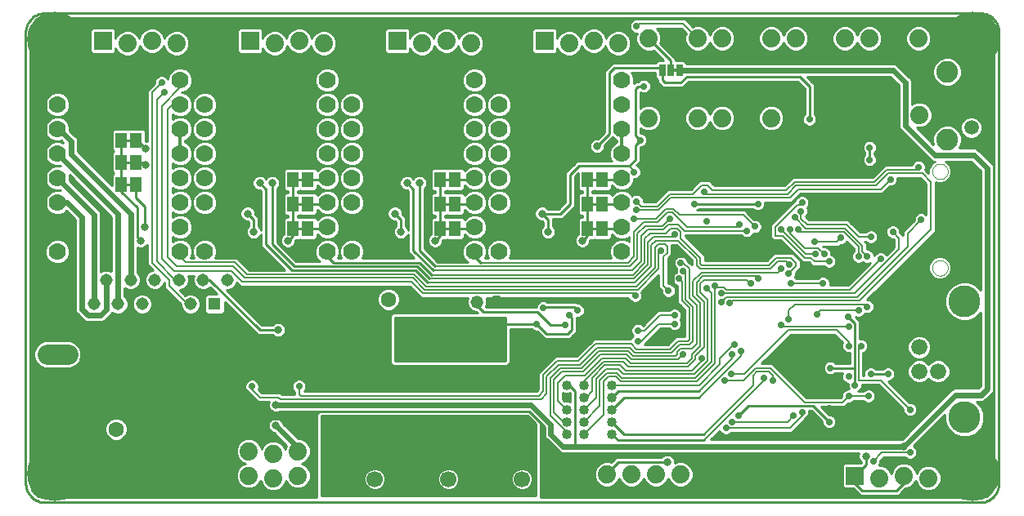
<source format=gbl>
G75*
G70*
%OFA0B0*%
%FSLAX24Y24*%
%IPPOS*%
%LPD*%
%AMOC8*
5,1,8,0,0,1.08239X$1,22.5*
%
%ADD10C,0.0100*%
%ADD11C,0.0660*%
%ADD12C,0.1300*%
%ADD13C,0.0886*%
%ADD14C,0.0594*%
%ADD15C,0.0740*%
%ADD16C,0.0000*%
%ADD17C,0.0700*%
%ADD18R,0.0740X0.0740*%
%ADD19R,0.0460X0.0630*%
%ADD20C,0.0669*%
%ADD21R,0.0250X0.0500*%
%ADD22R,0.0515X0.0515*%
%ADD23C,0.0515*%
%ADD24C,0.0825*%
%ADD25C,0.0400*%
%ADD26OC8,0.0630*%
%ADD27C,0.0630*%
%ADD28OC8,0.0520*%
%ADD29C,0.0520*%
%ADD30C,0.2250*%
%ADD31C,0.0420*%
%ADD32C,0.0317*%
%ADD33C,0.0277*%
%ADD34C,0.0240*%
%ADD35C,0.0160*%
%ADD36C,0.0080*%
%ADD37C,0.0120*%
%ADD38C,0.1000*%
D10*
X002785Y001429D02*
X002785Y019835D01*
X002985Y019835D02*
X002992Y019927D01*
X003049Y020102D01*
X003157Y020250D01*
X003305Y020358D01*
X003480Y020415D01*
X003572Y020422D01*
X041663Y020422D01*
X041755Y020415D01*
X041929Y020358D01*
X042078Y020250D01*
X042186Y020102D01*
X042243Y019927D01*
X042250Y019835D01*
X042250Y001429D01*
X042243Y001338D01*
X042186Y001163D01*
X042078Y001014D01*
X041929Y000906D01*
X041755Y000849D01*
X041663Y000842D01*
X023768Y000842D01*
X023780Y000854D01*
X023780Y003855D01*
X023910Y003725D01*
X023910Y003384D01*
X023951Y003284D01*
X024027Y003208D01*
X024527Y002708D01*
X024626Y002667D01*
X036750Y002667D01*
X036722Y002599D01*
X036722Y002476D01*
X036769Y002363D01*
X036830Y002301D01*
X036830Y002270D01*
X036817Y002257D01*
X036148Y002257D01*
X036060Y002169D01*
X036060Y001305D01*
X036148Y001217D01*
X036517Y001217D01*
X036797Y000937D01*
X038363Y000937D01*
X038480Y001054D01*
X038643Y001217D01*
X038683Y001217D01*
X038875Y001296D01*
X039021Y001443D01*
X039060Y001537D01*
X039060Y001534D01*
X039139Y001343D01*
X039285Y001196D01*
X039477Y001117D01*
X039683Y001117D01*
X039875Y001196D01*
X040021Y001343D01*
X040100Y001534D01*
X040100Y001741D01*
X040021Y001932D01*
X039875Y002078D01*
X039683Y002157D01*
X039477Y002157D01*
X039285Y002078D01*
X039139Y001932D01*
X039100Y001837D01*
X039100Y001841D01*
X039021Y002032D01*
X038875Y002178D01*
X038683Y002257D01*
X038477Y002257D01*
X038285Y002178D01*
X038139Y002032D01*
X038060Y001841D01*
X038060Y001837D01*
X038021Y001932D01*
X037875Y002078D01*
X037683Y002157D01*
X037558Y002157D01*
X037575Y002174D01*
X037619Y002280D01*
X037619Y002357D01*
X037759Y002497D01*
X038612Y002497D01*
X038666Y002443D01*
X038773Y002399D01*
X038887Y002399D01*
X038994Y002443D01*
X039075Y002524D01*
X039119Y002630D01*
X039119Y002745D01*
X039075Y002851D01*
X038994Y002932D01*
X038967Y002943D01*
X040250Y004225D01*
X040250Y003958D01*
X040372Y003664D01*
X040597Y003439D01*
X040891Y003317D01*
X041209Y003317D01*
X041503Y003439D01*
X041728Y003664D01*
X041850Y003958D01*
X041850Y004276D01*
X041728Y004570D01*
X041531Y004767D01*
X041784Y004767D01*
X041883Y004808D01*
X042209Y005134D01*
X042250Y005234D01*
X042250Y014341D01*
X042209Y014440D01*
X042133Y014516D01*
X041583Y015066D01*
X041484Y015107D01*
X040832Y015107D01*
X040848Y015123D01*
X040939Y015341D01*
X040939Y015577D01*
X040848Y015795D01*
X040682Y015962D01*
X040464Y016052D01*
X040228Y016052D01*
X040010Y015962D01*
X039843Y015795D01*
X039753Y015577D01*
X039753Y015341D01*
X039785Y015264D01*
X039098Y015951D01*
X039107Y015947D01*
X039313Y015947D01*
X039505Y016026D01*
X039651Y016173D01*
X039730Y016364D01*
X039730Y016571D01*
X039651Y016762D01*
X039505Y016908D01*
X039313Y016987D01*
X039107Y016987D01*
X038915Y016908D01*
X038900Y016893D01*
X038900Y017841D01*
X038859Y017940D01*
X038783Y018016D01*
X038283Y018516D01*
X038184Y018557D01*
X029705Y018557D01*
X029705Y018599D01*
X029617Y018687D01*
X029280Y018687D01*
X029280Y018758D01*
X028648Y019389D01*
X028687Y019484D01*
X028687Y019691D01*
X028608Y019882D01*
X028493Y019997D01*
X029501Y019997D01*
X029694Y019804D01*
X029648Y019691D01*
X029648Y019484D01*
X029727Y019293D01*
X029873Y019146D01*
X030064Y019067D01*
X030271Y019067D01*
X030462Y019146D01*
X030608Y019293D01*
X030668Y019436D01*
X030727Y019293D01*
X030873Y019146D01*
X031064Y019067D01*
X031271Y019067D01*
X031462Y019146D01*
X031608Y019293D01*
X031687Y019484D01*
X031687Y019691D01*
X031608Y019882D01*
X031462Y020028D01*
X031271Y020107D01*
X031064Y020107D01*
X030873Y020028D01*
X030727Y019882D01*
X030668Y019739D01*
X030608Y019882D01*
X030462Y020028D01*
X030271Y020107D01*
X030064Y020107D01*
X029968Y020068D01*
X029659Y020377D01*
X027701Y020377D01*
X027700Y020376D01*
X027623Y020376D01*
X027516Y020332D01*
X027435Y020251D01*
X027391Y020145D01*
X027391Y020030D01*
X027435Y019924D01*
X027516Y019843D01*
X027623Y019799D01*
X027692Y019799D01*
X027648Y019691D01*
X027648Y019484D01*
X027727Y019293D01*
X027873Y019146D01*
X028064Y019067D01*
X028271Y019067D01*
X028365Y019106D01*
X028785Y018687D01*
X028543Y018687D01*
X028455Y018599D01*
X028455Y018587D01*
X026697Y018587D01*
X026580Y018470D01*
X026497Y018387D01*
X026380Y018270D01*
X026380Y015770D01*
X026106Y015496D01*
X026019Y015496D01*
X025905Y015449D01*
X025819Y015362D01*
X025772Y015249D01*
X025772Y015126D01*
X025819Y015013D01*
X025905Y014926D01*
X026019Y014879D01*
X026141Y014879D01*
X026255Y014926D01*
X026341Y015013D01*
X026388Y015126D01*
X026388Y015213D01*
X026718Y015542D01*
X026797Y015463D01*
X026870Y015433D01*
X026870Y015342D01*
X026797Y015311D01*
X026656Y015171D01*
X026580Y014987D01*
X026580Y014788D01*
X026656Y014604D01*
X026673Y014587D01*
X025247Y014587D01*
X025130Y014470D01*
X024780Y014120D01*
X024780Y012920D01*
X024497Y012637D01*
X024066Y012637D01*
X024005Y012699D01*
X023891Y012746D01*
X023769Y012746D01*
X023655Y012699D01*
X023569Y012612D01*
X023522Y012499D01*
X023522Y012376D01*
X023569Y012263D01*
X023655Y012176D01*
X023769Y012129D01*
X023856Y012129D01*
X023880Y012104D01*
X023880Y011923D01*
X023819Y011862D01*
X023772Y011749D01*
X023772Y011626D01*
X023819Y011513D01*
X023905Y011426D01*
X024019Y011379D01*
X024141Y011379D01*
X024255Y011426D01*
X024341Y011513D01*
X024388Y011626D01*
X024388Y011749D01*
X024341Y011862D01*
X024280Y011923D01*
X024280Y012237D01*
X024663Y012237D01*
X025063Y012637D01*
X025180Y012754D01*
X025180Y013954D01*
X025300Y014074D01*
X025300Y013460D01*
X025388Y013372D01*
X025480Y013372D01*
X025480Y013302D01*
X025388Y013302D01*
X025300Y013214D01*
X025300Y012460D01*
X025388Y012372D01*
X025480Y012372D01*
X025480Y012302D01*
X025388Y012302D01*
X025300Y012214D01*
X025300Y011593D01*
X025219Y011512D01*
X025172Y011399D01*
X025172Y011276D01*
X025219Y011163D01*
X025305Y011076D01*
X025419Y011029D01*
X025541Y011029D01*
X025655Y011076D01*
X025741Y011163D01*
X025788Y011276D01*
X025788Y011363D01*
X025798Y011372D01*
X025972Y011372D01*
X025980Y011380D01*
X025988Y011372D01*
X026572Y011372D01*
X026660Y011460D01*
X026660Y011600D01*
X026797Y011463D01*
X026981Y011387D01*
X026797Y011311D01*
X026656Y011171D01*
X026580Y010987D01*
X026580Y010788D01*
X026647Y010627D01*
X022513Y010627D01*
X022580Y010788D01*
X022580Y010987D01*
X022504Y011171D01*
X022363Y011311D01*
X022179Y011387D01*
X021981Y011387D01*
X021797Y011311D01*
X021656Y011171D01*
X021580Y010987D01*
X021504Y011171D01*
X021363Y011311D01*
X021179Y011387D01*
X021363Y011463D01*
X021504Y011604D01*
X021580Y011788D01*
X021580Y011987D01*
X021504Y012171D01*
X021363Y012311D01*
X021179Y012387D01*
X020981Y012387D01*
X020797Y012311D01*
X020660Y012174D01*
X020660Y012214D01*
X020572Y012302D01*
X019988Y012302D01*
X019980Y012294D01*
X019972Y012302D01*
X019880Y012302D01*
X019880Y012372D01*
X019972Y012372D01*
X019980Y012380D01*
X019988Y012372D01*
X020572Y012372D01*
X020660Y012460D01*
X020660Y012600D01*
X020797Y012463D01*
X020981Y012387D01*
X021179Y012387D01*
X021363Y012463D01*
X021504Y012604D01*
X021580Y012788D01*
X021656Y012604D01*
X021797Y012463D01*
X021981Y012387D01*
X022179Y012387D01*
X022363Y012463D01*
X022504Y012604D01*
X022580Y012788D01*
X022580Y012987D01*
X022504Y013171D01*
X022363Y013311D01*
X022179Y013387D01*
X021981Y013387D01*
X021797Y013311D01*
X021656Y013171D01*
X021580Y012987D01*
X021580Y012788D01*
X021580Y012987D01*
X021504Y013171D01*
X021363Y013311D01*
X021179Y013387D01*
X021363Y013463D01*
X021504Y013604D01*
X021580Y013788D01*
X021656Y013604D01*
X021797Y013463D01*
X021981Y013387D01*
X022179Y013387D01*
X022363Y013463D01*
X022504Y013604D01*
X022580Y013788D01*
X022580Y013987D01*
X022504Y014171D01*
X022363Y014311D01*
X022179Y014387D01*
X021981Y014387D01*
X021797Y014311D01*
X021656Y014171D01*
X021580Y013987D01*
X021580Y013788D01*
X021580Y013987D01*
X021504Y014171D01*
X021363Y014311D01*
X021179Y014387D01*
X021363Y014463D01*
X021504Y014604D01*
X021580Y014788D01*
X021656Y014604D01*
X021797Y014463D01*
X021981Y014387D01*
X022179Y014387D01*
X022363Y014463D01*
X022504Y014604D01*
X022580Y014788D01*
X022580Y014987D01*
X022504Y015171D01*
X022363Y015311D01*
X022179Y015387D01*
X021981Y015387D01*
X021797Y015311D01*
X021656Y015171D01*
X021580Y014987D01*
X021580Y014788D01*
X021580Y014987D01*
X021504Y015171D01*
X021363Y015311D01*
X021179Y015387D01*
X021363Y015463D01*
X021504Y015604D01*
X021580Y015788D01*
X021656Y015604D01*
X021797Y015463D01*
X021981Y015387D01*
X022179Y015387D01*
X022363Y015463D01*
X022504Y015604D01*
X022580Y015788D01*
X022580Y015987D01*
X022504Y016171D01*
X022363Y016311D01*
X022179Y016387D01*
X021981Y016387D01*
X021797Y016311D01*
X021656Y016171D01*
X021580Y015987D01*
X021580Y015788D01*
X021580Y015987D01*
X021504Y016171D01*
X021363Y016311D01*
X021179Y016387D01*
X021363Y016463D01*
X021504Y016604D01*
X021580Y016788D01*
X021656Y016604D01*
X021797Y016463D01*
X021981Y016387D01*
X022179Y016387D01*
X022363Y016463D01*
X022504Y016604D01*
X022580Y016788D01*
X022580Y016987D01*
X022504Y017171D01*
X022363Y017311D01*
X022179Y017387D01*
X021981Y017387D01*
X021797Y017311D01*
X021656Y017171D01*
X021580Y016987D01*
X021580Y016788D01*
X021580Y016987D01*
X021504Y017171D01*
X021363Y017311D01*
X021179Y017387D01*
X021363Y017463D01*
X021504Y017604D01*
X021580Y017788D01*
X021580Y017987D01*
X021504Y018171D01*
X021363Y018311D01*
X021179Y018387D01*
X020981Y018387D01*
X020797Y018311D01*
X020656Y018171D01*
X020580Y017987D01*
X020580Y017788D01*
X020656Y017604D01*
X020797Y017463D01*
X020981Y017387D01*
X021179Y017387D01*
X020981Y017387D01*
X020797Y017311D01*
X020656Y017171D01*
X020580Y016987D01*
X020580Y016788D01*
X020656Y016604D01*
X020797Y016463D01*
X020981Y016387D01*
X021179Y016387D01*
X020981Y016387D01*
X020797Y016311D01*
X020656Y016171D01*
X020580Y015987D01*
X020580Y015788D01*
X020656Y015604D01*
X020797Y015463D01*
X020981Y015387D01*
X021179Y015387D01*
X020981Y015387D01*
X020797Y015311D01*
X020656Y015171D01*
X020580Y014987D01*
X020580Y014788D01*
X020656Y014604D01*
X020797Y014463D01*
X020981Y014387D01*
X021179Y014387D01*
X020981Y014387D01*
X020797Y014311D01*
X020660Y014174D01*
X020660Y014214D01*
X020572Y014302D01*
X019988Y014302D01*
X019980Y014294D01*
X019972Y014302D01*
X019388Y014302D01*
X019300Y014214D01*
X019300Y013460D01*
X019388Y013372D01*
X019480Y013372D01*
X019480Y013302D01*
X019388Y013302D01*
X019300Y013214D01*
X019300Y012460D01*
X019388Y012372D01*
X019480Y012372D01*
X019480Y012302D01*
X019388Y012302D01*
X019300Y012214D01*
X019300Y011593D01*
X019219Y011512D01*
X019172Y011399D01*
X019172Y011276D01*
X019219Y011163D01*
X019305Y011076D01*
X019419Y011029D01*
X019541Y011029D01*
X019655Y011076D01*
X019741Y011163D01*
X019788Y011276D01*
X019788Y011363D01*
X019798Y011372D01*
X019972Y011372D01*
X019980Y011380D01*
X019988Y011372D01*
X020572Y011372D01*
X020660Y011460D01*
X020660Y011600D01*
X020797Y011463D01*
X020981Y011387D01*
X021179Y011387D01*
X020981Y011387D01*
X020797Y011311D01*
X020656Y011171D01*
X020580Y010987D01*
X020580Y010788D01*
X020656Y010604D01*
X020793Y010467D01*
X019583Y010467D01*
X019030Y011020D01*
X019030Y013451D01*
X019091Y013513D01*
X019138Y013626D01*
X019138Y013749D01*
X019091Y013862D01*
X019005Y013949D01*
X018891Y013996D01*
X018769Y013996D01*
X018655Y013949D01*
X018580Y013873D01*
X018505Y013949D01*
X018391Y013996D01*
X018269Y013996D01*
X018155Y013949D01*
X018069Y013862D01*
X018022Y013749D01*
X018022Y013626D01*
X018069Y013513D01*
X018155Y013426D01*
X018269Y013379D01*
X018356Y013379D01*
X018380Y013354D01*
X018380Y011769D01*
X018341Y011862D01*
X018280Y011923D01*
X018280Y012270D01*
X018138Y012412D01*
X018138Y012499D01*
X018091Y012612D01*
X018005Y012699D01*
X017891Y012746D01*
X017769Y012746D01*
X017655Y012699D01*
X017569Y012612D01*
X017522Y012499D01*
X017522Y012376D01*
X017569Y012263D01*
X017655Y012176D01*
X017769Y012129D01*
X017856Y012129D01*
X017880Y012104D01*
X017880Y011923D01*
X017819Y011862D01*
X017772Y011749D01*
X017772Y011626D01*
X017819Y011513D01*
X017905Y011426D01*
X018019Y011379D01*
X018141Y011379D01*
X018255Y011426D01*
X018341Y011513D01*
X018380Y011606D01*
X018380Y010854D01*
X018597Y010637D01*
X016518Y010637D01*
X016580Y010788D01*
X016580Y010987D01*
X016504Y011171D01*
X016363Y011311D01*
X016179Y011387D01*
X015981Y011387D01*
X015797Y011311D01*
X015656Y011171D01*
X015580Y010987D01*
X015504Y011171D01*
X015363Y011311D01*
X015179Y011387D01*
X015363Y011463D01*
X015504Y011604D01*
X015580Y011788D01*
X015580Y011987D01*
X015504Y012171D01*
X015363Y012311D01*
X015179Y012387D01*
X014981Y012387D01*
X014797Y012311D01*
X014660Y012174D01*
X014660Y012214D01*
X014572Y012302D01*
X013988Y012302D01*
X013980Y012294D01*
X013972Y012302D01*
X013880Y012302D01*
X013880Y012372D01*
X013972Y012372D01*
X013980Y012380D01*
X013988Y012372D01*
X014572Y012372D01*
X014660Y012460D01*
X014660Y012600D01*
X014797Y012463D01*
X014981Y012387D01*
X015179Y012387D01*
X015363Y012463D01*
X015504Y012604D01*
X015580Y012788D01*
X015656Y012604D01*
X015797Y012463D01*
X015981Y012387D01*
X016179Y012387D01*
X016363Y012463D01*
X016504Y012604D01*
X016580Y012788D01*
X016580Y012987D01*
X016504Y013171D01*
X016363Y013311D01*
X016179Y013387D01*
X015981Y013387D01*
X015797Y013311D01*
X015656Y013171D01*
X015580Y012987D01*
X015580Y012788D01*
X015580Y012987D01*
X015504Y013171D01*
X015363Y013311D01*
X015179Y013387D01*
X015363Y013463D01*
X015504Y013604D01*
X015580Y013788D01*
X015656Y013604D01*
X015797Y013463D01*
X015981Y013387D01*
X016179Y013387D01*
X016363Y013463D01*
X016504Y013604D01*
X016580Y013788D01*
X016580Y013987D01*
X016504Y014171D01*
X016363Y014311D01*
X016179Y014387D01*
X015981Y014387D01*
X015797Y014311D01*
X015656Y014171D01*
X015580Y013987D01*
X015580Y013788D01*
X015580Y013987D01*
X015504Y014171D01*
X015363Y014311D01*
X015179Y014387D01*
X015363Y014463D01*
X015504Y014604D01*
X015580Y014788D01*
X015656Y014604D01*
X015797Y014463D01*
X015981Y014387D01*
X016179Y014387D01*
X016363Y014463D01*
X016504Y014604D01*
X016580Y014788D01*
X016580Y014987D01*
X016504Y015171D01*
X016363Y015311D01*
X016179Y015387D01*
X015981Y015387D01*
X015797Y015311D01*
X015656Y015171D01*
X015580Y014987D01*
X015580Y014788D01*
X015580Y014987D01*
X015504Y015171D01*
X015363Y015311D01*
X015179Y015387D01*
X015363Y015463D01*
X015504Y015604D01*
X015580Y015788D01*
X015656Y015604D01*
X015797Y015463D01*
X015981Y015387D01*
X016179Y015387D01*
X016363Y015463D01*
X016504Y015604D01*
X016580Y015788D01*
X016580Y015987D01*
X016504Y016171D01*
X016363Y016311D01*
X016179Y016387D01*
X015981Y016387D01*
X015797Y016311D01*
X015656Y016171D01*
X015580Y015987D01*
X015580Y015788D01*
X015580Y015987D01*
X015504Y016171D01*
X015363Y016311D01*
X015179Y016387D01*
X015363Y016463D01*
X015504Y016604D01*
X015580Y016788D01*
X015656Y016604D01*
X015797Y016463D01*
X015981Y016387D01*
X016179Y016387D01*
X016363Y016463D01*
X016504Y016604D01*
X016580Y016788D01*
X016580Y016987D01*
X016504Y017171D01*
X016363Y017311D01*
X016179Y017387D01*
X015981Y017387D01*
X015797Y017311D01*
X015656Y017171D01*
X015580Y016987D01*
X015580Y016788D01*
X015580Y016987D01*
X015504Y017171D01*
X015363Y017311D01*
X015179Y017387D01*
X015363Y017463D01*
X015504Y017604D01*
X015580Y017788D01*
X015580Y017987D01*
X015504Y018171D01*
X015363Y018311D01*
X015179Y018387D01*
X014981Y018387D01*
X014797Y018311D01*
X014656Y018171D01*
X014580Y017987D01*
X014580Y017788D01*
X014656Y017604D01*
X014797Y017463D01*
X014981Y017387D01*
X015179Y017387D01*
X014981Y017387D01*
X014797Y017311D01*
X014656Y017171D01*
X014580Y016987D01*
X014580Y016788D01*
X014656Y016604D01*
X014797Y016463D01*
X014981Y016387D01*
X015179Y016387D01*
X014981Y016387D01*
X014797Y016311D01*
X014656Y016171D01*
X014580Y015987D01*
X014580Y015788D01*
X014656Y015604D01*
X014797Y015463D01*
X014981Y015387D01*
X015179Y015387D01*
X014981Y015387D01*
X014797Y015311D01*
X014656Y015171D01*
X014580Y014987D01*
X014580Y014788D01*
X014656Y014604D01*
X014797Y014463D01*
X014981Y014387D01*
X015179Y014387D01*
X014981Y014387D01*
X014797Y014311D01*
X014660Y014174D01*
X014660Y014214D01*
X014572Y014302D01*
X013988Y014302D01*
X013980Y014294D01*
X013972Y014302D01*
X013388Y014302D01*
X013300Y014214D01*
X013300Y013460D01*
X013388Y013372D01*
X013480Y013372D01*
X013480Y013302D01*
X013388Y013302D01*
X013300Y013214D01*
X013300Y012460D01*
X013388Y012372D01*
X013480Y012372D01*
X013480Y012302D01*
X013388Y012302D01*
X013300Y012214D01*
X013300Y011593D01*
X013219Y011512D01*
X013172Y011399D01*
X013172Y011276D01*
X013219Y011163D01*
X013305Y011076D01*
X013419Y011029D01*
X013541Y011029D01*
X013655Y011076D01*
X013741Y011163D01*
X013788Y011276D01*
X013788Y011363D01*
X013798Y011372D01*
X013972Y011372D01*
X013980Y011380D01*
X013988Y011372D01*
X014572Y011372D01*
X014660Y011460D01*
X014660Y011600D01*
X014797Y011463D01*
X014981Y011387D01*
X015179Y011387D01*
X014981Y011387D01*
X014797Y011311D01*
X014656Y011171D01*
X014580Y010987D01*
X014580Y010788D01*
X014656Y010604D01*
X014783Y010477D01*
X013823Y010477D01*
X013030Y011270D01*
X013030Y013451D01*
X013091Y013513D01*
X013138Y013626D01*
X013138Y013749D01*
X013091Y013862D01*
X013005Y013949D01*
X012891Y013996D01*
X012769Y013996D01*
X012655Y013949D01*
X012580Y013873D01*
X012505Y013949D01*
X012391Y013996D01*
X012269Y013996D01*
X012155Y013949D01*
X012069Y013862D01*
X012022Y013749D01*
X012022Y013626D01*
X012069Y013513D01*
X012155Y013426D01*
X012269Y013379D01*
X012356Y013379D01*
X012380Y013354D01*
X012380Y011769D01*
X012341Y011862D01*
X012280Y011923D01*
X012280Y012270D01*
X012138Y012412D01*
X012138Y012499D01*
X012091Y012612D01*
X012005Y012699D01*
X011891Y012746D01*
X011769Y012746D01*
X011655Y012699D01*
X011569Y012612D01*
X011522Y012499D01*
X011522Y012376D01*
X011569Y012263D01*
X011655Y012176D01*
X011769Y012129D01*
X011856Y012129D01*
X011880Y012104D01*
X011880Y011923D01*
X011819Y011862D01*
X011772Y011749D01*
X011772Y011626D01*
X011819Y011513D01*
X011905Y011426D01*
X012019Y011379D01*
X012141Y011379D01*
X012255Y011426D01*
X012341Y011513D01*
X012380Y011606D01*
X012380Y011104D01*
X013347Y010137D01*
X011899Y010137D01*
X011399Y010637D01*
X010518Y010637D01*
X010580Y010788D01*
X010580Y010987D01*
X010504Y011171D01*
X010363Y011311D01*
X010179Y011387D01*
X009981Y011387D01*
X009797Y011311D01*
X009656Y011171D01*
X009580Y010987D01*
X009504Y011171D01*
X009363Y011311D01*
X009179Y011387D01*
X009363Y011463D01*
X009504Y011604D01*
X009580Y011788D01*
X009580Y011987D01*
X009504Y012171D01*
X009363Y012311D01*
X009179Y012387D01*
X009363Y012463D01*
X009504Y012604D01*
X009580Y012788D01*
X009656Y012604D01*
X009797Y012463D01*
X009981Y012387D01*
X010179Y012387D01*
X010363Y012463D01*
X010504Y012604D01*
X010580Y012788D01*
X010580Y012987D01*
X010504Y013171D01*
X010363Y013311D01*
X010179Y013387D01*
X009981Y013387D01*
X009797Y013311D01*
X009656Y013171D01*
X009580Y012987D01*
X009580Y012788D01*
X009580Y012987D01*
X009504Y013171D01*
X009363Y013311D01*
X009179Y013387D01*
X009363Y013463D01*
X009504Y013604D01*
X009580Y013788D01*
X009656Y013604D01*
X009797Y013463D01*
X009981Y013387D01*
X010179Y013387D01*
X010363Y013463D01*
X010504Y013604D01*
X010580Y013788D01*
X010580Y013987D01*
X010504Y014171D01*
X010363Y014311D01*
X010179Y014387D01*
X009981Y014387D01*
X009797Y014311D01*
X009656Y014171D01*
X009580Y013987D01*
X009580Y013788D01*
X009580Y013987D01*
X009504Y014171D01*
X009363Y014311D01*
X009179Y014387D01*
X009363Y014463D01*
X009504Y014604D01*
X009580Y014788D01*
X009656Y014604D01*
X009797Y014463D01*
X009981Y014387D01*
X010179Y014387D01*
X010363Y014463D01*
X010504Y014604D01*
X010580Y014788D01*
X010580Y014987D01*
X010504Y015171D01*
X010363Y015311D01*
X010179Y015387D01*
X009981Y015387D01*
X009797Y015311D01*
X009656Y015171D01*
X009580Y014987D01*
X009580Y014788D01*
X009580Y014987D01*
X009504Y015171D01*
X009363Y015311D01*
X009290Y015342D01*
X009290Y015433D01*
X009363Y015463D01*
X009504Y015604D01*
X009580Y015788D01*
X009656Y015604D01*
X009797Y015463D01*
X009981Y015387D01*
X010179Y015387D01*
X010363Y015463D01*
X010504Y015604D01*
X010580Y015788D01*
X010580Y015987D01*
X010504Y016171D01*
X010363Y016311D01*
X010179Y016387D01*
X009981Y016387D01*
X009797Y016311D01*
X009656Y016171D01*
X009580Y015987D01*
X009580Y015788D01*
X009580Y015987D01*
X009504Y016171D01*
X009363Y016311D01*
X009179Y016387D01*
X009363Y016463D01*
X009504Y016604D01*
X009580Y016788D01*
X009656Y016604D01*
X009797Y016463D01*
X009981Y016387D01*
X010179Y016387D01*
X010363Y016463D01*
X010504Y016604D01*
X010580Y016788D01*
X010580Y016987D01*
X010504Y017171D01*
X010363Y017311D01*
X010179Y017387D01*
X009981Y017387D01*
X009797Y017311D01*
X009656Y017171D01*
X009580Y016987D01*
X009580Y016788D01*
X009580Y016987D01*
X009504Y017171D01*
X009363Y017311D01*
X009179Y017387D01*
X009363Y017463D01*
X009504Y017604D01*
X009580Y017788D01*
X009580Y017987D01*
X009504Y018171D01*
X009363Y018311D01*
X009179Y018387D01*
X008981Y018387D01*
X008797Y018311D01*
X008656Y018171D01*
X008580Y017987D01*
X008580Y017938D01*
X008575Y017951D01*
X008494Y018032D01*
X008387Y018076D01*
X008273Y018076D01*
X008166Y018032D01*
X008085Y017951D01*
X008041Y017845D01*
X008041Y017767D01*
X007740Y017466D01*
X007740Y015406D01*
X007660Y015406D01*
X007660Y015814D01*
X007572Y015902D01*
X006988Y015902D01*
X006980Y015894D01*
X006972Y015902D01*
X006388Y015902D01*
X006300Y015814D01*
X006300Y015060D01*
X006373Y014987D01*
X006300Y014914D01*
X006300Y014160D01*
X006373Y014087D01*
X006300Y014014D01*
X006300Y013577D01*
X004900Y014977D01*
X004900Y015441D01*
X004859Y015540D01*
X004783Y015616D01*
X004580Y015819D01*
X004580Y015987D01*
X004504Y016171D01*
X004363Y016311D01*
X004179Y016387D01*
X003981Y016387D01*
X003797Y016463D01*
X003656Y016604D01*
X003580Y016788D01*
X003580Y016987D01*
X003656Y017171D01*
X003797Y017311D01*
X003981Y017387D01*
X004179Y017387D01*
X004363Y017311D01*
X004504Y017171D01*
X004580Y016987D01*
X004580Y016788D01*
X004504Y016604D01*
X004363Y016463D01*
X004179Y016387D01*
X003981Y016387D01*
X003797Y016311D01*
X003656Y016171D01*
X003580Y015987D01*
X003580Y015788D01*
X003656Y015604D01*
X003797Y015463D01*
X003981Y015387D01*
X003797Y015311D01*
X003656Y015171D01*
X003580Y014987D01*
X003580Y014788D01*
X003656Y014604D01*
X003797Y014463D01*
X003981Y014387D01*
X003797Y014311D01*
X003656Y014171D01*
X003580Y013987D01*
X003580Y013788D01*
X003656Y013604D01*
X003797Y013463D01*
X003981Y013387D01*
X003797Y013311D01*
X003656Y013171D01*
X003580Y012987D01*
X003580Y012788D01*
X003656Y012604D01*
X003797Y012463D01*
X003981Y012387D01*
X004179Y012387D01*
X004363Y012463D01*
X004443Y012543D01*
X004810Y012175D01*
X004810Y008484D01*
X004851Y008384D01*
X004927Y008308D01*
X005177Y008058D01*
X005276Y008017D01*
X005884Y008017D01*
X005983Y008058D01*
X006059Y008134D01*
X006303Y008378D01*
X006314Y008405D01*
X006320Y008400D01*
X006469Y008338D01*
X006632Y008338D01*
X006781Y008400D01*
X006896Y008514D01*
X006958Y008664D01*
X006958Y008826D01*
X006896Y008976D01*
X006820Y009051D01*
X006820Y009391D01*
X006828Y009384D01*
X006977Y009322D01*
X007139Y009322D01*
X007289Y009384D01*
X007404Y009499D01*
X007466Y009648D01*
X007466Y009810D01*
X007404Y009960D01*
X007328Y010036D01*
X007328Y011066D01*
X007419Y011029D01*
X007541Y011029D01*
X007655Y011076D01*
X007740Y011161D01*
X007740Y010359D01*
X007851Y010247D01*
X007962Y010137D01*
X007962Y010137D01*
X007812Y010075D01*
X007697Y009960D01*
X007635Y009810D01*
X007635Y009648D01*
X007697Y009499D01*
X007812Y009384D01*
X007962Y009322D01*
X008124Y009322D01*
X008273Y009384D01*
X008388Y009499D01*
X008440Y009624D01*
X008440Y009409D01*
X008551Y009297D01*
X009096Y008753D01*
X009096Y008664D01*
X009158Y008514D01*
X009272Y008400D01*
X009422Y008338D01*
X009584Y008338D01*
X009734Y008400D01*
X009849Y008514D01*
X009911Y008664D01*
X009911Y008826D01*
X009849Y008976D01*
X009734Y009091D01*
X009584Y009153D01*
X009422Y009153D01*
X009289Y009097D01*
X009064Y009322D01*
X009108Y009322D01*
X009258Y009384D01*
X009372Y009499D01*
X009434Y009648D01*
X009434Y009810D01*
X009398Y009897D01*
X009640Y009897D01*
X009604Y009810D01*
X009604Y009648D01*
X009666Y009499D01*
X009780Y009384D01*
X009930Y009322D01*
X010092Y009322D01*
X010242Y009384D01*
X010296Y009438D01*
X010582Y009153D01*
X010168Y009153D01*
X010080Y009065D01*
X010080Y008426D01*
X010168Y008338D01*
X010807Y008338D01*
X010895Y008426D01*
X010895Y008839D01*
X012130Y007604D01*
X012247Y007487D01*
X012844Y007487D01*
X012905Y007426D01*
X013019Y007379D01*
X013141Y007379D01*
X013255Y007426D01*
X013341Y007513D01*
X013388Y007626D01*
X013388Y007749D01*
X013341Y007862D01*
X013255Y007949D01*
X013141Y007996D01*
X013019Y007996D01*
X012905Y007949D01*
X012844Y007887D01*
X012413Y007887D01*
X010978Y009322D01*
X011076Y009322D01*
X011226Y009384D01*
X011341Y009499D01*
X011387Y009611D01*
X011420Y009579D01*
X011531Y009467D01*
X018431Y009467D01*
X018790Y009109D01*
X018901Y008997D01*
X020802Y008997D01*
X020770Y008919D01*
X020770Y008756D01*
X020832Y008605D01*
X020948Y008490D01*
X021098Y008427D01*
X021157Y008427D01*
X021197Y008387D01*
X017747Y008387D01*
X017630Y008270D01*
X017630Y006354D01*
X017747Y006237D01*
X017913Y006237D01*
X022247Y006237D01*
X022413Y006237D01*
X022530Y006354D01*
X022530Y007737D01*
X023402Y007737D01*
X023456Y007683D01*
X023563Y007639D01*
X023626Y007639D01*
X023927Y007337D01*
X024963Y007337D01*
X025080Y007454D01*
X025230Y007604D01*
X025230Y008199D01*
X025337Y008199D01*
X025444Y008243D01*
X025525Y008324D01*
X025569Y008430D01*
X025569Y008545D01*
X025525Y008651D01*
X025444Y008732D01*
X025337Y008776D01*
X025274Y008776D01*
X025213Y008837D01*
X024031Y008837D01*
X023937Y008876D01*
X023823Y008876D01*
X023716Y008832D01*
X023635Y008751D01*
X023591Y008645D01*
X023591Y008637D01*
X021541Y008637D01*
X021590Y008756D01*
X021590Y008919D01*
X021558Y008997D01*
X027355Y008997D01*
X027385Y008924D01*
X027466Y008843D01*
X027573Y008799D01*
X027687Y008799D01*
X027794Y008843D01*
X027875Y008924D01*
X027919Y009030D01*
X027919Y009145D01*
X027889Y009217D01*
X028590Y009919D01*
X028590Y009409D01*
X028691Y009307D01*
X028691Y009230D01*
X028735Y009124D01*
X028816Y009043D01*
X028923Y008999D01*
X029037Y008999D01*
X029144Y009043D01*
X029225Y009124D01*
X029269Y009230D01*
X029269Y009345D01*
X029225Y009451D01*
X029144Y009532D01*
X029037Y009576D01*
X028970Y009576D01*
X028970Y010609D01*
X029120Y010759D01*
X029120Y011147D01*
X029301Y011147D01*
X029940Y010509D01*
X029940Y010346D01*
X029770Y010516D01*
X029753Y010533D01*
X029725Y010601D01*
X029644Y010682D01*
X029537Y010726D01*
X029423Y010726D01*
X029316Y010682D01*
X029235Y010601D01*
X029191Y010495D01*
X029191Y010380D01*
X029235Y010274D01*
X029313Y010196D01*
X029291Y010145D01*
X029291Y010036D01*
X029256Y010022D01*
X029175Y009941D01*
X029131Y009835D01*
X029131Y009720D01*
X029175Y009614D01*
X029256Y009533D01*
X029350Y009494D01*
X029350Y008799D01*
X029461Y008687D01*
X029650Y008499D01*
X029650Y007427D01*
X029301Y007427D01*
X029190Y007316D01*
X028961Y007087D01*
X027999Y007087D01*
X028659Y007747D01*
X029012Y007747D01*
X029066Y007693D01*
X029173Y007649D01*
X029287Y007649D01*
X029394Y007693D01*
X029475Y007774D01*
X029519Y007880D01*
X029519Y007995D01*
X029475Y008101D01*
X029463Y008112D01*
X029475Y008124D01*
X029519Y008230D01*
X029519Y008345D01*
X029475Y008451D01*
X029394Y008532D01*
X029287Y008576D01*
X029173Y008576D01*
X029066Y008532D01*
X029012Y008477D01*
X028551Y008477D01*
X027945Y007871D01*
X027904Y007912D01*
X027797Y007956D01*
X027683Y007956D01*
X027576Y007912D01*
X027495Y007831D01*
X027451Y007725D01*
X027451Y007610D01*
X027495Y007504D01*
X027542Y007457D01*
X027485Y007401D01*
X027446Y007307D01*
X025941Y007307D01*
X025830Y007196D01*
X025241Y006607D01*
X024361Y006607D01*
X024250Y006496D01*
X023690Y005936D01*
X023690Y005256D01*
X023621Y005187D01*
X014138Y005187D01*
X014175Y005224D01*
X014219Y005330D01*
X014219Y005445D01*
X014175Y005551D01*
X014094Y005632D01*
X013987Y005676D01*
X013873Y005676D01*
X013766Y005632D01*
X013685Y005551D01*
X013641Y005445D01*
X013641Y005330D01*
X013685Y005224D01*
X013740Y005169D01*
X013740Y005047D01*
X013239Y005047D01*
X013159Y005127D01*
X012409Y005127D01*
X012272Y005264D01*
X012299Y005330D01*
X012299Y005445D01*
X012255Y005551D01*
X012174Y005632D01*
X012067Y005676D01*
X011953Y005676D01*
X011846Y005632D01*
X011765Y005551D01*
X011721Y005445D01*
X011721Y005330D01*
X011765Y005224D01*
X011846Y005143D01*
X011863Y005136D01*
X012140Y004859D01*
X012251Y004747D01*
X012692Y004747D01*
X012672Y004699D01*
X012672Y004576D01*
X012719Y004463D01*
X012805Y004376D01*
X012919Y004329D01*
X013041Y004329D01*
X013134Y004367D01*
X014727Y004367D01*
X014630Y004270D01*
X014630Y000854D01*
X014642Y000842D01*
X003572Y000842D01*
X003480Y000849D01*
X003305Y000906D01*
X003157Y001014D01*
X003049Y001163D01*
X002992Y001338D01*
X002985Y001429D01*
X002985Y019835D01*
X002986Y019850D02*
X005410Y019850D01*
X005410Y019919D02*
X005410Y019055D01*
X005498Y018967D01*
X006362Y018967D01*
X006450Y019055D01*
X006450Y019187D01*
X006489Y019093D01*
X006635Y018946D01*
X006827Y018867D01*
X007033Y018867D01*
X007225Y018946D01*
X007371Y019093D01*
X007450Y019284D01*
X007450Y019287D01*
X007489Y019193D01*
X007635Y019046D01*
X007827Y018967D01*
X008033Y018967D01*
X008225Y019046D01*
X008371Y019193D01*
X008410Y019287D01*
X008410Y019284D01*
X008489Y019093D01*
X008635Y018946D01*
X008827Y018867D01*
X009033Y018867D01*
X009225Y018946D01*
X009371Y019093D01*
X009450Y019284D01*
X009450Y019491D01*
X009371Y019682D01*
X009225Y019828D01*
X009033Y019907D01*
X008827Y019907D01*
X008635Y019828D01*
X008489Y019682D01*
X008450Y019587D01*
X008450Y019591D01*
X008371Y019782D01*
X008225Y019928D01*
X008033Y020007D01*
X007827Y020007D01*
X007635Y019928D01*
X007489Y019782D01*
X007410Y019591D01*
X007410Y019587D01*
X007371Y019682D01*
X007225Y019828D01*
X007033Y019907D01*
X006827Y019907D01*
X006635Y019828D01*
X006489Y019682D01*
X006450Y019587D01*
X006450Y019919D01*
X006362Y020007D01*
X005498Y020007D01*
X005410Y019919D01*
X005439Y019948D02*
X002999Y019948D01*
X003031Y020047D02*
X027391Y020047D01*
X027391Y020145D02*
X003080Y020145D01*
X003152Y020244D02*
X027432Y020244D01*
X027541Y020342D02*
X003283Y020342D01*
X003572Y020622D02*
X041663Y020622D01*
X041952Y020342D02*
X029694Y020342D01*
X029792Y020244D02*
X042083Y020244D01*
X042154Y020145D02*
X029891Y020145D01*
X029649Y019850D02*
X028622Y019850D01*
X028663Y019751D02*
X029672Y019751D01*
X029648Y019653D02*
X028687Y019653D01*
X028687Y019554D02*
X029648Y019554D01*
X029659Y019456D02*
X028676Y019456D01*
X028681Y019357D02*
X029700Y019357D01*
X029761Y019259D02*
X028779Y019259D01*
X028878Y019160D02*
X029859Y019160D01*
X030476Y019160D02*
X030859Y019160D01*
X030761Y019259D02*
X030574Y019259D01*
X030635Y019357D02*
X030700Y019357D01*
X030672Y019751D02*
X030663Y019751D01*
X030622Y019850D02*
X030713Y019850D01*
X030793Y019948D02*
X030542Y019948D01*
X030418Y020047D02*
X030917Y020047D01*
X031418Y020047D02*
X032917Y020047D01*
X032873Y020028D02*
X032727Y019882D01*
X032648Y019691D01*
X032648Y019484D01*
X032727Y019293D01*
X032873Y019146D01*
X033064Y019067D01*
X033271Y019067D01*
X033462Y019146D01*
X033608Y019293D01*
X033668Y019436D01*
X033727Y019293D01*
X033873Y019146D01*
X034064Y019067D01*
X034271Y019067D01*
X034462Y019146D01*
X034608Y019293D01*
X034687Y019484D01*
X034687Y019691D01*
X034608Y019882D01*
X034462Y020028D01*
X034271Y020107D01*
X034064Y020107D01*
X033873Y020028D01*
X033727Y019882D01*
X033668Y019739D01*
X033608Y019882D01*
X033462Y020028D01*
X033271Y020107D01*
X033064Y020107D01*
X032873Y020028D01*
X032793Y019948D02*
X031542Y019948D01*
X031622Y019850D02*
X032713Y019850D01*
X032672Y019751D02*
X031663Y019751D01*
X031687Y019653D02*
X032648Y019653D01*
X032648Y019554D02*
X031687Y019554D01*
X031676Y019456D02*
X032659Y019456D01*
X032700Y019357D02*
X031635Y019357D01*
X031574Y019259D02*
X032761Y019259D01*
X032859Y019160D02*
X031476Y019160D01*
X029705Y018569D02*
X039861Y018569D01*
X039843Y018551D02*
X039753Y018333D01*
X039753Y018097D01*
X039843Y017879D01*
X040010Y017713D01*
X040228Y017622D01*
X040464Y017622D01*
X040682Y017713D01*
X040848Y017879D01*
X040939Y018097D01*
X040939Y018333D01*
X040848Y018551D01*
X040682Y018718D01*
X040464Y018808D01*
X040228Y018808D01*
X040010Y018718D01*
X039843Y018551D01*
X039810Y018471D02*
X038329Y018471D01*
X038427Y018372D02*
X039769Y018372D01*
X039753Y018274D02*
X038526Y018274D01*
X038624Y018175D02*
X039753Y018175D01*
X039761Y018077D02*
X038723Y018077D01*
X038821Y017978D02*
X039802Y017978D01*
X039843Y017880D02*
X038884Y017880D01*
X038900Y017781D02*
X039941Y017781D01*
X040082Y017683D02*
X038900Y017683D01*
X038900Y017584D02*
X042250Y017584D01*
X042250Y017486D02*
X038900Y017486D01*
X038900Y017387D02*
X042250Y017387D01*
X042250Y017289D02*
X038900Y017289D01*
X038900Y017190D02*
X042250Y017190D01*
X042250Y017092D02*
X038900Y017092D01*
X038900Y016993D02*
X042250Y016993D01*
X042250Y016895D02*
X039518Y016895D01*
X039617Y016796D02*
X042250Y016796D01*
X042250Y016698D02*
X039677Y016698D01*
X039718Y016599D02*
X042250Y016599D01*
X042250Y016501D02*
X039730Y016501D01*
X039730Y016402D02*
X042250Y016402D01*
X042250Y016304D02*
X041610Y016304D01*
X041583Y016330D02*
X041419Y016398D01*
X041241Y016398D01*
X041077Y016330D01*
X040951Y016205D01*
X040883Y016040D01*
X040883Y015863D01*
X040951Y015698D01*
X041077Y015573D01*
X041241Y015505D01*
X041419Y015505D01*
X041583Y015573D01*
X041709Y015698D01*
X041777Y015863D01*
X041777Y016040D01*
X041709Y016205D01*
X041583Y016330D01*
X041708Y016205D02*
X042250Y016205D01*
X042250Y016107D02*
X041749Y016107D01*
X041777Y016008D02*
X042250Y016008D01*
X042250Y015910D02*
X041777Y015910D01*
X041756Y015811D02*
X042250Y015811D01*
X042250Y015713D02*
X041715Y015713D01*
X041625Y015614D02*
X042250Y015614D01*
X042250Y015516D02*
X041445Y015516D01*
X041215Y015516D02*
X040939Y015516D01*
X040939Y015417D02*
X042250Y015417D01*
X042250Y015319D02*
X040929Y015319D01*
X040888Y015220D02*
X042250Y015220D01*
X042250Y015122D02*
X040846Y015122D01*
X041318Y014567D02*
X040275Y014567D01*
X040317Y014550D01*
X040448Y014419D01*
X040519Y014248D01*
X040519Y014063D01*
X040448Y013892D01*
X040317Y013762D01*
X040146Y013691D01*
X039961Y013691D01*
X039870Y013729D01*
X039870Y011709D01*
X039759Y011597D01*
X037087Y008926D01*
X037137Y008926D01*
X037244Y008882D01*
X037325Y008801D01*
X037369Y008695D01*
X037369Y008580D01*
X037325Y008474D01*
X037244Y008393D01*
X037137Y008349D01*
X037023Y008349D01*
X036991Y008362D01*
X036975Y008324D01*
X036894Y008243D01*
X036787Y008199D01*
X036673Y008199D01*
X036603Y008227D01*
X036603Y008221D01*
X036780Y008045D01*
X036780Y007326D01*
X036887Y007326D01*
X036994Y007282D01*
X037075Y007201D01*
X037119Y007095D01*
X037119Y006980D01*
X037075Y006874D01*
X036994Y006793D01*
X036920Y006762D01*
X036920Y005827D01*
X036942Y005827D01*
X036941Y005830D01*
X036941Y005945D01*
X036985Y006051D01*
X037066Y006132D01*
X037173Y006176D01*
X037287Y006176D01*
X037394Y006132D01*
X037438Y006087D01*
X037722Y006087D01*
X037766Y006132D01*
X037873Y006176D01*
X037987Y006176D01*
X038094Y006132D01*
X038175Y006051D01*
X038219Y005945D01*
X038219Y005830D01*
X038175Y005724D01*
X038094Y005643D01*
X037987Y005599D01*
X037937Y005599D01*
X038810Y004726D01*
X038887Y004726D01*
X038994Y004682D01*
X039075Y004601D01*
X039119Y004495D01*
X039119Y004380D01*
X039075Y004274D01*
X038994Y004193D01*
X038887Y004149D01*
X038773Y004149D01*
X038666Y004193D01*
X038585Y004274D01*
X038541Y004380D01*
X038541Y004457D01*
X037551Y005447D01*
X036869Y005447D01*
X036869Y005380D01*
X036825Y005274D01*
X036744Y005193D01*
X036707Y005177D01*
X036912Y005177D01*
X036966Y005232D01*
X037073Y005276D01*
X037187Y005276D01*
X037294Y005232D01*
X037375Y005151D01*
X037419Y005045D01*
X037419Y004930D01*
X037375Y004824D01*
X037294Y004743D01*
X037187Y004699D01*
X037073Y004699D01*
X036966Y004743D01*
X036912Y004797D01*
X036548Y004797D01*
X036494Y004743D01*
X036387Y004699D01*
X036310Y004699D01*
X036159Y004547D01*
X035203Y004547D01*
X035524Y004226D01*
X035587Y004226D01*
X035694Y004182D01*
X035775Y004101D01*
X035819Y003995D01*
X035819Y003880D01*
X035775Y003774D01*
X035694Y003693D01*
X035587Y003649D01*
X035473Y003649D01*
X035366Y003693D01*
X035285Y003774D01*
X035241Y003880D01*
X035241Y003943D01*
X034797Y004387D01*
X034719Y004387D01*
X034719Y004280D01*
X034675Y004174D01*
X034620Y004119D01*
X034620Y004109D01*
X034009Y003497D01*
X031548Y003497D01*
X031494Y003443D01*
X031387Y003399D01*
X031273Y003399D01*
X031166Y003443D01*
X031085Y003524D01*
X031071Y003559D01*
X030719Y003207D01*
X038426Y003207D01*
X038498Y003237D01*
X040451Y005190D01*
X040527Y005266D01*
X040626Y005307D01*
X041618Y005307D01*
X041710Y005399D01*
X041710Y008386D01*
X041503Y008179D01*
X041209Y008057D01*
X040891Y008057D01*
X040597Y008179D01*
X040372Y008404D01*
X040250Y008698D01*
X040250Y009016D01*
X040372Y009310D01*
X037471Y009310D01*
X037373Y009212D02*
X040331Y009212D01*
X040372Y009310D02*
X040597Y009536D01*
X040891Y009657D01*
X041209Y009657D01*
X041503Y009536D01*
X041710Y009329D01*
X041710Y014175D01*
X041318Y014567D01*
X041355Y014531D02*
X040336Y014531D01*
X040435Y014432D02*
X041453Y014432D01*
X041552Y014334D02*
X040483Y014334D01*
X040519Y014235D02*
X041650Y014235D01*
X041710Y014137D02*
X040519Y014137D01*
X040508Y014038D02*
X041710Y014038D01*
X041710Y013940D02*
X040467Y013940D01*
X040396Y013841D02*
X041710Y013841D01*
X041710Y013743D02*
X040271Y013743D01*
X039870Y013644D02*
X041710Y013644D01*
X041710Y013546D02*
X039870Y013546D01*
X039870Y013447D02*
X041710Y013447D01*
X041710Y013349D02*
X039870Y013349D01*
X039870Y013250D02*
X041710Y013250D01*
X041710Y013152D02*
X039870Y013152D01*
X039870Y013053D02*
X041710Y013053D01*
X041710Y012955D02*
X039870Y012955D01*
X039870Y012856D02*
X041710Y012856D01*
X041710Y012758D02*
X039870Y012758D01*
X039870Y012659D02*
X041710Y012659D01*
X041710Y012561D02*
X039870Y012561D01*
X039870Y012462D02*
X041710Y012462D01*
X041710Y012364D02*
X039870Y012364D01*
X039870Y012265D02*
X041710Y012265D01*
X041710Y012167D02*
X039870Y012167D01*
X039870Y012068D02*
X041710Y012068D01*
X041710Y011970D02*
X039870Y011970D01*
X039870Y011871D02*
X041710Y011871D01*
X041710Y011773D02*
X039870Y011773D01*
X039835Y011674D02*
X041710Y011674D01*
X041710Y011576D02*
X039737Y011576D01*
X039638Y011477D02*
X041710Y011477D01*
X041710Y011379D02*
X039540Y011379D01*
X039441Y011280D02*
X041710Y011280D01*
X041710Y011182D02*
X039343Y011182D01*
X039244Y011083D02*
X041710Y011083D01*
X041710Y010985D02*
X039146Y010985D01*
X039047Y010886D02*
X041710Y010886D01*
X041710Y010788D02*
X038949Y010788D01*
X038850Y010689D02*
X041710Y010689D01*
X041710Y010591D02*
X040339Y010591D01*
X040317Y010613D02*
X040146Y010684D01*
X039961Y010684D01*
X039790Y010613D01*
X039659Y010482D01*
X039589Y010311D01*
X039589Y010126D01*
X039659Y009955D01*
X039790Y009825D01*
X039961Y009754D01*
X040146Y009754D01*
X040317Y009825D01*
X040448Y009955D01*
X040519Y010126D01*
X040519Y010311D01*
X040448Y010482D01*
X040317Y010613D01*
X040438Y010492D02*
X041710Y010492D01*
X041710Y010394D02*
X040485Y010394D01*
X040519Y010295D02*
X041710Y010295D01*
X041710Y010197D02*
X040519Y010197D01*
X040507Y010098D02*
X041710Y010098D01*
X041710Y010000D02*
X040466Y010000D01*
X040393Y009901D02*
X041710Y009901D01*
X041710Y009803D02*
X040264Y009803D01*
X039844Y009803D02*
X037964Y009803D01*
X038062Y009901D02*
X039714Y009901D01*
X039641Y010000D02*
X038161Y010000D01*
X038259Y010098D02*
X039600Y010098D01*
X039589Y010197D02*
X038358Y010197D01*
X038456Y010295D02*
X039589Y010295D01*
X039623Y010394D02*
X038555Y010394D01*
X038653Y010492D02*
X039669Y010492D01*
X039768Y010591D02*
X038752Y010591D01*
X038190Y011066D02*
X037875Y010751D01*
X037794Y010832D01*
X037687Y010876D01*
X037573Y010876D01*
X037466Y010832D01*
X037385Y010751D01*
X037369Y010711D01*
X037369Y010745D01*
X037325Y010851D01*
X037244Y010932D01*
X037137Y010976D01*
X037070Y010976D01*
X037070Y011216D01*
X036989Y011297D01*
X037012Y011297D01*
X037066Y011243D01*
X037173Y011199D01*
X037287Y011199D01*
X037394Y011243D01*
X037475Y011324D01*
X037519Y011430D01*
X037519Y011545D01*
X037475Y011651D01*
X037394Y011732D01*
X037287Y011776D01*
X037173Y011776D01*
X037066Y011732D01*
X037012Y011677D01*
X036809Y011677D01*
X036420Y012066D01*
X036309Y012177D01*
X034709Y012177D01*
X034570Y012316D01*
X034570Y012319D01*
X034625Y012374D01*
X034669Y012480D01*
X034669Y012595D01*
X034633Y012682D01*
X034675Y012724D01*
X034719Y012830D01*
X034719Y012945D01*
X034675Y013051D01*
X034594Y013132D01*
X034487Y013176D01*
X034373Y013176D01*
X034266Y013132D01*
X034185Y013051D01*
X034155Y012977D01*
X034151Y012977D01*
X033251Y012077D01*
X033140Y011966D01*
X033140Y011459D01*
X033251Y011347D01*
X033551Y011347D01*
X034340Y010559D01*
X034340Y010559D01*
X034451Y010447D01*
X034701Y010447D01*
X034740Y010409D01*
X034851Y010297D01*
X035312Y010297D01*
X035366Y010243D01*
X035473Y010199D01*
X035587Y010199D01*
X035694Y010243D01*
X035775Y010324D01*
X035819Y010430D01*
X035819Y010545D01*
X035775Y010651D01*
X035694Y010732D01*
X035619Y010763D01*
X035619Y010845D01*
X035575Y010951D01*
X035494Y011032D01*
X035387Y011076D01*
X035310Y011076D01*
X035289Y011097D01*
X035924Y011097D01*
X035983Y011156D01*
X036060Y011156D01*
X036166Y011200D01*
X036247Y011281D01*
X036253Y011295D01*
X036540Y011009D01*
X036540Y010906D01*
X036485Y010851D01*
X036441Y010745D01*
X036441Y010630D01*
X036485Y010524D01*
X036566Y010443D01*
X036673Y010399D01*
X036787Y010399D01*
X036894Y010443D01*
X036905Y010454D01*
X036916Y010443D01*
X037023Y010399D01*
X037137Y010399D01*
X037197Y010423D01*
X036301Y009527D01*
X035568Y009527D01*
X035569Y009530D01*
X035569Y009645D01*
X035525Y009751D01*
X035444Y009832D01*
X035337Y009876D01*
X035223Y009876D01*
X035116Y009832D01*
X035062Y009777D01*
X034198Y009777D01*
X034144Y009832D01*
X034130Y009837D01*
X034169Y009930D01*
X034169Y010007D01*
X034370Y010209D01*
X034370Y010516D01*
X034259Y010627D01*
X034059Y010827D01*
X033301Y010827D01*
X033190Y010716D01*
X033001Y010527D01*
X030470Y010527D01*
X030470Y010716D01*
X029670Y011516D01*
X029670Y011547D01*
X031962Y011547D01*
X032016Y011493D01*
X032123Y011449D01*
X032237Y011449D01*
X032344Y011493D01*
X032425Y011574D01*
X032445Y011622D01*
X032453Y011619D01*
X032567Y011619D01*
X032674Y011663D01*
X032755Y011744D01*
X032799Y011850D01*
X032799Y011965D01*
X032755Y012071D01*
X032674Y012152D01*
X032567Y012196D01*
X032490Y012196D01*
X032220Y012466D01*
X032109Y012577D01*
X030157Y012577D01*
X030194Y012593D01*
X030238Y012637D01*
X032422Y012637D01*
X032466Y012593D01*
X032573Y012549D01*
X032687Y012549D01*
X032794Y012593D01*
X032875Y012674D01*
X032919Y012780D01*
X032919Y012895D01*
X032918Y012897D01*
X034009Y012897D01*
X034359Y013247D01*
X037709Y013247D01*
X038010Y013549D01*
X038087Y013549D01*
X038194Y013593D01*
X038275Y013674D01*
X038319Y013780D01*
X038319Y013895D01*
X038318Y013897D01*
X039251Y013897D01*
X039490Y013659D01*
X039490Y012386D01*
X039444Y012432D01*
X039337Y012476D01*
X039223Y012476D01*
X039116Y012432D01*
X039035Y012351D01*
X038991Y012245D01*
X038991Y012167D01*
X038540Y011716D01*
X038540Y011546D01*
X038419Y011667D01*
X038419Y011745D01*
X038375Y011851D01*
X038294Y011932D01*
X038187Y011976D01*
X038073Y011976D01*
X037966Y011932D01*
X037885Y011851D01*
X037841Y011745D01*
X037841Y011630D01*
X037885Y011524D01*
X037966Y011443D01*
X038073Y011399D01*
X038150Y011399D01*
X038190Y011359D01*
X038190Y011066D01*
X038190Y011083D02*
X037070Y011083D01*
X037070Y010985D02*
X038109Y010985D01*
X038010Y010886D02*
X037290Y010886D01*
X037351Y010788D02*
X037422Y010788D01*
X037838Y010788D02*
X037912Y010788D01*
X037875Y010751D02*
X037875Y010751D01*
X038190Y011182D02*
X037070Y011182D01*
X037029Y011280D02*
X037006Y011280D01*
X037431Y011280D02*
X038190Y011280D01*
X038170Y011379D02*
X037497Y011379D01*
X037519Y011477D02*
X037932Y011477D01*
X037864Y011576D02*
X037506Y011576D01*
X037452Y011674D02*
X037841Y011674D01*
X037853Y011773D02*
X037296Y011773D01*
X037164Y011773D02*
X036713Y011773D01*
X036615Y011871D02*
X037905Y011871D01*
X038057Y011970D02*
X036516Y011970D01*
X036418Y012068D02*
X038892Y012068D01*
X038794Y011970D02*
X038203Y011970D01*
X038355Y011871D02*
X038695Y011871D01*
X038597Y011773D02*
X038407Y011773D01*
X038419Y011674D02*
X038540Y011674D01*
X038540Y011576D02*
X038510Y011576D01*
X038991Y012167D02*
X036319Y012167D01*
X036269Y011280D02*
X036246Y011280D01*
X036367Y011182D02*
X036122Y011182D01*
X036466Y011083D02*
X035303Y011083D01*
X035541Y010985D02*
X036540Y010985D01*
X036520Y010886D02*
X035602Y010886D01*
X035619Y010788D02*
X036459Y010788D01*
X036441Y010689D02*
X035737Y010689D01*
X035800Y010591D02*
X036458Y010591D01*
X036517Y010492D02*
X035819Y010492D01*
X035804Y010394D02*
X037168Y010394D01*
X037069Y010295D02*
X035746Y010295D01*
X035314Y010295D02*
X034370Y010295D01*
X034370Y010394D02*
X034755Y010394D01*
X034407Y010492D02*
X034370Y010492D01*
X034308Y010591D02*
X034295Y010591D01*
X034210Y010689D02*
X034197Y010689D01*
X034111Y010788D02*
X034098Y010788D01*
X034013Y010886D02*
X030300Y010886D01*
X030398Y010788D02*
X033262Y010788D01*
X033163Y010689D02*
X030470Y010689D01*
X030470Y010591D02*
X033065Y010591D01*
X033816Y011083D02*
X030103Y011083D01*
X030201Y010985D02*
X033914Y010985D01*
X033717Y011182D02*
X030004Y011182D01*
X029906Y011280D02*
X033619Y011280D01*
X033220Y011379D02*
X029807Y011379D01*
X029709Y011477D02*
X032054Y011477D01*
X032306Y011477D02*
X033140Y011477D01*
X033140Y011576D02*
X032426Y011576D01*
X032685Y011674D02*
X033140Y011674D01*
X033140Y011773D02*
X032767Y011773D01*
X032799Y011871D02*
X033140Y011871D01*
X033144Y011970D02*
X032797Y011970D01*
X032756Y012068D02*
X033242Y012068D01*
X033341Y012167D02*
X032639Y012167D01*
X032421Y012265D02*
X033439Y012265D01*
X033538Y012364D02*
X032322Y012364D01*
X032224Y012462D02*
X033636Y012462D01*
X033530Y012437D02*
X034330Y013237D01*
X034680Y013237D01*
X034780Y013137D01*
X034673Y013053D02*
X039490Y013053D01*
X039490Y012955D02*
X034715Y012955D01*
X034719Y012856D02*
X039490Y012856D01*
X039490Y012758D02*
X034689Y012758D01*
X034642Y012659D02*
X039490Y012659D01*
X039490Y012561D02*
X034669Y012561D01*
X034661Y012462D02*
X039189Y012462D01*
X039048Y012364D02*
X034615Y012364D01*
X034621Y012265D02*
X039000Y012265D01*
X039371Y012462D02*
X039490Y012462D01*
X039490Y013152D02*
X034547Y013152D01*
X034313Y013152D02*
X034263Y013152D01*
X034187Y013053D02*
X034164Y013053D01*
X034129Y012955D02*
X034066Y012955D01*
X034030Y012856D02*
X032919Y012856D01*
X032909Y012758D02*
X033932Y012758D01*
X033833Y012659D02*
X032860Y012659D01*
X032716Y012561D02*
X033735Y012561D01*
X033530Y012437D02*
X032630Y012437D01*
X032544Y012561D02*
X032125Y012561D01*
X032630Y012837D02*
X030030Y012837D01*
X029901Y013427D02*
X028951Y013427D01*
X028451Y012927D01*
X027969Y012927D01*
X027969Y012995D01*
X027925Y013101D01*
X027844Y013182D01*
X027737Y013226D01*
X027623Y013226D01*
X027516Y013182D01*
X027504Y013170D01*
X027504Y013171D01*
X027363Y013311D01*
X027179Y013387D01*
X026981Y013387D01*
X026797Y013311D01*
X026660Y013174D01*
X026660Y013214D01*
X026572Y013302D01*
X025988Y013302D01*
X025980Y013294D01*
X025972Y013302D01*
X025880Y013302D01*
X025880Y013372D01*
X025972Y013372D01*
X025980Y013380D01*
X025988Y013372D01*
X026572Y013372D01*
X026660Y013460D01*
X026660Y013600D01*
X026797Y013463D01*
X026981Y013387D01*
X027179Y013387D01*
X027363Y013463D01*
X027504Y013604D01*
X027580Y013788D01*
X027580Y013849D01*
X027637Y013849D01*
X027744Y013893D01*
X027825Y013974D01*
X027869Y014080D01*
X027869Y014195D01*
X027825Y014301D01*
X027744Y014382D01*
X027683Y014407D01*
X027713Y014437D01*
X027830Y014554D01*
X027830Y015149D01*
X027887Y015149D01*
X027994Y015193D01*
X028075Y015274D01*
X028119Y015380D01*
X028119Y015495D01*
X028075Y015601D01*
X027994Y015682D01*
X027887Y015726D01*
X027830Y015726D01*
X027830Y015939D01*
X027873Y015896D01*
X028064Y015817D01*
X028271Y015817D01*
X028462Y015896D01*
X028608Y016043D01*
X028687Y016234D01*
X028687Y016441D01*
X028608Y016632D01*
X028462Y016778D01*
X028271Y016857D01*
X028064Y016857D01*
X027873Y016778D01*
X027830Y016735D01*
X027830Y017387D01*
X027923Y017349D01*
X028037Y017349D01*
X028144Y017393D01*
X028225Y017474D01*
X028269Y017580D01*
X028269Y017695D01*
X028225Y017801D01*
X028144Y017882D01*
X028037Y017926D01*
X027923Y017926D01*
X027816Y017882D01*
X027772Y017837D01*
X027647Y017837D01*
X027567Y017758D01*
X027580Y017788D01*
X027580Y017987D01*
X027504Y018171D01*
X027487Y018187D01*
X028455Y018187D01*
X028455Y017975D01*
X028530Y017900D01*
X028530Y017804D01*
X028630Y017704D01*
X028747Y017587D01*
X029563Y017587D01*
X029813Y017837D01*
X034247Y017837D01*
X034530Y017554D01*
X034530Y016496D01*
X034485Y016451D01*
X034441Y016345D01*
X034441Y016230D01*
X034485Y016124D01*
X034566Y016043D01*
X034673Y015999D01*
X034787Y015999D01*
X034894Y016043D01*
X034975Y016124D01*
X035019Y016230D01*
X035019Y016345D01*
X034975Y016451D01*
X034930Y016496D01*
X034930Y017720D01*
X034813Y017837D01*
X034633Y018017D01*
X038018Y018017D01*
X038360Y017675D01*
X038360Y015984D01*
X038401Y015884D01*
X039601Y014684D01*
X039677Y014608D01*
X039776Y014567D01*
X039832Y014567D01*
X039790Y014550D01*
X039659Y014419D01*
X039589Y014248D01*
X039589Y014097D01*
X039520Y014166D01*
X039450Y014236D01*
X039469Y014280D01*
X039469Y014395D01*
X039425Y014501D01*
X039344Y014582D01*
X039237Y014626D01*
X039123Y014626D01*
X039016Y014582D01*
X038935Y014501D01*
X038905Y014427D01*
X037801Y014427D01*
X037301Y013927D01*
X034051Y013927D01*
X033940Y013816D01*
X033940Y013816D01*
X033701Y013577D01*
X030859Y013577D01*
X030770Y013666D01*
X030659Y013777D01*
X030251Y013777D01*
X029901Y013427D01*
X029921Y013447D02*
X027324Y013447D01*
X027273Y013349D02*
X028873Y013349D01*
X028774Y013250D02*
X027424Y013250D01*
X027445Y013546D02*
X030020Y013546D01*
X030118Y013644D02*
X027520Y013644D01*
X027561Y013743D02*
X030217Y013743D01*
X030693Y013743D02*
X033867Y013743D01*
X033965Y013841D02*
X027580Y013841D01*
X027791Y013940D02*
X037314Y013940D01*
X037412Y014038D02*
X027851Y014038D01*
X027869Y014137D02*
X037511Y014137D01*
X037609Y014235D02*
X027852Y014235D01*
X027792Y014334D02*
X037708Y014334D01*
X037425Y014474D02*
X037469Y014580D01*
X037469Y014695D01*
X037425Y014801D01*
X037380Y014846D01*
X037380Y014929D01*
X037425Y014974D01*
X037469Y015080D01*
X037469Y015195D01*
X037425Y015301D01*
X037344Y015382D01*
X037237Y015426D01*
X037123Y015426D01*
X037016Y015382D01*
X036935Y015301D01*
X036891Y015195D01*
X036891Y015080D01*
X036935Y014974D01*
X036980Y014929D01*
X036980Y014846D01*
X036935Y014801D01*
X036891Y014695D01*
X036891Y014580D01*
X036935Y014474D01*
X037016Y014393D01*
X037123Y014349D01*
X037237Y014349D01*
X037344Y014393D01*
X037425Y014474D01*
X037383Y014432D02*
X038907Y014432D01*
X038965Y014531D02*
X037448Y014531D01*
X037469Y014629D02*
X039656Y014629D01*
X039558Y014728D02*
X037455Y014728D01*
X037400Y014826D02*
X039459Y014826D01*
X039361Y014925D02*
X037380Y014925D01*
X037445Y015023D02*
X039262Y015023D01*
X039164Y015122D02*
X037469Y015122D01*
X037458Y015220D02*
X039065Y015220D01*
X038967Y015319D02*
X037407Y015319D01*
X037259Y015417D02*
X038868Y015417D01*
X038770Y015516D02*
X028110Y015516D01*
X028119Y015417D02*
X037101Y015417D01*
X036953Y015319D02*
X028093Y015319D01*
X028021Y015220D02*
X036902Y015220D01*
X036891Y015122D02*
X027830Y015122D01*
X027830Y015023D02*
X036915Y015023D01*
X036980Y014925D02*
X027830Y014925D01*
X027830Y014826D02*
X036960Y014826D01*
X036905Y014728D02*
X027830Y014728D01*
X027830Y014629D02*
X036891Y014629D01*
X036912Y014531D02*
X027806Y014531D01*
X027708Y014432D02*
X036977Y014432D01*
X037180Y014637D02*
X037180Y015137D01*
X038573Y015713D02*
X027920Y015713D01*
X027830Y015811D02*
X038474Y015811D01*
X038391Y015910D02*
X033475Y015910D01*
X033462Y015896D02*
X033608Y016043D01*
X033687Y016234D01*
X033687Y016441D01*
X033608Y016632D01*
X033462Y016778D01*
X033271Y016857D01*
X033064Y016857D01*
X032873Y016778D01*
X032727Y016632D01*
X032648Y016441D01*
X032648Y016234D01*
X032727Y016043D01*
X032873Y015896D01*
X033064Y015817D01*
X033271Y015817D01*
X033462Y015896D01*
X033574Y016008D02*
X034650Y016008D01*
X034810Y016008D02*
X038360Y016008D01*
X038360Y016107D02*
X034958Y016107D01*
X035008Y016205D02*
X038360Y016205D01*
X038360Y016304D02*
X035019Y016304D01*
X034995Y016402D02*
X038360Y016402D01*
X038360Y016501D02*
X034930Y016501D01*
X034930Y016599D02*
X038360Y016599D01*
X038360Y016698D02*
X034930Y016698D01*
X034930Y016796D02*
X038360Y016796D01*
X038360Y016895D02*
X034930Y016895D01*
X034930Y016993D02*
X038360Y016993D01*
X038360Y017092D02*
X034930Y017092D01*
X034930Y017190D02*
X038360Y017190D01*
X038360Y017289D02*
X034930Y017289D01*
X034930Y017387D02*
X038360Y017387D01*
X038360Y017486D02*
X034930Y017486D01*
X034930Y017584D02*
X038360Y017584D01*
X038353Y017683D02*
X034930Y017683D01*
X034869Y017781D02*
X038254Y017781D01*
X038156Y017880D02*
X034771Y017880D01*
X034672Y017978D02*
X038057Y017978D01*
X037462Y019146D02*
X037271Y019067D01*
X037064Y019067D01*
X036873Y019146D01*
X036727Y019293D01*
X036668Y019436D01*
X036608Y019293D01*
X036462Y019146D01*
X036271Y019067D01*
X036064Y019067D01*
X035873Y019146D01*
X035727Y019293D01*
X035648Y019484D01*
X035648Y019691D01*
X035727Y019882D01*
X035873Y020028D01*
X036064Y020107D01*
X036271Y020107D01*
X036462Y020028D01*
X036608Y019882D01*
X036668Y019739D01*
X036727Y019882D01*
X036873Y020028D01*
X037064Y020107D01*
X037271Y020107D01*
X037462Y020028D01*
X037608Y019882D01*
X037687Y019691D01*
X037687Y019484D01*
X037608Y019293D01*
X037462Y019146D01*
X037476Y019160D02*
X038859Y019160D01*
X038873Y019146D02*
X039064Y019067D01*
X039271Y019067D01*
X039462Y019146D01*
X039608Y019293D01*
X039687Y019484D01*
X039687Y019691D01*
X039608Y019882D01*
X039462Y020028D01*
X039271Y020107D01*
X039064Y020107D01*
X038873Y020028D01*
X038727Y019882D01*
X038648Y019691D01*
X038648Y019484D01*
X038727Y019293D01*
X038873Y019146D01*
X038761Y019259D02*
X037574Y019259D01*
X037635Y019357D02*
X038700Y019357D01*
X038659Y019456D02*
X037676Y019456D01*
X037687Y019554D02*
X038648Y019554D01*
X038648Y019653D02*
X037687Y019653D01*
X037663Y019751D02*
X038672Y019751D01*
X038713Y019850D02*
X037622Y019850D01*
X037542Y019948D02*
X038793Y019948D01*
X038917Y020047D02*
X037418Y020047D01*
X036917Y020047D02*
X036418Y020047D01*
X036542Y019948D02*
X036793Y019948D01*
X036713Y019850D02*
X036622Y019850D01*
X036663Y019751D02*
X036672Y019751D01*
X036700Y019357D02*
X036635Y019357D01*
X036574Y019259D02*
X036761Y019259D01*
X036859Y019160D02*
X036476Y019160D01*
X035859Y019160D02*
X034476Y019160D01*
X034574Y019259D02*
X035761Y019259D01*
X035700Y019357D02*
X034635Y019357D01*
X034676Y019456D02*
X035659Y019456D01*
X035648Y019554D02*
X034687Y019554D01*
X034687Y019653D02*
X035648Y019653D01*
X035672Y019751D02*
X034663Y019751D01*
X034622Y019850D02*
X035713Y019850D01*
X035793Y019948D02*
X034542Y019948D01*
X034418Y020047D02*
X035917Y020047D01*
X033917Y020047D02*
X033418Y020047D01*
X033542Y019948D02*
X033793Y019948D01*
X033713Y019850D02*
X033622Y019850D01*
X033663Y019751D02*
X033672Y019751D01*
X033700Y019357D02*
X033635Y019357D01*
X033574Y019259D02*
X033761Y019259D01*
X033859Y019160D02*
X033476Y019160D01*
X034330Y018037D02*
X034730Y017637D01*
X034730Y016287D01*
X034465Y016402D02*
X033687Y016402D01*
X033687Y016304D02*
X034441Y016304D01*
X034452Y016205D02*
X033676Y016205D01*
X033635Y016107D02*
X034502Y016107D01*
X034530Y016501D02*
X033663Y016501D01*
X033622Y016599D02*
X034530Y016599D01*
X034530Y016698D02*
X033543Y016698D01*
X033419Y016796D02*
X034530Y016796D01*
X034530Y016895D02*
X027830Y016895D01*
X027830Y016993D02*
X034530Y016993D01*
X034530Y017092D02*
X027830Y017092D01*
X027830Y017190D02*
X034530Y017190D01*
X034530Y017289D02*
X027830Y017289D01*
X028130Y017387D02*
X034530Y017387D01*
X034530Y017486D02*
X028230Y017486D01*
X028269Y017584D02*
X034500Y017584D01*
X034402Y017683D02*
X029658Y017683D01*
X029757Y017781D02*
X034303Y017781D01*
X034330Y018037D02*
X029730Y018037D01*
X029480Y017787D01*
X028830Y017787D01*
X028730Y017887D01*
X028730Y018287D01*
X028730Y018387D01*
X026780Y018387D01*
X026580Y018187D01*
X026580Y015687D01*
X026080Y015187D01*
X025801Y015319D02*
X022345Y015319D01*
X022251Y015417D02*
X025874Y015417D01*
X025772Y015220D02*
X022454Y015220D01*
X022524Y015122D02*
X025773Y015122D01*
X025814Y015023D02*
X022565Y015023D01*
X022580Y014925D02*
X025908Y014925D01*
X026252Y014925D02*
X026580Y014925D01*
X026580Y014826D02*
X022580Y014826D01*
X022555Y014728D02*
X026605Y014728D01*
X026646Y014629D02*
X022514Y014629D01*
X022430Y014531D02*
X025190Y014531D01*
X025092Y014432D02*
X022288Y014432D01*
X022309Y014334D02*
X024993Y014334D01*
X024895Y014235D02*
X022439Y014235D01*
X022518Y014137D02*
X024796Y014137D01*
X024780Y014038D02*
X022559Y014038D01*
X022580Y013940D02*
X024780Y013940D01*
X024780Y013841D02*
X022580Y013841D01*
X022561Y013743D02*
X024780Y013743D01*
X024780Y013644D02*
X022520Y013644D01*
X022445Y013546D02*
X024780Y013546D01*
X024780Y013447D02*
X022324Y013447D01*
X022273Y013349D02*
X024780Y013349D01*
X024780Y013250D02*
X022424Y013250D01*
X022512Y013152D02*
X024780Y013152D01*
X024780Y013053D02*
X022553Y013053D01*
X022580Y012955D02*
X024780Y012955D01*
X024716Y012856D02*
X022580Y012856D01*
X022567Y012758D02*
X024617Y012758D01*
X024519Y012659D02*
X024044Y012659D01*
X023830Y012437D02*
X024580Y012437D01*
X024980Y012837D01*
X024980Y014037D01*
X025330Y014387D01*
X027380Y014387D01*
X027630Y014637D01*
X027630Y015237D01*
X027830Y015437D01*
X027630Y015637D01*
X027630Y017537D01*
X027730Y017637D01*
X027980Y017637D01*
X028233Y017781D02*
X028553Y017781D01*
X028530Y017880D02*
X028146Y017880D01*
X028269Y017683D02*
X028652Y017683D01*
X028455Y017978D02*
X027580Y017978D01*
X027580Y017880D02*
X027814Y017880D01*
X027591Y017781D02*
X027577Y017781D01*
X027543Y018077D02*
X028455Y018077D01*
X028455Y018175D02*
X027499Y018175D01*
X026679Y018569D02*
X002985Y018569D01*
X002985Y018471D02*
X026580Y018471D01*
X026580Y018470D02*
X026580Y018470D01*
X026497Y018387D02*
X026497Y018387D01*
X026482Y018372D02*
X021216Y018372D01*
X021401Y018274D02*
X026383Y018274D01*
X026380Y018175D02*
X021499Y018175D01*
X021543Y018077D02*
X026380Y018077D01*
X026380Y017978D02*
X021580Y017978D01*
X021580Y017880D02*
X026380Y017880D01*
X026380Y017781D02*
X021577Y017781D01*
X021536Y017683D02*
X026380Y017683D01*
X026380Y017584D02*
X021484Y017584D01*
X021385Y017486D02*
X026380Y017486D01*
X026380Y017387D02*
X022180Y017387D01*
X021980Y017387D02*
X021180Y017387D01*
X020980Y017387D02*
X016180Y017387D01*
X015980Y017387D02*
X015180Y017387D01*
X014980Y017387D02*
X010180Y017387D01*
X009980Y017387D02*
X009180Y017387D01*
X009179Y017387D02*
X009149Y017387D01*
X009149Y017387D01*
X009179Y017387D01*
X009385Y017486D02*
X014775Y017486D01*
X014676Y017584D02*
X009484Y017584D01*
X009536Y017683D02*
X014624Y017683D01*
X014583Y017781D02*
X009577Y017781D01*
X009580Y017880D02*
X014580Y017880D01*
X014580Y017978D02*
X009580Y017978D01*
X009543Y018077D02*
X014617Y018077D01*
X014661Y018175D02*
X009499Y018175D01*
X009401Y018274D02*
X014759Y018274D01*
X014944Y018372D02*
X009216Y018372D01*
X008944Y018372D02*
X002985Y018372D01*
X002985Y018274D02*
X008759Y018274D01*
X008661Y018175D02*
X002985Y018175D01*
X002985Y018077D02*
X008617Y018077D01*
X008580Y017978D02*
X008548Y017978D01*
X008112Y017978D02*
X002985Y017978D01*
X002985Y017880D02*
X008056Y017880D01*
X008041Y017781D02*
X002985Y017781D01*
X002985Y017683D02*
X007957Y017683D01*
X007858Y017584D02*
X002985Y017584D01*
X002985Y017486D02*
X007760Y017486D01*
X007740Y017387D02*
X004180Y017387D01*
X003980Y017387D02*
X002985Y017387D01*
X002985Y017289D02*
X003774Y017289D01*
X003676Y017190D02*
X002985Y017190D01*
X002985Y017092D02*
X003623Y017092D01*
X003583Y016993D02*
X002985Y016993D01*
X002985Y016895D02*
X003580Y016895D01*
X003580Y016796D02*
X002985Y016796D01*
X002985Y016698D02*
X003617Y016698D01*
X003661Y016599D02*
X002985Y016599D01*
X002985Y016501D02*
X003760Y016501D01*
X003789Y016304D02*
X002985Y016304D01*
X002985Y016402D02*
X003945Y016402D01*
X004215Y016402D02*
X007740Y016402D01*
X007740Y016304D02*
X004371Y016304D01*
X004469Y016205D02*
X007740Y016205D01*
X007740Y016107D02*
X004530Y016107D01*
X004571Y016008D02*
X007740Y016008D01*
X007740Y015910D02*
X004580Y015910D01*
X004588Y015811D02*
X006300Y015811D01*
X006300Y015713D02*
X004687Y015713D01*
X004785Y015614D02*
X006300Y015614D01*
X006300Y015516D02*
X004869Y015516D01*
X004900Y015417D02*
X006300Y015417D01*
X006300Y015319D02*
X004900Y015319D01*
X004900Y015220D02*
X006300Y015220D01*
X006300Y015122D02*
X004900Y015122D01*
X004900Y015023D02*
X006337Y015023D01*
X006310Y014925D02*
X004953Y014925D01*
X005051Y014826D02*
X006300Y014826D01*
X006300Y014728D02*
X005150Y014728D01*
X005248Y014629D02*
X006300Y014629D01*
X006300Y014531D02*
X005347Y014531D01*
X005445Y014432D02*
X006300Y014432D01*
X006300Y014334D02*
X005544Y014334D01*
X005642Y014235D02*
X006300Y014235D01*
X006324Y014137D02*
X005741Y014137D01*
X005839Y014038D02*
X006324Y014038D01*
X006300Y013940D02*
X005938Y013940D01*
X006036Y013841D02*
X006300Y013841D01*
X006300Y013743D02*
X006135Y013743D01*
X006233Y013644D02*
X006300Y013644D01*
X006680Y013637D02*
X006680Y013337D01*
X007330Y012687D01*
X007330Y011487D01*
X007480Y011337D01*
X007662Y011083D02*
X007740Y011083D01*
X007740Y010985D02*
X007328Y010985D01*
X007328Y010886D02*
X007740Y010886D01*
X007740Y010788D02*
X007328Y010788D01*
X007328Y010689D02*
X007740Y010689D01*
X007740Y010591D02*
X007328Y010591D01*
X007328Y010492D02*
X007740Y010492D01*
X007740Y010394D02*
X007328Y010394D01*
X007328Y010295D02*
X007804Y010295D01*
X007902Y010197D02*
X007328Y010197D01*
X007328Y010098D02*
X007868Y010098D01*
X007736Y010000D02*
X007364Y010000D01*
X007428Y009901D02*
X007673Y009901D01*
X007635Y009803D02*
X007466Y009803D01*
X007466Y009704D02*
X007635Y009704D01*
X007653Y009606D02*
X007448Y009606D01*
X007407Y009507D02*
X007694Y009507D01*
X007787Y009409D02*
X007314Y009409D01*
X007454Y009153D02*
X007304Y009091D01*
X007189Y008976D01*
X007127Y008826D01*
X007127Y008664D01*
X007189Y008514D01*
X007304Y008400D01*
X007454Y008338D01*
X007616Y008338D01*
X007766Y008400D01*
X007880Y008514D01*
X007942Y008664D01*
X007942Y008826D01*
X007880Y008976D01*
X007766Y009091D01*
X007616Y009153D01*
X007454Y009153D01*
X007358Y009113D02*
X006820Y009113D01*
X006820Y009212D02*
X008637Y009212D01*
X008539Y009310D02*
X006820Y009310D01*
X006857Y009015D02*
X007228Y009015D01*
X007164Y008916D02*
X006921Y008916D01*
X006958Y008818D02*
X007127Y008818D01*
X007127Y008719D02*
X006958Y008719D01*
X006940Y008621D02*
X007145Y008621D01*
X007186Y008522D02*
X006899Y008522D01*
X006805Y008424D02*
X007280Y008424D01*
X007789Y008424D02*
X009249Y008424D01*
X009155Y008522D02*
X007883Y008522D01*
X007924Y008621D02*
X009114Y008621D01*
X009096Y008719D02*
X007942Y008719D01*
X007942Y008818D02*
X009031Y008818D01*
X008933Y008916D02*
X007905Y008916D01*
X007842Y009015D02*
X008834Y009015D01*
X008736Y009113D02*
X007711Y009113D01*
X008298Y009409D02*
X008440Y009409D01*
X008440Y009507D02*
X008392Y009507D01*
X008432Y009606D02*
X008440Y009606D01*
X009076Y009310D02*
X010424Y009310D01*
X010326Y009409D02*
X010266Y009409D01*
X010523Y009212D02*
X009174Y009212D01*
X009273Y009113D02*
X009327Y009113D01*
X009282Y009409D02*
X009756Y009409D01*
X009662Y009507D02*
X009376Y009507D01*
X009417Y009606D02*
X009621Y009606D01*
X009604Y009704D02*
X009434Y009704D01*
X009434Y009803D02*
X009604Y009803D01*
X010011Y009729D02*
X010288Y009729D01*
X012330Y007687D01*
X013080Y007687D01*
X013354Y007833D02*
X017630Y007833D01*
X017630Y007931D02*
X013272Y007931D01*
X013388Y007734D02*
X017630Y007734D01*
X017630Y007636D02*
X013388Y007636D01*
X013352Y007537D02*
X017630Y007537D01*
X017630Y007439D02*
X013267Y007439D01*
X012893Y007439D02*
X002985Y007439D01*
X002985Y007537D02*
X012197Y007537D01*
X012099Y007636D02*
X002985Y007636D01*
X002985Y007734D02*
X012000Y007734D01*
X011902Y007833D02*
X002985Y007833D01*
X002985Y007931D02*
X011803Y007931D01*
X011705Y008030D02*
X005913Y008030D01*
X006053Y008128D02*
X011606Y008128D01*
X011508Y008227D02*
X006151Y008227D01*
X006250Y008325D02*
X011409Y008325D01*
X011311Y008424D02*
X010893Y008424D01*
X010895Y008522D02*
X011212Y008522D01*
X011114Y008621D02*
X010895Y008621D01*
X010895Y008719D02*
X011015Y008719D01*
X010917Y008818D02*
X010895Y008818D01*
X011286Y009015D02*
X017115Y009015D01*
X017115Y009030D02*
X017115Y008845D01*
X017186Y008674D01*
X017317Y008543D01*
X017488Y008472D01*
X017672Y008472D01*
X017843Y008543D01*
X017974Y008674D01*
X018045Y008845D01*
X018045Y009030D01*
X017974Y009201D01*
X017843Y009332D01*
X017672Y009402D01*
X017488Y009402D01*
X017317Y009332D01*
X017186Y009201D01*
X017115Y009030D01*
X017149Y009113D02*
X011187Y009113D01*
X011089Y009212D02*
X017197Y009212D01*
X017295Y009310D02*
X010990Y009310D01*
X011251Y009409D02*
X018490Y009409D01*
X018589Y009310D02*
X017865Y009310D01*
X017963Y009212D02*
X018687Y009212D01*
X018786Y009113D02*
X018011Y009113D01*
X018045Y009015D02*
X018884Y009015D01*
X018045Y008916D02*
X020770Y008916D01*
X020770Y008818D02*
X018034Y008818D01*
X017993Y008719D02*
X020785Y008719D01*
X020826Y008621D02*
X017921Y008621D01*
X017793Y008522D02*
X020915Y008522D01*
X021161Y008424D02*
X011877Y008424D01*
X011778Y008522D02*
X017367Y008522D01*
X017239Y008621D02*
X011680Y008621D01*
X011581Y008719D02*
X017167Y008719D01*
X017126Y008818D02*
X011483Y008818D01*
X011384Y008916D02*
X017115Y008916D01*
X017685Y008325D02*
X011975Y008325D01*
X012074Y008227D02*
X017630Y008227D01*
X017630Y008128D02*
X012172Y008128D01*
X012271Y008030D02*
X017630Y008030D01*
X017830Y008030D02*
X022330Y008030D01*
X022330Y008128D02*
X017830Y008128D01*
X017830Y008187D02*
X022330Y008187D01*
X022330Y006437D01*
X017830Y006437D01*
X017830Y008187D01*
X017830Y007931D02*
X022330Y007931D01*
X022330Y007833D02*
X017830Y007833D01*
X017830Y007734D02*
X022330Y007734D01*
X022330Y007636D02*
X017830Y007636D01*
X017830Y007537D02*
X022330Y007537D01*
X022330Y007439D02*
X017830Y007439D01*
X017830Y007340D02*
X022330Y007340D01*
X022330Y007242D02*
X017830Y007242D01*
X017830Y007143D02*
X022330Y007143D01*
X022330Y007045D02*
X017830Y007045D01*
X017830Y006946D02*
X022330Y006946D01*
X022330Y006848D02*
X017830Y006848D01*
X017830Y006749D02*
X022330Y006749D01*
X022330Y006651D02*
X017830Y006651D01*
X017830Y006552D02*
X022330Y006552D01*
X022330Y006454D02*
X017830Y006454D01*
X017630Y006454D02*
X005005Y006454D01*
X004969Y006369D02*
X005055Y006575D01*
X005055Y006799D01*
X004969Y007006D01*
X004811Y007164D01*
X004604Y007250D01*
X003556Y007250D01*
X003349Y007164D01*
X003191Y007006D01*
X003105Y006799D01*
X003105Y006575D01*
X003191Y006369D01*
X003349Y006210D01*
X003556Y006125D01*
X004604Y006125D01*
X004811Y006210D01*
X004969Y006369D01*
X004956Y006355D02*
X017630Y006355D01*
X017728Y006257D02*
X004857Y006257D01*
X004685Y006158D02*
X023912Y006158D01*
X023814Y006060D02*
X002985Y006060D01*
X002985Y006158D02*
X003475Y006158D01*
X003303Y006257D02*
X002985Y006257D01*
X002985Y006355D02*
X003204Y006355D01*
X003155Y006454D02*
X002985Y006454D01*
X002985Y006552D02*
X003115Y006552D01*
X003105Y006651D02*
X002985Y006651D01*
X002985Y006749D02*
X003105Y006749D01*
X003125Y006848D02*
X002985Y006848D01*
X002985Y006946D02*
X003166Y006946D01*
X003229Y007045D02*
X002985Y007045D01*
X002985Y007143D02*
X003328Y007143D01*
X003536Y007242D02*
X002985Y007242D01*
X002985Y007340D02*
X017630Y007340D01*
X017630Y007242D02*
X004624Y007242D01*
X004832Y007143D02*
X017630Y007143D01*
X017630Y007045D02*
X004931Y007045D01*
X004994Y006946D02*
X017630Y006946D01*
X017630Y006848D02*
X005035Y006848D01*
X005055Y006749D02*
X017630Y006749D01*
X017630Y006651D02*
X005055Y006651D01*
X005045Y006552D02*
X017630Y006552D01*
X014209Y005469D02*
X023690Y005469D01*
X023690Y005567D02*
X014159Y005567D01*
X014013Y005666D02*
X023690Y005666D01*
X023690Y005764D02*
X002985Y005764D01*
X002985Y005666D02*
X011927Y005666D01*
X012093Y005666D02*
X013847Y005666D01*
X013701Y005567D02*
X012239Y005567D01*
X012289Y005469D02*
X013651Y005469D01*
X013641Y005370D02*
X012299Y005370D01*
X012275Y005272D02*
X013665Y005272D01*
X013736Y005173D02*
X012363Y005173D01*
X012121Y004878D02*
X002985Y004878D01*
X002985Y004976D02*
X012023Y004976D01*
X011924Y005075D02*
X002985Y005075D01*
X002985Y005173D02*
X011816Y005173D01*
X011745Y005272D02*
X002985Y005272D01*
X002985Y005370D02*
X011721Y005370D01*
X011731Y005469D02*
X002985Y005469D01*
X002985Y005567D02*
X011781Y005567D01*
X013211Y005075D02*
X013740Y005075D01*
X014195Y005272D02*
X023690Y005272D01*
X023690Y005370D02*
X014219Y005370D01*
X012672Y004681D02*
X002985Y004681D01*
X002985Y004779D02*
X012220Y004779D01*
X012672Y004582D02*
X002985Y004582D01*
X002985Y004484D02*
X012710Y004484D01*
X012796Y004385D02*
X002985Y004385D01*
X002985Y004287D02*
X014646Y004287D01*
X014660Y004367D02*
X014294Y004001D01*
X013564Y004001D01*
X013560Y003997D01*
X013355Y003794D02*
X014630Y003794D01*
X014630Y003696D02*
X013454Y003696D01*
X013552Y003597D02*
X014630Y003597D01*
X014630Y003499D02*
X013651Y003499D01*
X013749Y003400D02*
X014630Y003400D01*
X014630Y003302D02*
X013848Y003302D01*
X013892Y003257D02*
X013280Y003869D01*
X013241Y003962D01*
X013155Y004049D01*
X013041Y004096D01*
X012919Y004096D01*
X012805Y004049D01*
X012719Y003962D01*
X012672Y003849D01*
X012672Y003726D01*
X012719Y003613D01*
X012805Y003526D01*
X012898Y003487D01*
X013414Y002971D01*
X013360Y002841D01*
X013360Y002837D01*
X013321Y002932D01*
X013175Y003078D01*
X012983Y003157D01*
X012777Y003157D01*
X012585Y003078D01*
X012439Y002932D01*
X012400Y002837D01*
X012400Y002841D01*
X012321Y003032D01*
X012175Y003178D01*
X011983Y003257D01*
X011777Y003257D01*
X011585Y003178D01*
X011439Y003032D01*
X011360Y002841D01*
X011360Y002634D01*
X011439Y002443D01*
X011585Y002296D01*
X011728Y002237D01*
X011585Y002178D01*
X011439Y002032D01*
X011360Y001841D01*
X011360Y001634D01*
X011439Y001443D01*
X011585Y001296D01*
X011777Y001217D01*
X011983Y001217D01*
X012175Y001296D01*
X012321Y001443D01*
X012360Y001537D01*
X012360Y001534D01*
X012439Y001343D01*
X012585Y001196D01*
X012777Y001117D01*
X012983Y001117D01*
X013175Y001196D01*
X013321Y001343D01*
X013400Y001534D01*
X013400Y001537D01*
X013439Y001443D01*
X013585Y001296D01*
X013777Y001217D01*
X013983Y001217D01*
X014175Y001296D01*
X014321Y001443D01*
X014400Y001634D01*
X014400Y001841D01*
X014321Y002032D01*
X014175Y002178D01*
X014032Y002237D01*
X014175Y002296D01*
X014321Y002443D01*
X014400Y002634D01*
X014400Y002841D01*
X014321Y003032D01*
X014175Y003178D01*
X013983Y003257D01*
X013892Y003257D01*
X014114Y003203D02*
X014630Y003203D01*
X014630Y003105D02*
X014248Y003105D01*
X014332Y003006D02*
X014630Y003006D01*
X014630Y002908D02*
X014372Y002908D01*
X014400Y002809D02*
X014630Y002809D01*
X014630Y002711D02*
X014400Y002711D01*
X014391Y002612D02*
X014630Y002612D01*
X014630Y002514D02*
X014350Y002514D01*
X014293Y002415D02*
X014630Y002415D01*
X014630Y002317D02*
X014195Y002317D01*
X014078Y002218D02*
X014630Y002218D01*
X014630Y002120D02*
X014233Y002120D01*
X014325Y002021D02*
X014630Y002021D01*
X014630Y001923D02*
X014366Y001923D01*
X014400Y001824D02*
X014630Y001824D01*
X014630Y001726D02*
X014400Y001726D01*
X014397Y001627D02*
X014630Y001627D01*
X014630Y001529D02*
X014356Y001529D01*
X014308Y001430D02*
X014630Y001430D01*
X014630Y001332D02*
X014210Y001332D01*
X014021Y001233D02*
X014630Y001233D01*
X014630Y001135D02*
X013025Y001135D01*
X013211Y001233D02*
X013739Y001233D01*
X013550Y001332D02*
X013310Y001332D01*
X013357Y001430D02*
X013452Y001430D01*
X013404Y001529D02*
X013398Y001529D01*
X012735Y001135D02*
X003069Y001135D01*
X003026Y001233D02*
X011739Y001233D01*
X011550Y001332D02*
X002994Y001332D01*
X002985Y001430D02*
X011452Y001430D01*
X011404Y001529D02*
X002985Y001529D01*
X002985Y001627D02*
X011363Y001627D01*
X011360Y001726D02*
X002985Y001726D01*
X002985Y001824D02*
X011360Y001824D01*
X011394Y001923D02*
X002985Y001923D01*
X002985Y002021D02*
X011435Y002021D01*
X011527Y002120D02*
X002985Y002120D01*
X002985Y002218D02*
X011682Y002218D01*
X011565Y002317D02*
X002985Y002317D01*
X002985Y002415D02*
X011467Y002415D01*
X011410Y002514D02*
X002985Y002514D01*
X002985Y002612D02*
X011369Y002612D01*
X011360Y002711D02*
X002985Y002711D01*
X002985Y002809D02*
X011360Y002809D01*
X011388Y002908D02*
X002985Y002908D01*
X002985Y003006D02*
X011428Y003006D01*
X011512Y003105D02*
X002985Y003105D01*
X002985Y003203D02*
X006313Y003203D01*
X006388Y003172D02*
X006572Y003172D01*
X006743Y003243D01*
X006874Y003374D01*
X006945Y003545D01*
X006945Y003730D01*
X006874Y003901D01*
X006743Y004032D01*
X006572Y004102D01*
X006388Y004102D01*
X006217Y004032D01*
X006086Y003901D01*
X006015Y003730D01*
X006015Y003545D01*
X006086Y003374D01*
X006217Y003243D01*
X006388Y003172D01*
X006647Y003203D02*
X011646Y003203D01*
X012114Y003203D02*
X013182Y003203D01*
X013111Y003105D02*
X013281Y003105D01*
X013247Y003006D02*
X013379Y003006D01*
X013388Y002908D02*
X013331Y002908D01*
X012649Y003105D02*
X012248Y003105D01*
X012332Y003006D02*
X012513Y003006D01*
X012429Y002908D02*
X012372Y002908D01*
X013084Y003302D02*
X006802Y003302D01*
X006885Y003400D02*
X012985Y003400D01*
X012871Y003499D02*
X006926Y003499D01*
X006945Y003597D02*
X012734Y003597D01*
X012684Y003696D02*
X006945Y003696D01*
X006918Y003794D02*
X012672Y003794D01*
X012690Y003893D02*
X006878Y003893D01*
X006784Y003991D02*
X012748Y003991D01*
X012904Y004090D02*
X006603Y004090D01*
X006357Y004090D02*
X002985Y004090D01*
X002985Y004188D02*
X014630Y004188D01*
X014630Y004090D02*
X013056Y004090D01*
X013212Y003991D02*
X014630Y003991D01*
X014630Y003893D02*
X013270Y003893D01*
X014660Y004367D02*
X023300Y004367D01*
X023930Y003737D01*
X023930Y003087D01*
X025280Y001737D01*
X025430Y001737D01*
X025430Y001437D01*
X025730Y001137D01*
X030330Y001137D01*
X030630Y001437D01*
X030000Y001684D02*
X029921Y001493D01*
X029775Y001346D01*
X029583Y001267D01*
X029377Y001267D01*
X029185Y001346D01*
X029039Y001493D01*
X028980Y001636D01*
X028921Y001493D01*
X028775Y001346D01*
X028583Y001267D01*
X028377Y001267D01*
X028185Y001346D01*
X028039Y001493D01*
X027980Y001636D01*
X027921Y001493D01*
X027775Y001346D01*
X027583Y001267D01*
X027377Y001267D01*
X027185Y001346D01*
X027039Y001493D01*
X026980Y001636D01*
X026921Y001493D01*
X026775Y001346D01*
X026583Y001267D01*
X026377Y001267D01*
X026185Y001346D01*
X026039Y001493D01*
X025960Y001684D01*
X025960Y001891D01*
X026039Y002082D01*
X026185Y002228D01*
X026377Y002307D01*
X026583Y002307D01*
X026643Y002283D01*
X026730Y002370D01*
X026847Y002487D01*
X028694Y002487D01*
X028755Y002549D01*
X028869Y002596D01*
X028991Y002596D01*
X029105Y002549D01*
X029191Y002462D01*
X029238Y002349D01*
X029238Y002250D01*
X029377Y002307D01*
X029583Y002307D01*
X029775Y002228D01*
X029921Y002082D01*
X030000Y001891D01*
X030000Y001684D01*
X030000Y001726D02*
X036060Y001726D01*
X036060Y001824D02*
X030000Y001824D01*
X029987Y001923D02*
X036060Y001923D01*
X036060Y002021D02*
X029946Y002021D01*
X029883Y002120D02*
X036060Y002120D01*
X036109Y002218D02*
X029785Y002218D01*
X029238Y002317D02*
X036815Y002317D01*
X036747Y002415D02*
X029211Y002415D01*
X029140Y002514D02*
X036722Y002514D01*
X036727Y002612D02*
X023780Y002612D01*
X023780Y002514D02*
X028720Y002514D01*
X028930Y002287D02*
X026930Y002287D01*
X026480Y001837D01*
X026480Y001787D01*
X026014Y002021D02*
X023780Y002021D01*
X023780Y001923D02*
X025973Y001923D01*
X025960Y001824D02*
X023780Y001824D01*
X023780Y001726D02*
X025960Y001726D01*
X025984Y001627D02*
X023780Y001627D01*
X023780Y001529D02*
X026024Y001529D01*
X026102Y001430D02*
X023780Y001430D01*
X023780Y001332D02*
X026222Y001332D01*
X026738Y001332D02*
X027222Y001332D01*
X027102Y001430D02*
X026858Y001430D01*
X026936Y001529D02*
X027024Y001529D01*
X026984Y001627D02*
X026976Y001627D01*
X027738Y001332D02*
X028222Y001332D01*
X028102Y001430D02*
X027858Y001430D01*
X027936Y001529D02*
X028024Y001529D01*
X027984Y001627D02*
X027976Y001627D01*
X028738Y001332D02*
X029222Y001332D01*
X029102Y001430D02*
X028858Y001430D01*
X028936Y001529D02*
X029024Y001529D01*
X028984Y001627D02*
X028976Y001627D01*
X029738Y001332D02*
X036060Y001332D01*
X036060Y001430D02*
X029858Y001430D01*
X029936Y001529D02*
X036060Y001529D01*
X036060Y001627D02*
X029976Y001627D01*
X031830Y002187D02*
X034280Y002187D01*
X034630Y002537D01*
X034010Y003499D02*
X038759Y003499D01*
X038858Y003597D02*
X034108Y003597D01*
X034207Y003696D02*
X035363Y003696D01*
X035277Y003794D02*
X034305Y003794D01*
X034404Y003893D02*
X035241Y003893D01*
X035193Y003991D02*
X034502Y003991D01*
X034601Y004090D02*
X035095Y004090D01*
X034996Y004188D02*
X034681Y004188D01*
X034719Y004287D02*
X034898Y004287D01*
X034799Y004385D02*
X034719Y004385D01*
X034880Y004587D02*
X032230Y004587D01*
X031830Y004187D01*
X031391Y003400D02*
X038661Y003400D01*
X038562Y003302D02*
X030813Y003302D01*
X030911Y003400D02*
X031269Y003400D01*
X031110Y003499D02*
X031010Y003499D01*
X030430Y003437D02*
X027180Y003437D01*
X026680Y003937D01*
X026680Y003437D02*
X026930Y003187D01*
X030430Y003187D01*
X030230Y004937D02*
X027180Y004937D01*
X026680Y004437D01*
X026680Y004937D02*
X026930Y005187D01*
X030230Y005187D01*
X032789Y006327D02*
X033959Y007497D01*
X035751Y007497D01*
X036074Y007174D01*
X036041Y007095D01*
X036041Y006980D01*
X036085Y006874D01*
X036166Y006793D01*
X036273Y006749D01*
X036380Y006749D01*
X036380Y006337D01*
X035788Y006337D01*
X035744Y006382D01*
X035637Y006426D01*
X035523Y006426D01*
X035416Y006382D01*
X035335Y006301D01*
X035291Y006195D01*
X035291Y006080D01*
X035335Y005974D01*
X035416Y005893D01*
X035523Y005849D01*
X035637Y005849D01*
X035744Y005893D01*
X035788Y005937D01*
X036080Y005937D01*
X036041Y005845D01*
X036041Y005730D01*
X036085Y005624D01*
X036166Y005543D01*
X036273Y005499D01*
X036293Y005499D01*
X036291Y005495D01*
X036291Y005380D01*
X036334Y005276D01*
X036273Y005276D01*
X036166Y005232D01*
X036085Y005151D01*
X036041Y005045D01*
X036041Y004967D01*
X036001Y004927D01*
X034609Y004927D01*
X033209Y006327D01*
X032789Y006327D01*
X032816Y006355D02*
X035389Y006355D01*
X035317Y006257D02*
X033279Y006257D01*
X033378Y006158D02*
X035291Y006158D01*
X035300Y006060D02*
X033476Y006060D01*
X033575Y005961D02*
X035348Y005961D01*
X035489Y005863D02*
X033673Y005863D01*
X033772Y005764D02*
X036041Y005764D01*
X036049Y005863D02*
X035671Y005863D01*
X036068Y005666D02*
X033870Y005666D01*
X033969Y005567D02*
X036142Y005567D01*
X036291Y005469D02*
X034067Y005469D01*
X034166Y005370D02*
X036295Y005370D01*
X036262Y005272D02*
X034264Y005272D01*
X034363Y005173D02*
X036107Y005173D01*
X036054Y005075D02*
X034461Y005075D01*
X034560Y004976D02*
X036041Y004976D01*
X036292Y004681D02*
X038318Y004681D01*
X038220Y004779D02*
X037330Y004779D01*
X037397Y004878D02*
X038121Y004878D01*
X038023Y004976D02*
X037419Y004976D01*
X037406Y005075D02*
X037924Y005075D01*
X037826Y005173D02*
X037353Y005173D01*
X037198Y005272D02*
X037727Y005272D01*
X037629Y005370D02*
X036865Y005370D01*
X036823Y005272D02*
X037062Y005272D01*
X036580Y005437D02*
X036580Y006137D01*
X035580Y006137D01*
X035771Y006355D02*
X036380Y006355D01*
X036380Y006454D02*
X032915Y006454D01*
X033013Y006552D02*
X036380Y006552D01*
X036380Y006651D02*
X033112Y006651D01*
X033210Y006749D02*
X036271Y006749D01*
X036111Y006848D02*
X033309Y006848D01*
X033407Y006946D02*
X036055Y006946D01*
X036041Y007045D02*
X033506Y007045D01*
X033604Y007143D02*
X036061Y007143D01*
X036007Y007242D02*
X033703Y007242D01*
X033801Y007340D02*
X035909Y007340D01*
X035810Y007439D02*
X033900Y007439D01*
X035480Y007037D02*
X035505Y007062D01*
X036780Y007340D02*
X038882Y007340D01*
X038928Y007386D02*
X038793Y007251D01*
X038720Y007075D01*
X038720Y006884D01*
X038793Y006708D01*
X038928Y006572D01*
X039105Y006499D01*
X039295Y006499D01*
X039472Y006572D01*
X039607Y006708D01*
X039680Y006884D01*
X039680Y007075D01*
X039607Y007251D01*
X039472Y007386D01*
X039295Y007459D01*
X039105Y007459D01*
X038928Y007386D01*
X039054Y007439D02*
X036780Y007439D01*
X036780Y007537D02*
X041710Y007537D01*
X041710Y007439D02*
X039346Y007439D01*
X039518Y007340D02*
X041710Y007340D01*
X041710Y007242D02*
X039611Y007242D01*
X039652Y007143D02*
X041710Y007143D01*
X041710Y007045D02*
X039680Y007045D01*
X039680Y006946D02*
X041710Y006946D01*
X041710Y006848D02*
X039665Y006848D01*
X039624Y006749D02*
X041710Y006749D01*
X041710Y006651D02*
X039550Y006651D01*
X039422Y006552D02*
X041710Y006552D01*
X041710Y006454D02*
X040128Y006454D01*
X040075Y006475D02*
X039885Y006475D01*
X039708Y006402D01*
X039590Y006284D01*
X039472Y006402D01*
X039295Y006475D01*
X039105Y006475D01*
X038928Y006402D01*
X038793Y006267D01*
X038720Y006091D01*
X038720Y005900D01*
X038793Y005723D01*
X038928Y005588D01*
X039105Y005515D01*
X039295Y005515D01*
X039472Y005588D01*
X039590Y005706D01*
X039708Y005588D01*
X039885Y005515D01*
X040075Y005515D01*
X040252Y005588D01*
X040387Y005723D01*
X040460Y005900D01*
X040460Y006091D01*
X040387Y006267D01*
X040252Y006402D01*
X040075Y006475D01*
X039832Y006454D02*
X039348Y006454D01*
X039519Y006355D02*
X039661Y006355D01*
X039052Y006454D02*
X036920Y006454D01*
X036920Y006552D02*
X038978Y006552D01*
X038850Y006651D02*
X036920Y006651D01*
X036920Y006749D02*
X038776Y006749D01*
X038735Y006848D02*
X037049Y006848D01*
X037105Y006946D02*
X038720Y006946D01*
X038720Y007045D02*
X037119Y007045D01*
X037099Y007143D02*
X038748Y007143D01*
X038789Y007242D02*
X037034Y007242D01*
X036780Y007636D02*
X041710Y007636D01*
X041710Y007734D02*
X036780Y007734D01*
X036780Y007833D02*
X041710Y007833D01*
X041710Y007931D02*
X036780Y007931D01*
X036780Y008030D02*
X041710Y008030D01*
X041710Y008128D02*
X041380Y008128D01*
X041551Y008227D02*
X041710Y008227D01*
X041710Y008325D02*
X041649Y008325D01*
X042250Y008325D02*
X042250Y008325D01*
X042250Y008227D02*
X042250Y008227D01*
X042250Y008128D02*
X042250Y008128D01*
X042250Y008030D02*
X042250Y008030D01*
X042250Y007931D02*
X042250Y007931D01*
X042250Y007833D02*
X042250Y007833D01*
X042250Y007734D02*
X042250Y007734D01*
X042250Y007636D02*
X042250Y007636D01*
X042250Y007537D02*
X042250Y007537D01*
X042250Y007439D02*
X042250Y007439D01*
X042250Y007340D02*
X042250Y007340D01*
X042250Y007242D02*
X042250Y007242D01*
X042250Y007143D02*
X042250Y007143D01*
X042250Y007045D02*
X042250Y007045D01*
X042250Y006946D02*
X042250Y006946D01*
X042250Y006848D02*
X042250Y006848D01*
X042250Y006749D02*
X042250Y006749D01*
X042250Y006651D02*
X042250Y006651D01*
X042250Y006552D02*
X042250Y006552D01*
X042250Y006454D02*
X042250Y006454D01*
X042250Y006355D02*
X042250Y006355D01*
X042250Y006257D02*
X042250Y006257D01*
X042250Y006158D02*
X042250Y006158D01*
X042250Y006060D02*
X042250Y006060D01*
X042250Y005961D02*
X042250Y005961D01*
X042250Y005863D02*
X042250Y005863D01*
X042250Y005764D02*
X042250Y005764D01*
X042250Y005666D02*
X042250Y005666D01*
X042250Y005567D02*
X042250Y005567D01*
X042250Y005469D02*
X042250Y005469D01*
X042250Y005370D02*
X042250Y005370D01*
X042250Y005272D02*
X042250Y005272D01*
X042250Y005173D02*
X042225Y005173D01*
X042250Y005075D02*
X042149Y005075D01*
X042051Y004976D02*
X042250Y004976D01*
X042250Y004878D02*
X041952Y004878D01*
X041812Y004779D02*
X042250Y004779D01*
X042250Y004681D02*
X041618Y004681D01*
X041717Y004582D02*
X042250Y004582D01*
X042250Y004484D02*
X041764Y004484D01*
X041805Y004385D02*
X042250Y004385D01*
X042250Y004287D02*
X041846Y004287D01*
X041850Y004188D02*
X042250Y004188D01*
X042250Y004090D02*
X041850Y004090D01*
X041850Y003991D02*
X042250Y003991D01*
X042250Y003893D02*
X041823Y003893D01*
X041782Y003794D02*
X042250Y003794D01*
X042250Y003696D02*
X041741Y003696D01*
X041661Y003597D02*
X042250Y003597D01*
X042250Y003499D02*
X041563Y003499D01*
X041409Y003400D02*
X042250Y003400D01*
X042250Y003302D02*
X039326Y003302D01*
X039425Y003400D02*
X040691Y003400D01*
X040537Y003499D02*
X039523Y003499D01*
X039622Y003597D02*
X040439Y003597D01*
X040359Y003696D02*
X039720Y003696D01*
X039819Y003794D02*
X040318Y003794D01*
X040277Y003893D02*
X039917Y003893D01*
X040016Y003991D02*
X040250Y003991D01*
X040250Y004090D02*
X040114Y004090D01*
X040213Y004188D02*
X040250Y004188D01*
X039646Y004385D02*
X039119Y004385D01*
X039119Y004484D02*
X039744Y004484D01*
X039843Y004582D02*
X039083Y004582D01*
X038995Y004681D02*
X039941Y004681D01*
X040040Y004779D02*
X038757Y004779D01*
X038658Y004878D02*
X040138Y004878D01*
X040237Y004976D02*
X038560Y004976D01*
X038461Y005075D02*
X040335Y005075D01*
X040434Y005173D02*
X038363Y005173D01*
X038264Y005272D02*
X040540Y005272D01*
X040329Y005666D02*
X041710Y005666D01*
X041710Y005764D02*
X040404Y005764D01*
X040445Y005863D02*
X041710Y005863D01*
X041710Y005961D02*
X040460Y005961D01*
X040460Y006060D02*
X041710Y006060D01*
X041710Y006158D02*
X040432Y006158D01*
X040391Y006257D02*
X041710Y006257D01*
X041710Y006355D02*
X040299Y006355D01*
X038881Y006355D02*
X036920Y006355D01*
X036920Y006257D02*
X038789Y006257D01*
X038748Y006158D02*
X038031Y006158D01*
X038166Y006060D02*
X038720Y006060D01*
X038720Y005961D02*
X038212Y005961D01*
X038219Y005863D02*
X038735Y005863D01*
X038776Y005764D02*
X038191Y005764D01*
X038117Y005666D02*
X038851Y005666D01*
X038979Y005567D02*
X037969Y005567D01*
X038067Y005469D02*
X041710Y005469D01*
X041710Y005567D02*
X040201Y005567D01*
X039759Y005567D02*
X039421Y005567D01*
X039549Y005666D02*
X039631Y005666D01*
X038166Y005370D02*
X041681Y005370D01*
X039547Y004287D02*
X039080Y004287D01*
X038983Y004188D02*
X039449Y004188D01*
X039350Y004090D02*
X035779Y004090D01*
X035819Y003991D02*
X039252Y003991D01*
X039153Y003893D02*
X035819Y003893D01*
X035783Y003794D02*
X039055Y003794D01*
X038956Y003696D02*
X035697Y003696D01*
X035530Y003937D02*
X034880Y004587D01*
X035267Y004484D02*
X038515Y004484D01*
X038541Y004385D02*
X035365Y004385D01*
X035464Y004287D02*
X038580Y004287D01*
X038677Y004188D02*
X035679Y004188D01*
X036193Y004582D02*
X038417Y004582D01*
X036930Y004779D02*
X036530Y004779D01*
X036920Y005863D02*
X036941Y005863D01*
X036948Y005961D02*
X036920Y005961D01*
X036920Y006060D02*
X036994Y006060D01*
X036920Y006158D02*
X037129Y006158D01*
X037331Y006158D02*
X037829Y006158D01*
X037930Y005887D02*
X037230Y005887D01*
X036580Y006137D02*
X036580Y007962D01*
X036315Y008227D01*
X036603Y008227D02*
X036605Y008227D01*
X036697Y008128D02*
X040720Y008128D01*
X040549Y008227D02*
X036855Y008227D01*
X036975Y008325D02*
X040451Y008325D01*
X040364Y008424D02*
X037275Y008424D01*
X037345Y008522D02*
X040323Y008522D01*
X040282Y008621D02*
X037369Y008621D01*
X037359Y008719D02*
X040250Y008719D01*
X040250Y008818D02*
X037308Y008818D01*
X037162Y008916D02*
X040250Y008916D01*
X040250Y009015D02*
X037176Y009015D01*
X037274Y009113D02*
X040290Y009113D01*
X040470Y009409D02*
X037570Y009409D01*
X037668Y009507D02*
X040568Y009507D01*
X040766Y009606D02*
X037767Y009606D01*
X037865Y009704D02*
X041710Y009704D01*
X041710Y009606D02*
X041334Y009606D01*
X041532Y009507D02*
X041710Y009507D01*
X041710Y009409D02*
X041630Y009409D01*
X042250Y009409D02*
X042250Y009409D01*
X042250Y009507D02*
X042250Y009507D01*
X042250Y009606D02*
X042250Y009606D01*
X042250Y009704D02*
X042250Y009704D01*
X042250Y009803D02*
X042250Y009803D01*
X042250Y009901D02*
X042250Y009901D01*
X042250Y010000D02*
X042250Y010000D01*
X042250Y010098D02*
X042250Y010098D01*
X042250Y010197D02*
X042250Y010197D01*
X042250Y010295D02*
X042250Y010295D01*
X042250Y010394D02*
X042250Y010394D01*
X042250Y010492D02*
X042250Y010492D01*
X042250Y010591D02*
X042250Y010591D01*
X042250Y010689D02*
X042250Y010689D01*
X042250Y010788D02*
X042250Y010788D01*
X042250Y010886D02*
X042250Y010886D01*
X042250Y010985D02*
X042250Y010985D01*
X042250Y011083D02*
X042250Y011083D01*
X042250Y011182D02*
X042250Y011182D01*
X042250Y011280D02*
X042250Y011280D01*
X042250Y011379D02*
X042250Y011379D01*
X042250Y011477D02*
X042250Y011477D01*
X042250Y011576D02*
X042250Y011576D01*
X042250Y011674D02*
X042250Y011674D01*
X042250Y011773D02*
X042250Y011773D01*
X042250Y011871D02*
X042250Y011871D01*
X042250Y011970D02*
X042250Y011970D01*
X042250Y012068D02*
X042250Y012068D01*
X042250Y012167D02*
X042250Y012167D01*
X042250Y012265D02*
X042250Y012265D01*
X042250Y012364D02*
X042250Y012364D01*
X042250Y012462D02*
X042250Y012462D01*
X042250Y012561D02*
X042250Y012561D01*
X042250Y012659D02*
X042250Y012659D01*
X042250Y012758D02*
X042250Y012758D01*
X042250Y012856D02*
X042250Y012856D01*
X042250Y012955D02*
X042250Y012955D01*
X042250Y013053D02*
X042250Y013053D01*
X042250Y013152D02*
X042250Y013152D01*
X042250Y013250D02*
X042250Y013250D01*
X042250Y013349D02*
X042250Y013349D01*
X042250Y013447D02*
X042250Y013447D01*
X042250Y013546D02*
X042250Y013546D01*
X042250Y013644D02*
X042250Y013644D01*
X042250Y013743D02*
X042250Y013743D01*
X042250Y013841D02*
X042250Y013841D01*
X042250Y013940D02*
X042250Y013940D01*
X042250Y014038D02*
X042250Y014038D01*
X042250Y014137D02*
X042250Y014137D01*
X042250Y014235D02*
X042250Y014235D01*
X042250Y014334D02*
X042250Y014334D01*
X042250Y014432D02*
X042212Y014432D01*
X042250Y014531D02*
X042119Y014531D01*
X042020Y014629D02*
X042250Y014629D01*
X042250Y014728D02*
X041922Y014728D01*
X041823Y014826D02*
X042250Y014826D01*
X042250Y014925D02*
X041725Y014925D01*
X041626Y015023D02*
X042250Y015023D01*
X041035Y015614D02*
X040923Y015614D01*
X040945Y015713D02*
X040883Y015713D01*
X040904Y015811D02*
X040833Y015811D01*
X040883Y015910D02*
X040734Y015910D01*
X040883Y016008D02*
X040570Y016008D01*
X040911Y016107D02*
X039585Y016107D01*
X039664Y016205D02*
X040952Y016205D01*
X041050Y016304D02*
X039705Y016304D01*
X039460Y016008D02*
X040121Y016008D01*
X039957Y015910D02*
X039140Y015910D01*
X039238Y015811D02*
X039859Y015811D01*
X039809Y015713D02*
X039337Y015713D01*
X039435Y015614D02*
X039768Y015614D01*
X039753Y015516D02*
X039534Y015516D01*
X039632Y015417D02*
X039753Y015417D01*
X039762Y015319D02*
X039731Y015319D01*
X038671Y015614D02*
X028062Y015614D01*
X027860Y015910D02*
X027830Y015910D01*
X028475Y015910D02*
X029860Y015910D01*
X029873Y015896D02*
X030064Y015817D01*
X030271Y015817D01*
X030462Y015896D01*
X030608Y016043D01*
X030668Y016186D01*
X030727Y016043D01*
X030873Y015896D01*
X031064Y015817D01*
X031271Y015817D01*
X031462Y015896D01*
X031608Y016043D01*
X031687Y016234D01*
X031687Y016441D01*
X031608Y016632D01*
X031462Y016778D01*
X031271Y016857D01*
X031064Y016857D01*
X030873Y016778D01*
X030727Y016632D01*
X030668Y016489D01*
X030608Y016632D01*
X030462Y016778D01*
X030271Y016857D01*
X030064Y016857D01*
X029873Y016778D01*
X029727Y016632D01*
X029648Y016441D01*
X029648Y016234D01*
X029727Y016043D01*
X029873Y015896D01*
X029761Y016008D02*
X028574Y016008D01*
X028635Y016107D02*
X029700Y016107D01*
X029659Y016205D02*
X028676Y016205D01*
X028687Y016304D02*
X029648Y016304D01*
X029648Y016402D02*
X028687Y016402D01*
X028663Y016501D02*
X029672Y016501D01*
X029713Y016599D02*
X028622Y016599D01*
X028543Y016698D02*
X029792Y016698D01*
X029916Y016796D02*
X028419Y016796D01*
X027916Y016796D02*
X027830Y016796D01*
X026380Y016796D02*
X022580Y016796D01*
X022580Y016895D02*
X026380Y016895D01*
X026380Y016993D02*
X022577Y016993D01*
X022537Y017092D02*
X026380Y017092D01*
X026380Y017190D02*
X022484Y017190D01*
X022386Y017289D02*
X026380Y017289D01*
X026380Y016698D02*
X022543Y016698D01*
X022499Y016599D02*
X026380Y016599D01*
X026380Y016501D02*
X022400Y016501D01*
X022371Y016304D02*
X026380Y016304D01*
X026380Y016402D02*
X022215Y016402D01*
X021945Y016402D02*
X021215Y016402D01*
X021371Y016304D02*
X021789Y016304D01*
X021691Y016205D02*
X021469Y016205D01*
X021530Y016107D02*
X021630Y016107D01*
X021589Y016008D02*
X021571Y016008D01*
X021580Y015910D02*
X021580Y015910D01*
X021580Y015811D02*
X021580Y015811D01*
X021549Y015713D02*
X021611Y015713D01*
X021652Y015614D02*
X021508Y015614D01*
X021415Y015516D02*
X021745Y015516D01*
X021909Y015417D02*
X021251Y015417D01*
X021345Y015319D02*
X021815Y015319D01*
X021706Y015220D02*
X021454Y015220D01*
X021524Y015122D02*
X021636Y015122D01*
X021595Y015023D02*
X021565Y015023D01*
X021580Y014925D02*
X021580Y014925D01*
X021580Y014826D02*
X021580Y014826D01*
X021555Y014728D02*
X021605Y014728D01*
X021646Y014629D02*
X021514Y014629D01*
X021430Y014531D02*
X021730Y014531D01*
X021872Y014432D02*
X021288Y014432D01*
X021309Y014334D02*
X021851Y014334D01*
X021721Y014235D02*
X021439Y014235D01*
X021518Y014137D02*
X021642Y014137D01*
X021601Y014038D02*
X021559Y014038D01*
X021580Y013940D02*
X021580Y013940D01*
X021580Y013841D02*
X021580Y013841D01*
X021561Y013743D02*
X021599Y013743D01*
X021640Y013644D02*
X021520Y013644D01*
X021445Y013546D02*
X021715Y013546D01*
X021836Y013447D02*
X021324Y013447D01*
X021273Y013349D02*
X021887Y013349D01*
X021736Y013250D02*
X021424Y013250D01*
X021512Y013152D02*
X021648Y013152D01*
X021607Y013053D02*
X021553Y013053D01*
X021580Y012955D02*
X021580Y012955D01*
X021580Y012856D02*
X021580Y012856D01*
X021567Y012758D02*
X021593Y012758D01*
X021633Y012659D02*
X021527Y012659D01*
X021460Y012561D02*
X021700Y012561D01*
X021800Y012462D02*
X021360Y012462D01*
X021237Y012364D02*
X023527Y012364D01*
X023522Y012462D02*
X022360Y012462D01*
X022460Y012561D02*
X023547Y012561D01*
X023616Y012659D02*
X022527Y012659D01*
X023568Y012265D02*
X021409Y012265D01*
X021506Y012167D02*
X023678Y012167D01*
X023880Y012068D02*
X021546Y012068D01*
X021580Y011970D02*
X023880Y011970D01*
X023828Y011871D02*
X021580Y011871D01*
X021574Y011773D02*
X023781Y011773D01*
X023772Y011674D02*
X021533Y011674D01*
X021475Y011576D02*
X023792Y011576D01*
X023854Y011477D02*
X021377Y011477D01*
X021394Y011280D02*
X021766Y011280D01*
X021667Y011182D02*
X021493Y011182D01*
X021540Y011083D02*
X021620Y011083D01*
X021580Y010987D02*
X021580Y010788D01*
X021580Y010987D01*
X021580Y010985D02*
X021580Y010985D01*
X021580Y010886D02*
X021580Y010886D01*
X021580Y010788D02*
X021513Y010627D01*
X021647Y010627D01*
X021580Y010788D01*
X021580Y010788D01*
X021539Y010689D02*
X021621Y010689D01*
X021330Y010437D02*
X021080Y010687D01*
X021080Y010887D01*
X020621Y010689D02*
X019361Y010689D01*
X019263Y010788D02*
X020580Y010788D01*
X020580Y010886D02*
X019164Y010886D01*
X019066Y010985D02*
X020580Y010985D01*
X020620Y011083D02*
X019662Y011083D01*
X019749Y011182D02*
X020667Y011182D01*
X020766Y011280D02*
X019788Y011280D01*
X019978Y011379D02*
X019982Y011379D01*
X019680Y011537D02*
X019480Y011337D01*
X019680Y011537D02*
X019680Y011837D01*
X020285Y011837D01*
X020285Y011842D01*
X020280Y011837D02*
X021030Y011837D01*
X021080Y011887D01*
X020685Y011576D02*
X020660Y011576D01*
X020660Y011477D02*
X020783Y011477D01*
X020959Y011379D02*
X020578Y011379D01*
X021201Y011379D02*
X021959Y011379D01*
X022201Y011379D02*
X025172Y011379D01*
X025172Y011280D02*
X022394Y011280D01*
X022493Y011182D02*
X025211Y011182D01*
X025298Y011083D02*
X022540Y011083D01*
X022580Y010985D02*
X026580Y010985D01*
X026580Y010886D02*
X022580Y010886D01*
X022580Y010788D02*
X026580Y010788D01*
X026621Y010689D02*
X022539Y010689D01*
X020768Y010492D02*
X019558Y010492D01*
X019460Y010591D02*
X020670Y010591D01*
X019490Y010277D02*
X018830Y010937D01*
X018830Y013687D01*
X019105Y013546D02*
X019300Y013546D01*
X019300Y013644D02*
X019138Y013644D01*
X019138Y013743D02*
X019300Y013743D01*
X019300Y013841D02*
X019100Y013841D01*
X019014Y013940D02*
X019300Y013940D01*
X019300Y014038D02*
X016559Y014038D01*
X016580Y013940D02*
X018146Y013940D01*
X018060Y013841D02*
X016580Y013841D01*
X016561Y013743D02*
X018022Y013743D01*
X018022Y013644D02*
X016520Y013644D01*
X016445Y013546D02*
X018055Y013546D01*
X018134Y013447D02*
X016324Y013447D01*
X016273Y013349D02*
X018380Y013349D01*
X018380Y013250D02*
X016424Y013250D01*
X016512Y013152D02*
X018380Y013152D01*
X018380Y013053D02*
X016553Y013053D01*
X016580Y012955D02*
X018380Y012955D01*
X018380Y012856D02*
X016580Y012856D01*
X016567Y012758D02*
X018380Y012758D01*
X018380Y012659D02*
X018044Y012659D01*
X018113Y012561D02*
X018380Y012561D01*
X018380Y012462D02*
X018138Y012462D01*
X018187Y012364D02*
X018380Y012364D01*
X018380Y012265D02*
X018280Y012265D01*
X018280Y012167D02*
X018380Y012167D01*
X018380Y012068D02*
X018280Y012068D01*
X018280Y011970D02*
X018380Y011970D01*
X018380Y011871D02*
X018332Y011871D01*
X018379Y011773D02*
X018380Y011773D01*
X018368Y011576D02*
X018380Y011576D01*
X018380Y011477D02*
X018306Y011477D01*
X018380Y011379D02*
X016201Y011379D01*
X016394Y011280D02*
X018380Y011280D01*
X018380Y011182D02*
X016493Y011182D01*
X016540Y011083D02*
X018380Y011083D01*
X018380Y010985D02*
X016580Y010985D01*
X016580Y010886D02*
X018380Y010886D01*
X018447Y010788D02*
X016580Y010788D01*
X016539Y010689D02*
X018545Y010689D01*
X018830Y010437D02*
X019330Y009937D01*
X019240Y009777D02*
X018740Y010277D01*
X013740Y010277D01*
X012830Y011187D01*
X012830Y013687D01*
X013105Y013546D02*
X013300Y013546D01*
X013300Y013644D02*
X013138Y013644D01*
X013138Y013743D02*
X013300Y013743D01*
X013300Y013841D02*
X013100Y013841D01*
X013014Y013940D02*
X013300Y013940D01*
X013300Y014038D02*
X010559Y014038D01*
X010580Y013940D02*
X012146Y013940D01*
X012060Y013841D02*
X010580Y013841D01*
X010561Y013743D02*
X012022Y013743D01*
X012022Y013644D02*
X010520Y013644D01*
X010445Y013546D02*
X012055Y013546D01*
X012134Y013447D02*
X010324Y013447D01*
X010273Y013349D02*
X012380Y013349D01*
X012380Y013250D02*
X010424Y013250D01*
X010512Y013152D02*
X012380Y013152D01*
X012380Y013053D02*
X010553Y013053D01*
X010580Y012955D02*
X012380Y012955D01*
X012380Y012856D02*
X010580Y012856D01*
X010567Y012758D02*
X012380Y012758D01*
X012380Y012659D02*
X012044Y012659D01*
X012113Y012561D02*
X012380Y012561D01*
X012380Y012462D02*
X012138Y012462D01*
X012187Y012364D02*
X012380Y012364D01*
X012380Y012265D02*
X012280Y012265D01*
X012280Y012167D02*
X012380Y012167D01*
X012380Y012068D02*
X012280Y012068D01*
X012280Y011970D02*
X012380Y011970D01*
X012380Y011871D02*
X012332Y011871D01*
X012379Y011773D02*
X012380Y011773D01*
X012368Y011576D02*
X012380Y011576D01*
X012380Y011477D02*
X012306Y011477D01*
X012380Y011379D02*
X010201Y011379D01*
X010394Y011280D02*
X012380Y011280D01*
X012380Y011182D02*
X010493Y011182D01*
X010540Y011083D02*
X012401Y011083D01*
X012500Y010985D02*
X010580Y010985D01*
X010580Y010886D02*
X012598Y010886D01*
X012697Y010788D02*
X010580Y010788D01*
X010539Y010689D02*
X012795Y010689D01*
X012894Y010591D02*
X011445Y010591D01*
X011544Y010492D02*
X012992Y010492D01*
X013091Y010394D02*
X011642Y010394D01*
X011741Y010295D02*
X013189Y010295D01*
X013288Y010197D02*
X011839Y010197D01*
X011393Y009606D02*
X011385Y009606D01*
X011344Y009507D02*
X011492Y009507D01*
X010128Y009113D02*
X009680Y009113D01*
X009810Y009015D02*
X010080Y009015D01*
X010080Y008916D02*
X009874Y008916D01*
X009911Y008818D02*
X010080Y008818D01*
X010080Y008719D02*
X009911Y008719D01*
X009893Y008621D02*
X010080Y008621D01*
X010080Y008522D02*
X009852Y008522D01*
X009758Y008424D02*
X010082Y008424D01*
X012369Y007931D02*
X012888Y007931D01*
X013650Y010117D02*
X018670Y010117D01*
X019170Y009617D01*
X019400Y010117D02*
X018580Y010937D01*
X018580Y013437D01*
X018330Y013687D01*
X018514Y013940D02*
X018646Y013940D01*
X019300Y014137D02*
X016518Y014137D01*
X016439Y014235D02*
X019321Y014235D01*
X019680Y013837D02*
X020285Y013837D01*
X020285Y013842D01*
X020280Y013837D02*
X021030Y013837D01*
X021080Y013887D01*
X020721Y014235D02*
X020639Y014235D01*
X020851Y014334D02*
X016309Y014334D01*
X016288Y014432D02*
X020872Y014432D01*
X020730Y014531D02*
X016430Y014531D01*
X016514Y014629D02*
X020646Y014629D01*
X020605Y014728D02*
X016555Y014728D01*
X016580Y014826D02*
X020580Y014826D01*
X020580Y014925D02*
X016580Y014925D01*
X016565Y015023D02*
X020595Y015023D01*
X020636Y015122D02*
X016524Y015122D01*
X016454Y015220D02*
X020706Y015220D01*
X020815Y015319D02*
X016345Y015319D01*
X016251Y015417D02*
X020909Y015417D01*
X020745Y015516D02*
X016415Y015516D01*
X016508Y015614D02*
X020652Y015614D01*
X020611Y015713D02*
X016549Y015713D01*
X016580Y015811D02*
X020580Y015811D01*
X020580Y015910D02*
X016580Y015910D01*
X016571Y016008D02*
X020589Y016008D01*
X020630Y016107D02*
X016530Y016107D01*
X016469Y016205D02*
X020691Y016205D01*
X020789Y016304D02*
X016371Y016304D01*
X016215Y016402D02*
X020945Y016402D01*
X020760Y016501D02*
X016400Y016501D01*
X016499Y016599D02*
X020661Y016599D01*
X020617Y016698D02*
X016543Y016698D01*
X016580Y016796D02*
X020580Y016796D01*
X020580Y016895D02*
X016580Y016895D01*
X016577Y016993D02*
X020583Y016993D01*
X020623Y017092D02*
X016537Y017092D01*
X016484Y017190D02*
X020676Y017190D01*
X020774Y017289D02*
X016386Y017289D01*
X015774Y017289D02*
X015386Y017289D01*
X015484Y017190D02*
X015676Y017190D01*
X015623Y017092D02*
X015537Y017092D01*
X015577Y016993D02*
X015583Y016993D01*
X015580Y016895D02*
X015580Y016895D01*
X015580Y016796D02*
X015580Y016796D01*
X015543Y016698D02*
X015617Y016698D01*
X015661Y016599D02*
X015499Y016599D01*
X015400Y016501D02*
X015760Y016501D01*
X015789Y016304D02*
X015371Y016304D01*
X015469Y016205D02*
X015691Y016205D01*
X015630Y016107D02*
X015530Y016107D01*
X015571Y016008D02*
X015589Y016008D01*
X015580Y015910D02*
X015580Y015910D01*
X015580Y015811D02*
X015580Y015811D01*
X015549Y015713D02*
X015611Y015713D01*
X015652Y015614D02*
X015508Y015614D01*
X015415Y015516D02*
X015745Y015516D01*
X015909Y015417D02*
X015251Y015417D01*
X015345Y015319D02*
X015815Y015319D01*
X015706Y015220D02*
X015454Y015220D01*
X015524Y015122D02*
X015636Y015122D01*
X015595Y015023D02*
X015565Y015023D01*
X015580Y014925D02*
X015580Y014925D01*
X015580Y014826D02*
X015580Y014826D01*
X015555Y014728D02*
X015605Y014728D01*
X015646Y014629D02*
X015514Y014629D01*
X015430Y014531D02*
X015730Y014531D01*
X015872Y014432D02*
X015288Y014432D01*
X015309Y014334D02*
X015851Y014334D01*
X015721Y014235D02*
X015439Y014235D01*
X015518Y014137D02*
X015642Y014137D01*
X015601Y014038D02*
X015559Y014038D01*
X015580Y013940D02*
X015580Y013940D01*
X015580Y013841D02*
X015580Y013841D01*
X015561Y013743D02*
X015599Y013743D01*
X015640Y013644D02*
X015520Y013644D01*
X015445Y013546D02*
X015715Y013546D01*
X015836Y013447D02*
X015324Y013447D01*
X015273Y013349D02*
X015887Y013349D01*
X015736Y013250D02*
X015424Y013250D01*
X015512Y013152D02*
X015648Y013152D01*
X015607Y013053D02*
X015553Y013053D01*
X015580Y012955D02*
X015580Y012955D01*
X015580Y012856D02*
X015580Y012856D01*
X015567Y012758D02*
X015593Y012758D01*
X015633Y012659D02*
X015527Y012659D01*
X015460Y012561D02*
X015700Y012561D01*
X015800Y012462D02*
X015360Y012462D01*
X015237Y012364D02*
X017527Y012364D01*
X017522Y012462D02*
X016360Y012462D01*
X016460Y012561D02*
X017547Y012561D01*
X017616Y012659D02*
X016527Y012659D01*
X017568Y012265D02*
X015409Y012265D01*
X015506Y012167D02*
X017678Y012167D01*
X017880Y012068D02*
X015546Y012068D01*
X015580Y011970D02*
X017880Y011970D01*
X017828Y011871D02*
X015580Y011871D01*
X015574Y011773D02*
X017781Y011773D01*
X017772Y011674D02*
X015533Y011674D01*
X015475Y011576D02*
X017792Y011576D01*
X017854Y011477D02*
X015377Y011477D01*
X015394Y011280D02*
X015766Y011280D01*
X015667Y011182D02*
X015493Y011182D01*
X015540Y011083D02*
X015620Y011083D01*
X015580Y010987D02*
X015580Y010788D01*
X015580Y010987D01*
X015580Y010985D02*
X015580Y010985D01*
X015580Y010886D02*
X015580Y010886D01*
X015580Y010788D02*
X015518Y010637D01*
X015642Y010637D01*
X015580Y010788D01*
X015580Y010788D01*
X015539Y010689D02*
X015621Y010689D01*
X015330Y010437D02*
X018830Y010437D01*
X019030Y011083D02*
X019298Y011083D01*
X019211Y011182D02*
X019030Y011182D01*
X019030Y011280D02*
X019172Y011280D01*
X019172Y011379D02*
X019030Y011379D01*
X019030Y011477D02*
X019204Y011477D01*
X019282Y011576D02*
X019030Y011576D01*
X019030Y011674D02*
X019300Y011674D01*
X019300Y011773D02*
X019030Y011773D01*
X019030Y011871D02*
X019300Y011871D01*
X019300Y011970D02*
X019030Y011970D01*
X019030Y012068D02*
X019300Y012068D01*
X019300Y012167D02*
X019030Y012167D01*
X019030Y012265D02*
X019351Y012265D01*
X019480Y012364D02*
X019030Y012364D01*
X019030Y012462D02*
X019300Y012462D01*
X019300Y012561D02*
X019030Y012561D01*
X019030Y012659D02*
X019300Y012659D01*
X019300Y012758D02*
X019030Y012758D01*
X019030Y012856D02*
X019300Y012856D01*
X019300Y012955D02*
X019030Y012955D01*
X019030Y013053D02*
X019300Y013053D01*
X019300Y013152D02*
X019030Y013152D01*
X019030Y013250D02*
X019336Y013250D01*
X019480Y013349D02*
X019030Y013349D01*
X019030Y013447D02*
X019313Y013447D01*
X019880Y013372D02*
X019972Y013372D01*
X019980Y013380D01*
X019988Y013372D01*
X020572Y013372D01*
X020660Y013460D01*
X020660Y013600D01*
X020797Y013463D01*
X020981Y013387D01*
X021179Y013387D01*
X020981Y013387D01*
X020797Y013311D01*
X020660Y013174D01*
X020660Y013214D01*
X020572Y013302D01*
X019988Y013302D01*
X019980Y013294D01*
X019972Y013302D01*
X019880Y013302D01*
X019880Y013372D01*
X019880Y013349D02*
X020887Y013349D01*
X020836Y013447D02*
X020647Y013447D01*
X020660Y013546D02*
X020715Y013546D01*
X020736Y013250D02*
X020624Y013250D01*
X020285Y012842D02*
X020285Y012837D01*
X019680Y012837D01*
X019680Y013837D01*
X019680Y012837D02*
X019680Y011837D01*
X019880Y012364D02*
X020923Y012364D01*
X020800Y012462D02*
X020660Y012462D01*
X020660Y012561D02*
X020700Y012561D01*
X020751Y012265D02*
X020609Y012265D01*
X020280Y012837D02*
X021030Y012837D01*
X021080Y012887D01*
X022080Y011887D02*
X023380Y011887D01*
X023580Y011687D01*
X024080Y011687D02*
X024080Y012187D01*
X023830Y012437D01*
X024280Y012167D02*
X025300Y012167D01*
X025300Y012068D02*
X024280Y012068D01*
X024280Y011970D02*
X025300Y011970D01*
X025300Y011871D02*
X024332Y011871D01*
X024379Y011773D02*
X025300Y011773D01*
X025300Y011674D02*
X024388Y011674D01*
X024368Y011576D02*
X025282Y011576D01*
X025204Y011477D02*
X024306Y011477D01*
X025480Y011337D02*
X025680Y011537D01*
X025680Y011837D01*
X026285Y011837D01*
X026285Y011842D01*
X026280Y011837D02*
X027030Y011837D01*
X027080Y011887D01*
X026685Y011576D02*
X026660Y011576D01*
X026660Y011477D02*
X026783Y011477D01*
X026766Y011280D02*
X025788Y011280D01*
X025749Y011182D02*
X026667Y011182D01*
X026620Y011083D02*
X025662Y011083D01*
X025978Y011379D02*
X025982Y011379D01*
X025680Y011837D02*
X025680Y012837D01*
X026285Y012837D01*
X026285Y012842D01*
X026280Y012837D02*
X027030Y012837D01*
X027080Y012887D01*
X026887Y013349D02*
X025880Y013349D01*
X025480Y013349D02*
X025180Y013349D01*
X025180Y013447D02*
X025313Y013447D01*
X025300Y013546D02*
X025180Y013546D01*
X025180Y013644D02*
X025300Y013644D01*
X025300Y013743D02*
X025180Y013743D01*
X025180Y013841D02*
X025300Y013841D01*
X025300Y013940D02*
X025180Y013940D01*
X025264Y014038D02*
X025300Y014038D01*
X025680Y013837D02*
X026285Y013837D01*
X026285Y013842D01*
X026280Y013837D02*
X027030Y013837D01*
X027080Y013887D01*
X026715Y013546D02*
X026660Y013546D01*
X026647Y013447D02*
X026836Y013447D01*
X026736Y013250D02*
X026624Y013250D01*
X025680Y012837D02*
X025680Y013837D01*
X025336Y013250D02*
X025180Y013250D01*
X025180Y013152D02*
X025300Y013152D01*
X025300Y013053D02*
X025180Y013053D01*
X025180Y012955D02*
X025300Y012955D01*
X025300Y012856D02*
X025180Y012856D01*
X025180Y012758D02*
X025300Y012758D01*
X025300Y012659D02*
X025085Y012659D01*
X024986Y012561D02*
X025300Y012561D01*
X025300Y012462D02*
X024888Y012462D01*
X024789Y012364D02*
X025480Y012364D01*
X025351Y012265D02*
X024691Y012265D01*
X026578Y011379D02*
X026959Y011379D01*
X026981Y011387D02*
X027179Y011387D01*
X027363Y011311D01*
X027390Y011284D01*
X027390Y011490D01*
X027363Y011463D01*
X027179Y011387D01*
X026981Y011387D01*
X027201Y011379D02*
X027390Y011379D01*
X027377Y011477D02*
X027390Y011477D01*
X029120Y011083D02*
X029366Y011083D01*
X029464Y010985D02*
X029120Y010985D01*
X029120Y010886D02*
X029563Y010886D01*
X029661Y010788D02*
X029120Y010788D01*
X029050Y010689D02*
X029333Y010689D01*
X029330Y010687D02*
X029180Y010537D01*
X029180Y009587D01*
X029280Y009487D01*
X029280Y008987D01*
X028980Y008687D01*
X029056Y008522D02*
X025569Y008522D01*
X025566Y008424D02*
X028498Y008424D01*
X028399Y008325D02*
X025525Y008325D01*
X025405Y008227D02*
X028301Y008227D01*
X028202Y008128D02*
X025230Y008128D01*
X025230Y008030D02*
X028104Y008030D01*
X028005Y007931D02*
X027858Y007931D01*
X027622Y007931D02*
X025230Y007931D01*
X025230Y007833D02*
X027497Y007833D01*
X027455Y007734D02*
X025230Y007734D01*
X025230Y007636D02*
X027451Y007636D01*
X027481Y007537D02*
X025163Y007537D01*
X025064Y007439D02*
X027523Y007439D01*
X027460Y007340D02*
X024966Y007340D01*
X024880Y007537D02*
X024010Y007537D01*
X023620Y007927D01*
X023610Y007937D01*
X022130Y007937D01*
X022080Y007987D01*
X022530Y007734D02*
X023405Y007734D01*
X023629Y007636D02*
X022530Y007636D01*
X022530Y007537D02*
X023727Y007537D01*
X023826Y007439D02*
X022530Y007439D01*
X022530Y007340D02*
X023924Y007340D01*
X024880Y007537D02*
X025030Y007687D01*
X025030Y008187D01*
X024930Y008287D01*
X025280Y008487D02*
X025130Y008637D01*
X023930Y008637D01*
X023880Y008587D01*
X023622Y008719D02*
X021575Y008719D01*
X021590Y008818D02*
X023702Y008818D01*
X023630Y008437D02*
X024180Y007887D01*
X024780Y007887D01*
X025680Y007537D02*
X025680Y008487D01*
X025280Y008887D01*
X022030Y008887D01*
X021980Y008837D01*
X021590Y008916D02*
X027393Y008916D01*
X027527Y008818D02*
X025233Y008818D01*
X025457Y008719D02*
X029430Y008719D01*
X029350Y008818D02*
X027733Y008818D01*
X027867Y008916D02*
X029350Y008916D01*
X029350Y009015D02*
X029076Y009015D01*
X029214Y009113D02*
X029350Y009113D01*
X029350Y009212D02*
X029261Y009212D01*
X029269Y009310D02*
X029350Y009310D01*
X029350Y009409D02*
X029242Y009409D01*
X029169Y009507D02*
X029318Y009507D01*
X029183Y009606D02*
X028970Y009606D01*
X028970Y009704D02*
X029138Y009704D01*
X029131Y009803D02*
X028970Y009803D01*
X028970Y009901D02*
X029159Y009901D01*
X029234Y010000D02*
X028970Y010000D01*
X028970Y010098D02*
X029291Y010098D01*
X029312Y010197D02*
X028970Y010197D01*
X028970Y010295D02*
X029226Y010295D01*
X029191Y010394D02*
X028970Y010394D01*
X028970Y010492D02*
X029191Y010492D01*
X029231Y010591D02*
X028970Y010591D01*
X029330Y010687D02*
X029680Y010687D01*
X029880Y010487D01*
X029940Y010492D02*
X029794Y010492D01*
X029858Y010591D02*
X029729Y010591D01*
X029760Y010689D02*
X029627Y010689D01*
X029892Y010394D02*
X029940Y010394D01*
X028590Y009901D02*
X028572Y009901D01*
X028590Y009803D02*
X028474Y009803D01*
X028375Y009704D02*
X028590Y009704D01*
X028590Y009606D02*
X028277Y009606D01*
X028178Y009507D02*
X028590Y009507D01*
X028590Y009409D02*
X028080Y009409D01*
X027981Y009310D02*
X028689Y009310D01*
X028699Y009212D02*
X027891Y009212D01*
X027919Y009113D02*
X028746Y009113D01*
X028884Y009015D02*
X027912Y009015D01*
X029404Y008522D02*
X029627Y008522D01*
X029650Y008424D02*
X029486Y008424D01*
X029519Y008325D02*
X029650Y008325D01*
X029650Y008227D02*
X029517Y008227D01*
X029477Y008128D02*
X029650Y008128D01*
X029650Y008030D02*
X029504Y008030D01*
X029519Y007931D02*
X029650Y007931D01*
X029650Y007833D02*
X029499Y007833D01*
X029435Y007734D02*
X029650Y007734D01*
X029650Y007636D02*
X028547Y007636D01*
X028645Y007734D02*
X029025Y007734D01*
X028448Y007537D02*
X029650Y007537D01*
X029650Y007439D02*
X028350Y007439D01*
X028251Y007340D02*
X029214Y007340D01*
X029116Y007242D02*
X028153Y007242D01*
X028054Y007143D02*
X029017Y007143D01*
X025876Y007242D02*
X022530Y007242D01*
X022530Y007143D02*
X025777Y007143D01*
X025679Y007045D02*
X022530Y007045D01*
X022530Y006946D02*
X025580Y006946D01*
X025482Y006848D02*
X022530Y006848D01*
X022530Y006749D02*
X025383Y006749D01*
X025285Y006651D02*
X022530Y006651D01*
X022530Y006552D02*
X024306Y006552D01*
X024208Y006454D02*
X022530Y006454D01*
X022530Y006355D02*
X024109Y006355D01*
X024011Y006257D02*
X022432Y006257D01*
X023715Y005961D02*
X002985Y005961D01*
X002985Y005863D02*
X023690Y005863D01*
X024830Y005437D02*
X024930Y005437D01*
X025180Y005187D01*
X025180Y003037D01*
X025080Y002937D01*
X024525Y002711D02*
X023780Y002711D01*
X023780Y002809D02*
X024426Y002809D01*
X024328Y002908D02*
X023780Y002908D01*
X023780Y003006D02*
X024229Y003006D01*
X024131Y003105D02*
X023780Y003105D01*
X023780Y003203D02*
X024032Y003203D01*
X023944Y003302D02*
X023780Y003302D01*
X023780Y003400D02*
X023910Y003400D01*
X023910Y003499D02*
X023780Y003499D01*
X023780Y003597D02*
X023910Y003597D01*
X023910Y003696D02*
X023780Y003696D01*
X023780Y003794D02*
X023841Y003794D01*
X023580Y003794D02*
X014830Y003794D01*
X014830Y003696D02*
X023580Y003696D01*
X023580Y003597D02*
X014830Y003597D01*
X014830Y003499D02*
X023580Y003499D01*
X023580Y003400D02*
X014830Y003400D01*
X014830Y003302D02*
X023580Y003302D01*
X023580Y003203D02*
X014830Y003203D01*
X014830Y003105D02*
X023580Y003105D01*
X023580Y003006D02*
X014830Y003006D01*
X014830Y002908D02*
X023580Y002908D01*
X023580Y002809D02*
X014830Y002809D01*
X014830Y002711D02*
X023580Y002711D01*
X023580Y002612D02*
X014830Y002612D01*
X014830Y002514D02*
X023580Y002514D01*
X023580Y002415D02*
X014830Y002415D01*
X014830Y002317D02*
X023580Y002317D01*
X023580Y002218D02*
X014830Y002218D01*
X014830Y002120D02*
X023580Y002120D01*
X023580Y002021D02*
X023133Y002021D01*
X023105Y002033D02*
X022933Y002033D01*
X022773Y001966D01*
X022651Y001844D01*
X022584Y001684D01*
X022584Y001511D01*
X022651Y001352D01*
X022773Y001229D01*
X022933Y001163D01*
X023105Y001163D01*
X023265Y001229D01*
X023387Y001352D01*
X023454Y001511D01*
X023454Y001684D01*
X023387Y001844D01*
X023265Y001966D01*
X023105Y002033D01*
X022905Y002021D02*
X020133Y002021D01*
X020105Y002033D02*
X019933Y002033D01*
X019773Y001966D01*
X019651Y001844D01*
X019584Y001684D01*
X019584Y001511D01*
X019651Y001352D01*
X019773Y001229D01*
X019933Y001163D01*
X020105Y001163D01*
X020265Y001229D01*
X020387Y001352D01*
X020454Y001511D01*
X020454Y001684D01*
X020387Y001844D01*
X020265Y001966D01*
X020105Y002033D01*
X019905Y002021D02*
X017133Y002021D01*
X017105Y002033D02*
X016933Y002033D01*
X016773Y001966D01*
X016651Y001844D01*
X016584Y001684D01*
X016584Y001511D01*
X016651Y001352D01*
X016773Y001229D01*
X016933Y001163D01*
X017105Y001163D01*
X017265Y001229D01*
X017387Y001352D01*
X017454Y001511D01*
X017454Y001684D01*
X017387Y001844D01*
X017265Y001966D01*
X017105Y002033D01*
X016905Y002021D02*
X014830Y002021D01*
X014830Y001923D02*
X016729Y001923D01*
X016642Y001824D02*
X014830Y001824D01*
X014830Y001726D02*
X016601Y001726D01*
X016584Y001627D02*
X014830Y001627D01*
X014830Y001529D02*
X016584Y001529D01*
X016618Y001430D02*
X014830Y001430D01*
X014830Y001332D02*
X016671Y001332D01*
X016769Y001233D02*
X014830Y001233D01*
X014830Y001135D02*
X023580Y001135D01*
X023580Y001233D02*
X023269Y001233D01*
X023367Y001332D02*
X023580Y001332D01*
X023580Y001430D02*
X023420Y001430D01*
X023454Y001529D02*
X023580Y001529D01*
X023580Y001627D02*
X023454Y001627D01*
X023437Y001726D02*
X023580Y001726D01*
X023580Y001824D02*
X023396Y001824D01*
X023309Y001923D02*
X023580Y001923D01*
X023780Y002120D02*
X026077Y002120D01*
X026175Y002218D02*
X023780Y002218D01*
X023780Y002317D02*
X026676Y002317D01*
X026775Y002415D02*
X023780Y002415D01*
X022729Y001923D02*
X020309Y001923D01*
X020396Y001824D02*
X022642Y001824D01*
X022601Y001726D02*
X020437Y001726D01*
X020454Y001627D02*
X022584Y001627D01*
X022584Y001529D02*
X020454Y001529D01*
X020420Y001430D02*
X022618Y001430D01*
X022671Y001332D02*
X020367Y001332D01*
X020269Y001233D02*
X022769Y001233D01*
X023580Y001036D02*
X014830Y001036D01*
X014830Y000938D02*
X023580Y000938D01*
X023580Y000937D02*
X014830Y000937D01*
X014830Y004187D01*
X023254Y004187D01*
X023580Y003861D01*
X023580Y000937D01*
X023780Y000938D02*
X036797Y000938D01*
X036698Y001036D02*
X023780Y001036D01*
X023780Y001135D02*
X036600Y001135D01*
X036880Y001137D02*
X036580Y001437D01*
X036580Y001737D01*
X037030Y002187D01*
X037030Y002537D01*
X037619Y002317D02*
X042250Y002317D01*
X042250Y002415D02*
X038927Y002415D01*
X039065Y002514D02*
X042250Y002514D01*
X042250Y002612D02*
X039111Y002612D01*
X039119Y002711D02*
X042250Y002711D01*
X042250Y002809D02*
X039092Y002809D01*
X039018Y002908D02*
X042250Y002908D01*
X042250Y003006D02*
X039031Y003006D01*
X039129Y003105D02*
X042250Y003105D01*
X042250Y003203D02*
X039228Y003203D01*
X038733Y002415D02*
X037676Y002415D01*
X037593Y002218D02*
X038382Y002218D01*
X038227Y002120D02*
X037775Y002120D01*
X037932Y002021D02*
X038135Y002021D01*
X038094Y001923D02*
X038025Y001923D01*
X038580Y001737D02*
X038580Y001437D01*
X038280Y001137D01*
X036880Y001137D01*
X036132Y001233D02*
X023780Y001233D01*
X025430Y001737D02*
X025480Y001787D01*
X023548Y003893D02*
X014830Y003893D01*
X014830Y003991D02*
X023450Y003991D01*
X023351Y004090D02*
X014830Y004090D01*
X017309Y001923D02*
X019729Y001923D01*
X019642Y001824D02*
X017396Y001824D01*
X017437Y001726D02*
X019601Y001726D01*
X019584Y001627D02*
X017454Y001627D01*
X017454Y001529D02*
X019584Y001529D01*
X019618Y001430D02*
X017420Y001430D01*
X017367Y001332D02*
X019671Y001332D01*
X019769Y001233D02*
X017269Y001233D01*
X014630Y001036D02*
X003141Y001036D01*
X003262Y000938D02*
X014630Y000938D01*
X012549Y001233D02*
X012021Y001233D01*
X012210Y001332D02*
X012450Y001332D01*
X012403Y001430D02*
X012308Y001430D01*
X012356Y001529D02*
X012362Y001529D01*
X006158Y003302D02*
X002985Y003302D01*
X002985Y003400D02*
X006075Y003400D01*
X006034Y003499D02*
X002985Y003499D01*
X002985Y003597D02*
X006015Y003597D01*
X006015Y003696D02*
X002985Y003696D01*
X002985Y003794D02*
X006042Y003794D01*
X006082Y003893D02*
X002985Y003893D01*
X002985Y003991D02*
X006176Y003991D01*
X004680Y005287D02*
X004080Y004687D01*
X004680Y005287D02*
X006080Y005287D01*
X007480Y005287D01*
X007630Y005137D01*
X007980Y005487D01*
X009830Y005487D01*
X005247Y008030D02*
X002985Y008030D01*
X002985Y008128D02*
X005107Y008128D01*
X005009Y008227D02*
X002985Y008227D01*
X002985Y008325D02*
X004910Y008325D01*
X004835Y008424D02*
X002985Y008424D01*
X002985Y008522D02*
X004810Y008522D01*
X004810Y008621D02*
X002985Y008621D01*
X002985Y008719D02*
X004810Y008719D01*
X004810Y008818D02*
X002985Y008818D01*
X002985Y008916D02*
X004810Y008916D01*
X004810Y009015D02*
X002985Y009015D01*
X002985Y009113D02*
X004810Y009113D01*
X004810Y009212D02*
X002985Y009212D01*
X002985Y009310D02*
X004810Y009310D01*
X004810Y009409D02*
X002985Y009409D01*
X002985Y009507D02*
X004810Y009507D01*
X004810Y009606D02*
X002985Y009606D01*
X002985Y009704D02*
X004810Y009704D01*
X004810Y009803D02*
X002985Y009803D01*
X002985Y009901D02*
X004810Y009901D01*
X004810Y010000D02*
X002985Y010000D01*
X002985Y010098D02*
X004810Y010098D01*
X004810Y010197D02*
X002985Y010197D01*
X002985Y010295D02*
X004810Y010295D01*
X004810Y010394D02*
X004195Y010394D01*
X004179Y010387D02*
X004363Y010463D01*
X004504Y010604D01*
X004580Y010788D01*
X004580Y010987D01*
X004504Y011171D01*
X004363Y011311D01*
X004179Y011387D01*
X003981Y011387D01*
X003797Y011311D01*
X003656Y011171D01*
X003580Y010987D01*
X003580Y010788D01*
X003656Y010604D01*
X003797Y010463D01*
X003981Y010387D01*
X004179Y010387D01*
X003965Y010394D02*
X002985Y010394D01*
X002985Y010492D02*
X003768Y010492D01*
X003670Y010591D02*
X002985Y010591D01*
X002985Y010689D02*
X003621Y010689D01*
X003580Y010788D02*
X002985Y010788D01*
X002985Y010886D02*
X003580Y010886D01*
X003580Y010985D02*
X002985Y010985D01*
X002985Y011083D02*
X003620Y011083D01*
X003667Y011182D02*
X002985Y011182D01*
X002985Y011280D02*
X003766Y011280D01*
X003959Y011379D02*
X002985Y011379D01*
X002985Y011477D02*
X004810Y011477D01*
X004810Y011379D02*
X004201Y011379D01*
X004394Y011280D02*
X004810Y011280D01*
X004810Y011182D02*
X004493Y011182D01*
X004540Y011083D02*
X004810Y011083D01*
X004810Y010985D02*
X004580Y010985D01*
X004580Y010886D02*
X004810Y010886D01*
X004810Y010788D02*
X004580Y010788D01*
X004539Y010689D02*
X004810Y010689D01*
X004810Y010591D02*
X004490Y010591D01*
X004392Y010492D02*
X004810Y010492D01*
X005836Y010492D02*
X006280Y010492D01*
X006280Y010394D02*
X005836Y010394D01*
X005836Y010295D02*
X006280Y010295D01*
X006280Y010197D02*
X005836Y010197D01*
X005836Y010098D02*
X005899Y010098D01*
X005843Y010075D02*
X005993Y010137D01*
X006155Y010137D01*
X006280Y010085D01*
X006280Y012305D01*
X004567Y014019D01*
X004580Y013987D01*
X004580Y013788D01*
X004575Y013775D01*
X005795Y012554D01*
X005836Y012455D01*
X005836Y010068D01*
X005843Y010075D01*
X006249Y010098D02*
X006280Y010098D01*
X006280Y010591D02*
X005836Y010591D01*
X005836Y010689D02*
X006280Y010689D01*
X006280Y010788D02*
X005836Y010788D01*
X005836Y010886D02*
X006280Y010886D01*
X006280Y010985D02*
X005836Y010985D01*
X005836Y011083D02*
X006280Y011083D01*
X006280Y011182D02*
X005836Y011182D01*
X005836Y011280D02*
X006280Y011280D01*
X006280Y011379D02*
X005836Y011379D01*
X005836Y011477D02*
X006280Y011477D01*
X006280Y011576D02*
X005836Y011576D01*
X005836Y011674D02*
X006280Y011674D01*
X006280Y011773D02*
X005836Y011773D01*
X005836Y011871D02*
X006280Y011871D01*
X006280Y011970D02*
X005836Y011970D01*
X005836Y012068D02*
X006280Y012068D01*
X006280Y012167D02*
X005836Y012167D01*
X005836Y012265D02*
X006280Y012265D01*
X006222Y012364D02*
X005836Y012364D01*
X005833Y012462D02*
X006123Y012462D01*
X006025Y012561D02*
X005789Y012561D01*
X005690Y012659D02*
X005926Y012659D01*
X005828Y012758D02*
X005592Y012758D01*
X005493Y012856D02*
X005729Y012856D01*
X005631Y012955D02*
X005395Y012955D01*
X005296Y013053D02*
X005532Y013053D01*
X005434Y013152D02*
X005198Y013152D01*
X005099Y013250D02*
X005335Y013250D01*
X005237Y013349D02*
X005001Y013349D01*
X004902Y013447D02*
X005138Y013447D01*
X005040Y013546D02*
X004804Y013546D01*
X004705Y013644D02*
X004941Y013644D01*
X004843Y013743D02*
X004607Y013743D01*
X004580Y013841D02*
X004744Y013841D01*
X004646Y013940D02*
X004580Y013940D01*
X003721Y014235D02*
X002985Y014235D01*
X002985Y014137D02*
X003642Y014137D01*
X003601Y014038D02*
X002985Y014038D01*
X002985Y013940D02*
X003580Y013940D01*
X003580Y013841D02*
X002985Y013841D01*
X002985Y013743D02*
X003599Y013743D01*
X003640Y013644D02*
X002985Y013644D01*
X002985Y013546D02*
X003715Y013546D01*
X003836Y013447D02*
X002985Y013447D01*
X002985Y013349D02*
X003887Y013349D01*
X003981Y013387D02*
X004179Y013387D01*
X003981Y013387D01*
X004179Y013387D02*
X004211Y013374D01*
X004193Y013393D01*
X004179Y013387D01*
X003736Y013250D02*
X002985Y013250D01*
X002985Y013152D02*
X003648Y013152D01*
X003607Y013053D02*
X002985Y013053D01*
X002985Y012955D02*
X003580Y012955D01*
X003580Y012856D02*
X002985Y012856D01*
X002985Y012758D02*
X003593Y012758D01*
X003633Y012659D02*
X002985Y012659D01*
X002985Y012561D02*
X003700Y012561D01*
X003800Y012462D02*
X002985Y012462D01*
X002985Y012364D02*
X004622Y012364D01*
X004523Y012462D02*
X004360Y012462D01*
X004720Y012265D02*
X002985Y012265D01*
X002985Y012167D02*
X004810Y012167D01*
X004810Y012068D02*
X002985Y012068D01*
X002985Y011970D02*
X004810Y011970D01*
X004810Y011871D02*
X002985Y011871D01*
X002985Y011773D02*
X004810Y011773D01*
X004810Y011674D02*
X002985Y011674D01*
X002985Y011576D02*
X004810Y011576D01*
X005980Y011537D02*
X005980Y012337D01*
X007280Y013087D02*
X007630Y012737D01*
X007630Y011887D01*
X008770Y011490D02*
X008797Y011463D01*
X008981Y011387D01*
X009179Y011387D01*
X008981Y011387D01*
X008797Y011311D01*
X008770Y011284D01*
X008770Y011490D01*
X008770Y011477D02*
X008783Y011477D01*
X008770Y011379D02*
X008959Y011379D01*
X009201Y011379D02*
X009959Y011379D01*
X009766Y011280D02*
X009394Y011280D01*
X009493Y011182D02*
X009667Y011182D01*
X009620Y011083D02*
X009540Y011083D01*
X009580Y010987D02*
X009580Y010788D01*
X009518Y010637D01*
X009642Y010637D01*
X009580Y010788D01*
X009580Y010987D01*
X009580Y010985D02*
X009580Y010985D01*
X009580Y010886D02*
X009580Y010886D01*
X009580Y010788D02*
X009580Y010788D01*
X009539Y010689D02*
X009621Y010689D01*
X009377Y011477D02*
X011854Y011477D01*
X011792Y011576D02*
X009475Y011576D01*
X009533Y011674D02*
X011772Y011674D01*
X011781Y011773D02*
X009574Y011773D01*
X009580Y011871D02*
X011828Y011871D01*
X011880Y011970D02*
X009580Y011970D01*
X009546Y012068D02*
X011880Y012068D01*
X011678Y012167D02*
X009506Y012167D01*
X009409Y012265D02*
X011568Y012265D01*
X011527Y012364D02*
X009237Y012364D01*
X009179Y012387D02*
X008981Y012387D01*
X008797Y012463D01*
X008770Y012490D01*
X008770Y012284D01*
X008797Y012311D01*
X008981Y012387D01*
X009179Y012387D01*
X009360Y012462D02*
X009800Y012462D01*
X009700Y012561D02*
X009460Y012561D01*
X009527Y012659D02*
X009633Y012659D01*
X009593Y012758D02*
X009567Y012758D01*
X009580Y012856D02*
X009580Y012856D01*
X009580Y012955D02*
X009580Y012955D01*
X009553Y013053D02*
X009607Y013053D01*
X009648Y013152D02*
X009512Y013152D01*
X009424Y013250D02*
X009736Y013250D01*
X009887Y013349D02*
X009273Y013349D01*
X009179Y013387D02*
X008981Y013387D01*
X008797Y013463D01*
X008770Y013490D01*
X008770Y013284D01*
X008797Y013311D01*
X008981Y013387D01*
X009179Y013387D01*
X009324Y013447D02*
X009836Y013447D01*
X009715Y013546D02*
X009445Y013546D01*
X009520Y013644D02*
X009640Y013644D01*
X009599Y013743D02*
X009561Y013743D01*
X009580Y013841D02*
X009580Y013841D01*
X009580Y013940D02*
X009580Y013940D01*
X009559Y014038D02*
X009601Y014038D01*
X009642Y014137D02*
X009518Y014137D01*
X009439Y014235D02*
X009721Y014235D01*
X009851Y014334D02*
X009309Y014334D01*
X009288Y014432D02*
X009872Y014432D01*
X009730Y014531D02*
X009430Y014531D01*
X009514Y014629D02*
X009646Y014629D01*
X009605Y014728D02*
X009555Y014728D01*
X009580Y014826D02*
X009580Y014826D01*
X009580Y014925D02*
X009580Y014925D01*
X009565Y015023D02*
X009595Y015023D01*
X009636Y015122D02*
X009524Y015122D01*
X009454Y015220D02*
X009706Y015220D01*
X009815Y015319D02*
X009345Y015319D01*
X009290Y015417D02*
X009909Y015417D01*
X009745Y015516D02*
X009415Y015516D01*
X009508Y015614D02*
X009652Y015614D01*
X009611Y015713D02*
X009549Y015713D01*
X009580Y015811D02*
X009580Y015811D01*
X009580Y015910D02*
X009580Y015910D01*
X009571Y016008D02*
X009589Y016008D01*
X009630Y016107D02*
X009530Y016107D01*
X009469Y016205D02*
X009691Y016205D01*
X009789Y016304D02*
X009371Y016304D01*
X009215Y016402D02*
X009945Y016402D01*
X009760Y016501D02*
X009400Y016501D01*
X009499Y016599D02*
X009661Y016599D01*
X009617Y016698D02*
X009543Y016698D01*
X009580Y016796D02*
X009580Y016796D01*
X009580Y016895D02*
X009580Y016895D01*
X009577Y016993D02*
X009583Y016993D01*
X009623Y017092D02*
X009537Y017092D01*
X009484Y017190D02*
X009676Y017190D01*
X009774Y017289D02*
X009386Y017289D01*
X010386Y017289D02*
X014774Y017289D01*
X014676Y017190D02*
X010484Y017190D01*
X010537Y017092D02*
X014623Y017092D01*
X014583Y016993D02*
X010577Y016993D01*
X010580Y016895D02*
X014580Y016895D01*
X014580Y016796D02*
X010580Y016796D01*
X010543Y016698D02*
X014617Y016698D01*
X014661Y016599D02*
X010499Y016599D01*
X010400Y016501D02*
X014760Y016501D01*
X014789Y016304D02*
X010371Y016304D01*
X010469Y016205D02*
X014691Y016205D01*
X014630Y016107D02*
X010530Y016107D01*
X010571Y016008D02*
X014589Y016008D01*
X014580Y015910D02*
X010580Y015910D01*
X010580Y015811D02*
X014580Y015811D01*
X014611Y015713D02*
X010549Y015713D01*
X010508Y015614D02*
X014652Y015614D01*
X014745Y015516D02*
X010415Y015516D01*
X010251Y015417D02*
X014909Y015417D01*
X014815Y015319D02*
X010345Y015319D01*
X010454Y015220D02*
X014706Y015220D01*
X014636Y015122D02*
X010524Y015122D01*
X010565Y015023D02*
X014595Y015023D01*
X014580Y014925D02*
X010580Y014925D01*
X010580Y014826D02*
X014580Y014826D01*
X014605Y014728D02*
X010555Y014728D01*
X010514Y014629D02*
X014646Y014629D01*
X014730Y014531D02*
X010430Y014531D01*
X010288Y014432D02*
X014872Y014432D01*
X014851Y014334D02*
X010309Y014334D01*
X010439Y014235D02*
X013321Y014235D01*
X013300Y014137D02*
X010518Y014137D01*
X009179Y014387D02*
X008981Y014387D01*
X008797Y014463D01*
X008770Y014490D01*
X008770Y014284D01*
X008797Y014311D01*
X008981Y014387D01*
X009179Y014387D01*
X008872Y014432D02*
X008770Y014432D01*
X008770Y014334D02*
X008851Y014334D01*
X007680Y014437D02*
X007580Y014537D01*
X007280Y014537D01*
X007285Y014537D02*
X007285Y014542D01*
X007285Y014537D02*
X006680Y014537D01*
X006680Y015437D01*
X007285Y015437D01*
X007285Y015442D01*
X007280Y015437D02*
X007390Y015387D01*
X007680Y015097D01*
X007660Y015417D02*
X007740Y015417D01*
X007740Y015516D02*
X007660Y015516D01*
X007660Y015614D02*
X007740Y015614D01*
X007740Y015713D02*
X007660Y015713D01*
X007660Y015811D02*
X007740Y015811D01*
X008770Y016284D02*
X008770Y016490D01*
X008797Y016463D01*
X008981Y016387D01*
X009179Y016387D01*
X008981Y016387D01*
X008797Y016311D01*
X008770Y016284D01*
X008770Y016304D02*
X008789Y016304D01*
X008770Y016402D02*
X008945Y016402D01*
X010215Y016402D02*
X014945Y016402D01*
X015215Y016402D02*
X015945Y016402D01*
X015385Y017486D02*
X020775Y017486D01*
X020676Y017584D02*
X015484Y017584D01*
X015536Y017683D02*
X020624Y017683D01*
X020583Y017781D02*
X015577Y017781D01*
X015580Y017880D02*
X020580Y017880D01*
X020580Y017978D02*
X015580Y017978D01*
X015543Y018077D02*
X020617Y018077D01*
X020661Y018175D02*
X015499Y018175D01*
X015401Y018274D02*
X020759Y018274D01*
X020944Y018372D02*
X015216Y018372D01*
X015033Y018867D02*
X014827Y018867D01*
X014635Y018946D01*
X014489Y019093D01*
X014410Y019284D01*
X014410Y019287D01*
X014371Y019193D01*
X014225Y019046D01*
X014033Y018967D01*
X013827Y018967D01*
X013635Y019046D01*
X013489Y019193D01*
X013450Y019287D01*
X013450Y019284D01*
X013371Y019093D01*
X013225Y018946D01*
X013033Y018867D01*
X012827Y018867D01*
X012635Y018946D01*
X012489Y019093D01*
X012450Y019187D01*
X012450Y019055D01*
X012362Y018967D01*
X011498Y018967D01*
X011410Y019055D01*
X011410Y019919D01*
X011498Y020007D01*
X012362Y020007D01*
X012450Y019919D01*
X012450Y019587D01*
X012489Y019682D01*
X012635Y019828D01*
X012827Y019907D01*
X013033Y019907D01*
X013225Y019828D01*
X013371Y019682D01*
X013410Y019587D01*
X013410Y019591D01*
X013489Y019782D01*
X013635Y019928D01*
X013827Y020007D01*
X014033Y020007D01*
X014225Y019928D01*
X014371Y019782D01*
X014450Y019591D01*
X014450Y019587D01*
X014489Y019682D01*
X014635Y019828D01*
X014827Y019907D01*
X015033Y019907D01*
X015225Y019828D01*
X015371Y019682D01*
X015450Y019491D01*
X015450Y019284D01*
X015371Y019093D01*
X015225Y018946D01*
X015033Y018867D01*
X015241Y018963D02*
X018619Y018963D01*
X018635Y018946D02*
X018827Y018867D01*
X019033Y018867D01*
X019225Y018946D01*
X019371Y019093D01*
X019450Y019284D01*
X019450Y019287D01*
X019489Y019193D01*
X019635Y019046D01*
X019827Y018967D01*
X020033Y018967D01*
X020225Y019046D01*
X020371Y019193D01*
X020410Y019287D01*
X020410Y019284D01*
X020489Y019093D01*
X020635Y018946D01*
X020827Y018867D01*
X021033Y018867D01*
X021225Y018946D01*
X021371Y019093D01*
X021450Y019284D01*
X021450Y019491D01*
X021371Y019682D01*
X021225Y019828D01*
X021033Y019907D01*
X020827Y019907D01*
X020635Y019828D01*
X020489Y019682D01*
X020450Y019587D01*
X020450Y019591D01*
X020371Y019782D01*
X020225Y019928D01*
X020033Y020007D01*
X019827Y020007D01*
X019635Y019928D01*
X019489Y019782D01*
X019410Y019591D01*
X019410Y019587D01*
X019371Y019682D01*
X019225Y019828D01*
X019033Y019907D01*
X018827Y019907D01*
X018635Y019828D01*
X018489Y019682D01*
X018450Y019587D01*
X018450Y019919D01*
X018362Y020007D01*
X017498Y020007D01*
X017410Y019919D01*
X017410Y019055D01*
X017498Y018967D01*
X018362Y018967D01*
X018450Y019055D01*
X018450Y019187D01*
X018489Y019093D01*
X018635Y018946D01*
X018520Y019062D02*
X018450Y019062D01*
X018450Y019160D02*
X018461Y019160D01*
X018450Y019653D02*
X018477Y019653D01*
X018450Y019751D02*
X018558Y019751D01*
X018450Y019850D02*
X018687Y019850D01*
X018421Y019948D02*
X019684Y019948D01*
X019557Y019850D02*
X019173Y019850D01*
X019302Y019751D02*
X019476Y019751D01*
X019436Y019653D02*
X019383Y019653D01*
X019440Y019259D02*
X019462Y019259D01*
X019522Y019160D02*
X019399Y019160D01*
X019340Y019062D02*
X019620Y019062D01*
X019241Y018963D02*
X020619Y018963D01*
X020520Y019062D02*
X020240Y019062D01*
X020338Y019160D02*
X020461Y019160D01*
X020420Y019259D02*
X020398Y019259D01*
X020424Y019653D02*
X020477Y019653D01*
X020558Y019751D02*
X020384Y019751D01*
X020303Y019850D02*
X020687Y019850D01*
X021173Y019850D02*
X023410Y019850D01*
X023410Y019919D02*
X023410Y019055D01*
X023498Y018967D01*
X024362Y018967D01*
X024450Y019055D01*
X024450Y019187D01*
X024489Y019093D01*
X024635Y018946D01*
X024827Y018867D01*
X025033Y018867D01*
X025225Y018946D01*
X025371Y019093D01*
X025450Y019284D01*
X025450Y019287D01*
X025489Y019193D01*
X025635Y019046D01*
X025827Y018967D01*
X026033Y018967D01*
X026225Y019046D01*
X026371Y019193D01*
X026410Y019287D01*
X026410Y019284D01*
X026489Y019093D01*
X026635Y018946D01*
X026827Y018867D01*
X027033Y018867D01*
X027225Y018946D01*
X027371Y019093D01*
X027450Y019284D01*
X027450Y019491D01*
X027371Y019682D01*
X027225Y019828D01*
X027033Y019907D01*
X026827Y019907D01*
X026635Y019828D01*
X026489Y019682D01*
X026450Y019587D01*
X026450Y019591D01*
X026371Y019782D01*
X026225Y019928D01*
X026033Y020007D01*
X025827Y020007D01*
X025635Y019928D01*
X025489Y019782D01*
X025410Y019591D01*
X025410Y019587D01*
X025371Y019682D01*
X025225Y019828D01*
X025033Y019907D01*
X024827Y019907D01*
X024635Y019828D01*
X024489Y019682D01*
X024450Y019587D01*
X024450Y019919D01*
X024362Y020007D01*
X023498Y020007D01*
X023410Y019919D01*
X023439Y019948D02*
X020176Y019948D01*
X021302Y019751D02*
X023410Y019751D01*
X023410Y019653D02*
X021383Y019653D01*
X021424Y019554D02*
X023410Y019554D01*
X023410Y019456D02*
X021450Y019456D01*
X021450Y019357D02*
X023410Y019357D01*
X023410Y019259D02*
X021440Y019259D01*
X021399Y019160D02*
X023410Y019160D01*
X023410Y019062D02*
X021340Y019062D01*
X021241Y018963D02*
X024619Y018963D01*
X024520Y019062D02*
X024450Y019062D01*
X024450Y019160D02*
X024461Y019160D01*
X024450Y019653D02*
X024477Y019653D01*
X024450Y019751D02*
X024558Y019751D01*
X024450Y019850D02*
X024687Y019850D01*
X024421Y019948D02*
X025684Y019948D01*
X025557Y019850D02*
X025173Y019850D01*
X025302Y019751D02*
X025476Y019751D01*
X025436Y019653D02*
X025383Y019653D01*
X025440Y019259D02*
X025462Y019259D01*
X025522Y019160D02*
X025399Y019160D01*
X025340Y019062D02*
X025620Y019062D01*
X025241Y018963D02*
X026619Y018963D01*
X026520Y019062D02*
X026240Y019062D01*
X026338Y019160D02*
X026461Y019160D01*
X026420Y019259D02*
X026398Y019259D01*
X026424Y019653D02*
X026477Y019653D01*
X026558Y019751D02*
X026384Y019751D01*
X026303Y019850D02*
X026687Y019850D01*
X027173Y019850D02*
X027509Y019850D01*
X027425Y019948D02*
X026176Y019948D01*
X027302Y019751D02*
X027672Y019751D01*
X027648Y019653D02*
X027383Y019653D01*
X027424Y019554D02*
X027648Y019554D01*
X027659Y019456D02*
X027450Y019456D01*
X027450Y019357D02*
X027700Y019357D01*
X027761Y019259D02*
X027440Y019259D01*
X027399Y019160D02*
X027859Y019160D01*
X027340Y019062D02*
X028410Y019062D01*
X028509Y018963D02*
X027241Y018963D01*
X028168Y019587D02*
X029080Y018675D01*
X029080Y018287D01*
X028730Y018287D02*
X028680Y018287D01*
X028523Y018668D02*
X002985Y018668D01*
X002985Y018766D02*
X028706Y018766D01*
X028607Y018865D02*
X002985Y018865D01*
X002985Y018963D02*
X006619Y018963D01*
X006520Y019062D02*
X006450Y019062D01*
X006450Y019160D02*
X006461Y019160D01*
X006450Y019653D02*
X006477Y019653D01*
X006450Y019751D02*
X006558Y019751D01*
X006450Y019850D02*
X006687Y019850D01*
X006421Y019948D02*
X007684Y019948D01*
X007557Y019850D02*
X007173Y019850D01*
X007302Y019751D02*
X007476Y019751D01*
X007436Y019653D02*
X007383Y019653D01*
X007440Y019259D02*
X007462Y019259D01*
X007522Y019160D02*
X007399Y019160D01*
X007340Y019062D02*
X007620Y019062D01*
X007241Y018963D02*
X008619Y018963D01*
X008520Y019062D02*
X008240Y019062D01*
X008338Y019160D02*
X008461Y019160D01*
X008420Y019259D02*
X008398Y019259D01*
X009241Y018963D02*
X012619Y018963D01*
X012520Y019062D02*
X012450Y019062D01*
X012450Y019160D02*
X012461Y019160D01*
X012450Y019653D02*
X012477Y019653D01*
X012450Y019751D02*
X012558Y019751D01*
X012450Y019850D02*
X012687Y019850D01*
X012421Y019948D02*
X013684Y019948D01*
X013557Y019850D02*
X013173Y019850D01*
X013302Y019751D02*
X013476Y019751D01*
X013436Y019653D02*
X013383Y019653D01*
X013440Y019259D02*
X013462Y019259D01*
X013522Y019160D02*
X013399Y019160D01*
X013340Y019062D02*
X013620Y019062D01*
X013241Y018963D02*
X014619Y018963D01*
X014520Y019062D02*
X014240Y019062D01*
X014338Y019160D02*
X014461Y019160D01*
X014420Y019259D02*
X014398Y019259D01*
X014424Y019653D02*
X014477Y019653D01*
X014558Y019751D02*
X014384Y019751D01*
X014303Y019850D02*
X014687Y019850D01*
X015173Y019850D02*
X017410Y019850D01*
X017410Y019751D02*
X015302Y019751D01*
X015383Y019653D02*
X017410Y019653D01*
X017410Y019554D02*
X015424Y019554D01*
X015450Y019456D02*
X017410Y019456D01*
X017410Y019357D02*
X015450Y019357D01*
X015440Y019259D02*
X017410Y019259D01*
X017410Y019160D02*
X015399Y019160D01*
X015340Y019062D02*
X017410Y019062D01*
X017439Y019948D02*
X014176Y019948D01*
X011439Y019948D02*
X008176Y019948D01*
X008303Y019850D02*
X008687Y019850D01*
X008558Y019751D02*
X008384Y019751D01*
X008424Y019653D02*
X008477Y019653D01*
X009173Y019850D02*
X011410Y019850D01*
X011410Y019751D02*
X009302Y019751D01*
X009383Y019653D02*
X011410Y019653D01*
X011410Y019554D02*
X009424Y019554D01*
X009450Y019456D02*
X011410Y019456D01*
X011410Y019357D02*
X009450Y019357D01*
X009440Y019259D02*
X011410Y019259D01*
X011410Y019160D02*
X009399Y019160D01*
X009340Y019062D02*
X011410Y019062D01*
X007740Y017289D02*
X004386Y017289D01*
X004484Y017190D02*
X007740Y017190D01*
X007740Y017092D02*
X004537Y017092D01*
X004577Y016993D02*
X007740Y016993D01*
X007740Y016895D02*
X004580Y016895D01*
X004580Y016796D02*
X007740Y016796D01*
X007740Y016698D02*
X004543Y016698D01*
X004499Y016599D02*
X007740Y016599D01*
X007740Y016501D02*
X004400Y016501D01*
X003691Y016205D02*
X002985Y016205D01*
X002985Y016107D02*
X003630Y016107D01*
X003589Y016008D02*
X002985Y016008D01*
X002985Y015910D02*
X003580Y015910D01*
X003580Y015811D02*
X002985Y015811D01*
X002985Y015713D02*
X003611Y015713D01*
X003652Y015614D02*
X002985Y015614D01*
X002985Y015516D02*
X003745Y015516D01*
X003909Y015417D02*
X002985Y015417D01*
X002985Y015319D02*
X003815Y015319D01*
X003706Y015220D02*
X002985Y015220D01*
X002985Y015122D02*
X003636Y015122D01*
X003595Y015023D02*
X002985Y015023D01*
X002985Y014925D02*
X003580Y014925D01*
X003580Y014826D02*
X002985Y014826D01*
X002985Y014728D02*
X003605Y014728D01*
X003646Y014629D02*
X002985Y014629D01*
X002985Y014531D02*
X003730Y014531D01*
X003872Y014432D02*
X002985Y014432D01*
X002985Y014334D02*
X003851Y014334D01*
X003981Y014387D02*
X004179Y014387D01*
X003981Y014387D01*
X004179Y014387D02*
X004211Y014374D01*
X004193Y014393D01*
X004179Y014387D01*
X004297Y015339D02*
X004179Y015387D01*
X003981Y015387D01*
X004179Y015387D01*
X004228Y015407D01*
X004297Y015339D01*
X006680Y014537D02*
X006680Y013637D01*
X007285Y013637D01*
X007285Y013642D01*
X007280Y013637D02*
X007280Y013087D01*
X008770Y013349D02*
X008887Y013349D01*
X008836Y013447D02*
X008770Y013447D01*
X008770Y012462D02*
X008800Y012462D01*
X008770Y012364D02*
X008923Y012364D01*
X010080Y011887D02*
X011380Y011887D01*
X011580Y011687D01*
X012080Y011687D02*
X012080Y012187D01*
X011830Y012437D01*
X011547Y012561D02*
X010460Y012561D01*
X010527Y012659D02*
X011616Y012659D01*
X011522Y012462D02*
X010360Y012462D01*
X012330Y013687D02*
X012580Y013437D01*
X012580Y011187D01*
X013650Y010117D01*
X013808Y010492D02*
X014768Y010492D01*
X014670Y010591D02*
X013710Y010591D01*
X013611Y010689D02*
X014621Y010689D01*
X014580Y010788D02*
X013513Y010788D01*
X013414Y010886D02*
X014580Y010886D01*
X014580Y010985D02*
X013316Y010985D01*
X013298Y011083D02*
X013217Y011083D01*
X013211Y011182D02*
X013119Y011182D01*
X013172Y011280D02*
X013030Y011280D01*
X013030Y011379D02*
X013172Y011379D01*
X013204Y011477D02*
X013030Y011477D01*
X013030Y011576D02*
X013282Y011576D01*
X013300Y011674D02*
X013030Y011674D01*
X013030Y011773D02*
X013300Y011773D01*
X013300Y011871D02*
X013030Y011871D01*
X013030Y011970D02*
X013300Y011970D01*
X013300Y012068D02*
X013030Y012068D01*
X013030Y012167D02*
X013300Y012167D01*
X013351Y012265D02*
X013030Y012265D01*
X013030Y012364D02*
X013480Y012364D01*
X013300Y012462D02*
X013030Y012462D01*
X013030Y012561D02*
X013300Y012561D01*
X013300Y012659D02*
X013030Y012659D01*
X013030Y012758D02*
X013300Y012758D01*
X013300Y012856D02*
X013030Y012856D01*
X013030Y012955D02*
X013300Y012955D01*
X013300Y013053D02*
X013030Y013053D01*
X013030Y013152D02*
X013300Y013152D01*
X013336Y013250D02*
X013030Y013250D01*
X013030Y013349D02*
X013480Y013349D01*
X013313Y013447D02*
X013030Y013447D01*
X013880Y013372D02*
X013972Y013372D01*
X013980Y013380D01*
X013988Y013372D01*
X014572Y013372D01*
X014660Y013460D01*
X014660Y013600D01*
X014797Y013463D01*
X014981Y013387D01*
X015179Y013387D01*
X014981Y013387D01*
X014797Y013311D01*
X014660Y013174D01*
X014660Y013214D01*
X014572Y013302D01*
X013988Y013302D01*
X013980Y013294D01*
X013972Y013302D01*
X013880Y013302D01*
X013880Y013372D01*
X013880Y013349D02*
X014887Y013349D01*
X014836Y013447D02*
X014647Y013447D01*
X014660Y013546D02*
X014715Y013546D01*
X014736Y013250D02*
X014624Y013250D01*
X014285Y012842D02*
X014285Y012837D01*
X013680Y012837D01*
X013680Y011837D01*
X014285Y011837D01*
X014285Y011842D01*
X014280Y011837D02*
X015030Y011837D01*
X015080Y011887D01*
X014685Y011576D02*
X014660Y011576D01*
X014660Y011477D02*
X014783Y011477D01*
X014766Y011280D02*
X013788Y011280D01*
X013749Y011182D02*
X014667Y011182D01*
X014620Y011083D02*
X013662Y011083D01*
X013480Y011337D02*
X013680Y011537D01*
X013680Y011837D01*
X013978Y011379D02*
X013982Y011379D01*
X014578Y011379D02*
X014959Y011379D01*
X015201Y011379D02*
X015959Y011379D01*
X016080Y011887D02*
X017380Y011887D01*
X017580Y011687D01*
X018080Y011687D02*
X018080Y012187D01*
X017830Y012437D01*
X015080Y012887D02*
X015030Y012837D01*
X014280Y012837D01*
X013680Y012837D02*
X013680Y013837D01*
X014285Y013837D01*
X014285Y013842D01*
X014280Y013837D02*
X015030Y013837D01*
X015080Y013887D01*
X014721Y014235D02*
X014639Y014235D01*
X012646Y013940D02*
X012514Y013940D01*
X014660Y012561D02*
X014700Y012561D01*
X014660Y012462D02*
X014800Y012462D01*
X014923Y012364D02*
X013880Y012364D01*
X014609Y012265D02*
X014751Y012265D01*
X015080Y010887D02*
X015080Y010687D01*
X015330Y010437D01*
X021180Y008837D02*
X021180Y008687D01*
X021430Y008437D01*
X023630Y008437D01*
X025537Y008621D02*
X029528Y008621D01*
X034173Y009803D02*
X035087Y009803D01*
X035473Y009803D02*
X036577Y009803D01*
X036675Y009901D02*
X034157Y009901D01*
X034169Y010000D02*
X036774Y010000D01*
X036872Y010098D02*
X034259Y010098D01*
X034358Y010197D02*
X036971Y010197D01*
X036478Y009704D02*
X035544Y009704D01*
X035569Y009606D02*
X036380Y009606D01*
X042250Y009310D02*
X042250Y009310D01*
X042250Y009212D02*
X042250Y009212D01*
X042250Y009113D02*
X042250Y009113D01*
X042250Y009015D02*
X042250Y009015D01*
X042250Y008916D02*
X042250Y008916D01*
X042250Y008818D02*
X042250Y008818D01*
X042250Y008719D02*
X042250Y008719D01*
X042250Y008621D02*
X042250Y008621D01*
X042250Y008522D02*
X042250Y008522D01*
X042250Y008424D02*
X042250Y008424D01*
X039490Y013250D02*
X037711Y013250D01*
X037810Y013349D02*
X039490Y013349D01*
X039490Y013447D02*
X037908Y013447D01*
X038007Y013546D02*
X039490Y013546D01*
X039490Y013644D02*
X038245Y013644D01*
X038303Y013743D02*
X039406Y013743D01*
X039308Y013841D02*
X038319Y013841D01*
X039451Y014235D02*
X039589Y014235D01*
X039589Y014137D02*
X039549Y014137D01*
X039624Y014334D02*
X039469Y014334D01*
X039453Y014432D02*
X039672Y014432D01*
X039771Y014531D02*
X039395Y014531D01*
X040350Y016467D02*
X041330Y017447D01*
X041330Y017723D01*
X041380Y017773D01*
X041367Y019540D01*
X042250Y019554D02*
X039687Y019554D01*
X039687Y019653D02*
X042250Y019653D01*
X042250Y019751D02*
X039663Y019751D01*
X039622Y019850D02*
X042249Y019850D01*
X042236Y019948D02*
X039542Y019948D01*
X039418Y020047D02*
X042204Y020047D01*
X042450Y019835D02*
X042450Y001429D01*
X042250Y001430D02*
X040057Y001430D01*
X040098Y001529D02*
X042250Y001529D01*
X042250Y001627D02*
X040100Y001627D01*
X040100Y001726D02*
X042250Y001726D01*
X042250Y001824D02*
X040065Y001824D01*
X040025Y001923D02*
X042250Y001923D01*
X042250Y002021D02*
X039932Y002021D01*
X039775Y002120D02*
X042250Y002120D01*
X042250Y002218D02*
X038778Y002218D01*
X038933Y002120D02*
X039385Y002120D01*
X039228Y002021D02*
X039025Y002021D01*
X039066Y001923D02*
X039135Y001923D01*
X039062Y001529D02*
X039056Y001529D01*
X039103Y001430D02*
X039008Y001430D01*
X038910Y001332D02*
X039150Y001332D01*
X039249Y001233D02*
X038721Y001233D01*
X038560Y001135D02*
X039435Y001135D01*
X039725Y001135D02*
X042166Y001135D01*
X042209Y001233D02*
X039911Y001233D01*
X040010Y001332D02*
X042241Y001332D01*
X042450Y001429D02*
X042448Y001375D01*
X042443Y001322D01*
X042434Y001269D01*
X042421Y001217D01*
X042405Y001165D01*
X042385Y001115D01*
X042362Y001067D01*
X042335Y001020D01*
X042306Y000975D01*
X042273Y000932D01*
X042238Y000892D01*
X042200Y000854D01*
X042160Y000819D01*
X042117Y000786D01*
X042072Y000757D01*
X042025Y000730D01*
X041977Y000707D01*
X041927Y000687D01*
X041875Y000671D01*
X041823Y000658D01*
X041770Y000649D01*
X041717Y000644D01*
X041663Y000642D01*
X003572Y000642D01*
X003518Y000644D01*
X003465Y000649D01*
X003412Y000658D01*
X003360Y000671D01*
X003308Y000687D01*
X003258Y000707D01*
X003210Y000730D01*
X003163Y000757D01*
X003118Y000786D01*
X003075Y000819D01*
X003035Y000854D01*
X002997Y000892D01*
X002962Y000932D01*
X002929Y000975D01*
X002900Y001020D01*
X002873Y001067D01*
X002850Y001115D01*
X002830Y001165D01*
X002814Y001217D01*
X002801Y001269D01*
X002792Y001322D01*
X002787Y001375D01*
X002785Y001429D01*
X024670Y004866D02*
X024752Y004784D01*
X024760Y004787D01*
X024900Y004787D01*
X024980Y004754D01*
X024980Y005104D01*
X024969Y005116D01*
X024900Y005087D01*
X024760Y005087D01*
X024670Y005125D01*
X024670Y004866D01*
X024670Y004878D02*
X024980Y004878D01*
X024980Y004976D02*
X024670Y004976D01*
X024670Y005075D02*
X024980Y005075D01*
X024980Y004779D02*
X024920Y004779D01*
X038363Y000938D02*
X041973Y000938D01*
X042094Y001036D02*
X038462Y001036D01*
X028479Y012955D02*
X027969Y012955D01*
X027945Y013053D02*
X028577Y013053D01*
X028676Y013152D02*
X027874Y013152D01*
X030792Y013644D02*
X033768Y013644D01*
X033580Y015437D02*
X034730Y015437D01*
X032860Y015910D02*
X031475Y015910D01*
X031574Y016008D02*
X032761Y016008D01*
X032700Y016107D02*
X031635Y016107D01*
X031676Y016205D02*
X032659Y016205D01*
X032648Y016304D02*
X031687Y016304D01*
X031687Y016402D02*
X032648Y016402D01*
X032672Y016501D02*
X031663Y016501D01*
X031622Y016599D02*
X032713Y016599D01*
X032792Y016698D02*
X031543Y016698D01*
X031419Y016796D02*
X032916Y016796D01*
X030916Y016796D02*
X030419Y016796D01*
X030543Y016698D02*
X030792Y016698D01*
X030713Y016599D02*
X030622Y016599D01*
X030663Y016501D02*
X030672Y016501D01*
X030700Y016107D02*
X030635Y016107D01*
X030574Y016008D02*
X030761Y016008D01*
X030860Y015910D02*
X030475Y015910D01*
X026870Y015417D02*
X026593Y015417D01*
X026691Y015516D02*
X026745Y015516D01*
X026815Y015319D02*
X026494Y015319D01*
X026396Y015220D02*
X026706Y015220D01*
X026636Y015122D02*
X026387Y015122D01*
X026346Y015023D02*
X026595Y015023D01*
X026125Y015516D02*
X022415Y015516D01*
X022508Y015614D02*
X026224Y015614D01*
X026322Y015713D02*
X022549Y015713D01*
X022580Y015811D02*
X026380Y015811D01*
X026380Y015910D02*
X022580Y015910D01*
X022571Y016008D02*
X026380Y016008D01*
X026380Y016107D02*
X022530Y016107D01*
X022469Y016205D02*
X026380Y016205D01*
X021760Y016501D02*
X021400Y016501D01*
X021499Y016599D02*
X021661Y016599D01*
X021617Y016698D02*
X021543Y016698D01*
X021580Y016796D02*
X021580Y016796D01*
X021580Y016895D02*
X021580Y016895D01*
X021577Y016993D02*
X021583Y016993D01*
X021623Y017092D02*
X021537Y017092D01*
X021484Y017190D02*
X021676Y017190D01*
X021774Y017289D02*
X021386Y017289D01*
X028542Y019948D02*
X029551Y019948D01*
X028976Y019062D02*
X042250Y019062D01*
X042250Y019160D02*
X039476Y019160D01*
X039574Y019259D02*
X042250Y019259D01*
X042250Y019357D02*
X039635Y019357D01*
X039676Y019456D02*
X042250Y019456D01*
X042250Y018963D02*
X029075Y018963D01*
X029173Y018865D02*
X042250Y018865D01*
X042250Y018766D02*
X040565Y018766D01*
X040732Y018668D02*
X042250Y018668D01*
X042250Y018569D02*
X040830Y018569D01*
X040882Y018471D02*
X042250Y018471D01*
X042250Y018372D02*
X040923Y018372D01*
X040939Y018274D02*
X042250Y018274D01*
X042250Y018175D02*
X040939Y018175D01*
X040930Y018077D02*
X042250Y018077D01*
X042250Y017978D02*
X040889Y017978D01*
X040848Y017880D02*
X042250Y017880D01*
X042250Y017781D02*
X040750Y017781D01*
X040609Y017683D02*
X042250Y017683D01*
X039960Y018668D02*
X029637Y018668D01*
X029272Y018766D02*
X040126Y018766D01*
X041663Y020622D02*
X041717Y020620D01*
X041770Y020615D01*
X041823Y020606D01*
X041875Y020593D01*
X041927Y020577D01*
X041977Y020557D01*
X042025Y020534D01*
X042072Y020507D01*
X042117Y020478D01*
X042160Y020445D01*
X042200Y020410D01*
X042238Y020372D01*
X042273Y020332D01*
X042306Y020289D01*
X042335Y020244D01*
X042362Y020197D01*
X042385Y020149D01*
X042405Y020099D01*
X042421Y020047D01*
X042434Y019995D01*
X042443Y019942D01*
X042448Y019889D01*
X042450Y019835D01*
X038902Y016895D02*
X038900Y016895D01*
X005410Y019062D02*
X002985Y019062D01*
X002985Y019160D02*
X005410Y019160D01*
X005410Y019259D02*
X002985Y019259D01*
X002985Y019357D02*
X005410Y019357D01*
X005410Y019456D02*
X002985Y019456D01*
X002985Y019554D02*
X005410Y019554D01*
X005410Y019653D02*
X002985Y019653D01*
X002985Y019751D02*
X005410Y019751D01*
X003966Y019540D02*
X004180Y017987D01*
X004080Y017887D01*
X002785Y019835D02*
X002787Y019889D01*
X002792Y019942D01*
X002801Y019995D01*
X002814Y020047D01*
X002830Y020099D01*
X002850Y020149D01*
X002873Y020197D01*
X002900Y020244D01*
X002929Y020289D01*
X002962Y020332D01*
X002997Y020372D01*
X003035Y020410D01*
X003075Y020445D01*
X003118Y020478D01*
X003163Y020507D01*
X003210Y020534D01*
X003258Y020557D01*
X003308Y020577D01*
X003360Y020593D01*
X003412Y020606D01*
X003465Y020615D01*
X003518Y020620D01*
X003572Y020622D01*
D11*
X039200Y006979D03*
X039980Y006979D03*
X039980Y005995D03*
X039200Y005995D03*
D12*
X041050Y004117D03*
X041050Y008857D03*
D13*
X040346Y015459D03*
X040346Y018215D03*
D14*
X041330Y017723D03*
X041330Y015951D03*
D15*
X040350Y016467D03*
X039210Y016467D03*
X033168Y016337D03*
X032168Y016237D03*
X031168Y016337D03*
X030168Y016337D03*
X029168Y016237D03*
X028168Y016337D03*
X026930Y019387D03*
X025930Y019487D03*
X024930Y019387D03*
X028168Y019587D03*
X029168Y019487D03*
X030168Y019587D03*
X031168Y019587D03*
X032168Y019487D03*
X033168Y019587D03*
X034168Y019587D03*
X035168Y019487D03*
X036168Y019587D03*
X037168Y019587D03*
X038168Y019487D03*
X039168Y019587D03*
X020930Y019387D03*
X019930Y019487D03*
X018930Y019387D03*
X014930Y019387D03*
X013930Y019487D03*
X012930Y019387D03*
X008930Y019387D03*
X007930Y019487D03*
X006930Y019387D03*
X011880Y002737D03*
X012880Y002637D03*
X013880Y002737D03*
X013880Y001737D03*
X012880Y001637D03*
X011880Y001737D03*
X025480Y001787D03*
X026480Y001787D03*
X027480Y001787D03*
X028480Y001787D03*
X029480Y001787D03*
X037580Y001637D03*
X038580Y001737D03*
X039580Y001637D03*
D16*
X039739Y010219D02*
X039741Y010254D01*
X039747Y010289D01*
X039757Y010323D01*
X039770Y010356D01*
X039787Y010387D01*
X039808Y010415D01*
X039831Y010442D01*
X039858Y010465D01*
X039886Y010486D01*
X039917Y010503D01*
X039950Y010516D01*
X039984Y010526D01*
X040019Y010532D01*
X040054Y010534D01*
X040089Y010532D01*
X040124Y010526D01*
X040158Y010516D01*
X040191Y010503D01*
X040222Y010486D01*
X040250Y010465D01*
X040277Y010442D01*
X040300Y010415D01*
X040321Y010387D01*
X040338Y010356D01*
X040351Y010323D01*
X040361Y010289D01*
X040367Y010254D01*
X040369Y010219D01*
X040367Y010184D01*
X040361Y010149D01*
X040351Y010115D01*
X040338Y010082D01*
X040321Y010051D01*
X040300Y010023D01*
X040277Y009996D01*
X040250Y009973D01*
X040222Y009952D01*
X040191Y009935D01*
X040158Y009922D01*
X040124Y009912D01*
X040089Y009906D01*
X040054Y009904D01*
X040019Y009906D01*
X039984Y009912D01*
X039950Y009922D01*
X039917Y009935D01*
X039886Y009952D01*
X039858Y009973D01*
X039831Y009996D01*
X039808Y010023D01*
X039787Y010051D01*
X039770Y010082D01*
X039757Y010115D01*
X039747Y010149D01*
X039741Y010184D01*
X039739Y010219D01*
X039739Y014156D02*
X039741Y014191D01*
X039747Y014226D01*
X039757Y014260D01*
X039770Y014293D01*
X039787Y014324D01*
X039808Y014352D01*
X039831Y014379D01*
X039858Y014402D01*
X039886Y014423D01*
X039917Y014440D01*
X039950Y014453D01*
X039984Y014463D01*
X040019Y014469D01*
X040054Y014471D01*
X040089Y014469D01*
X040124Y014463D01*
X040158Y014453D01*
X040191Y014440D01*
X040222Y014423D01*
X040250Y014402D01*
X040277Y014379D01*
X040300Y014352D01*
X040321Y014324D01*
X040338Y014293D01*
X040351Y014260D01*
X040361Y014226D01*
X040367Y014191D01*
X040369Y014156D01*
X040367Y014121D01*
X040361Y014086D01*
X040351Y014052D01*
X040338Y014019D01*
X040321Y013988D01*
X040300Y013960D01*
X040277Y013933D01*
X040250Y013910D01*
X040222Y013889D01*
X040191Y013872D01*
X040158Y013859D01*
X040124Y013849D01*
X040089Y013843D01*
X040054Y013841D01*
X040019Y013843D01*
X039984Y013849D01*
X039950Y013859D01*
X039917Y013872D01*
X039886Y013889D01*
X039858Y013910D01*
X039831Y013933D01*
X039808Y013960D01*
X039787Y013988D01*
X039770Y014019D01*
X039757Y014052D01*
X039747Y014086D01*
X039741Y014121D01*
X039739Y014156D01*
D17*
X027080Y013887D03*
X027080Y014887D03*
X027080Y015887D03*
X027080Y016887D03*
X027080Y017887D03*
X022080Y017887D03*
X021080Y017887D03*
X021080Y016887D03*
X022080Y016887D03*
X022080Y015887D03*
X021080Y015887D03*
X021080Y014887D03*
X022080Y014887D03*
X022080Y013887D03*
X021080Y013887D03*
X021080Y012887D03*
X022080Y012887D03*
X022080Y011887D03*
X021080Y011887D03*
X021080Y010887D03*
X022080Y010887D03*
X027080Y010887D03*
X027080Y011887D03*
X027080Y012887D03*
X016080Y012887D03*
X015080Y012887D03*
X015080Y011887D03*
X016080Y011887D03*
X016080Y010887D03*
X015080Y010887D03*
X010080Y010887D03*
X009080Y010887D03*
X009080Y011887D03*
X010080Y011887D03*
X010080Y012887D03*
X009080Y012887D03*
X009080Y013887D03*
X010080Y013887D03*
X010080Y014887D03*
X009080Y014887D03*
X009080Y015887D03*
X010080Y015887D03*
X010080Y016887D03*
X009080Y016887D03*
X009080Y017887D03*
X010080Y017887D03*
X015080Y017887D03*
X016080Y017887D03*
X016080Y016887D03*
X015080Y016887D03*
X015080Y015887D03*
X016080Y015887D03*
X016080Y014887D03*
X015080Y014887D03*
X015080Y013887D03*
X016080Y013887D03*
X004080Y013887D03*
X004080Y014887D03*
X004080Y015887D03*
X004080Y016887D03*
X004080Y017887D03*
X004080Y012887D03*
X004080Y011887D03*
X004080Y010887D03*
D18*
X005930Y019487D03*
X011930Y019487D03*
X017930Y019487D03*
X023930Y019487D03*
X036580Y001737D03*
D19*
X026280Y011837D03*
X025680Y011837D03*
X025680Y012837D03*
X026280Y012837D03*
X026280Y013837D03*
X025680Y013837D03*
X020280Y013837D03*
X019680Y013837D03*
X019680Y012837D03*
X020280Y012837D03*
X020280Y011837D03*
X019680Y011837D03*
X014280Y011837D03*
X013680Y011837D03*
X013680Y012837D03*
X014280Y012837D03*
X014280Y013837D03*
X013680Y013837D03*
X007280Y013637D03*
X006680Y013637D03*
X006680Y014537D03*
X007280Y014537D03*
X007280Y015437D03*
X006680Y015437D03*
D20*
X015641Y001598D03*
X017019Y001598D03*
X018641Y001598D03*
X020019Y001598D03*
X021641Y001598D03*
X023019Y001598D03*
D21*
X028730Y018287D03*
X029080Y018287D03*
X029430Y018287D03*
D22*
X010487Y008745D03*
D23*
X009503Y008745D03*
X008519Y008745D03*
X007535Y008745D03*
X006550Y008745D03*
X005566Y008745D03*
X006074Y009729D03*
X007058Y009729D03*
X008043Y009729D03*
X009027Y009729D03*
X010011Y009729D03*
X010995Y009729D03*
D24*
X004493Y006687D02*
X003668Y006687D01*
X003668Y004687D02*
X004493Y004687D01*
D25*
X024830Y004437D03*
X025530Y004437D03*
X025530Y004937D03*
X024830Y004937D03*
X024830Y005437D03*
X025530Y005437D03*
X026680Y005437D03*
X026680Y004937D03*
X026680Y004437D03*
X026680Y003937D03*
X026680Y003437D03*
X025530Y003437D03*
X024830Y003437D03*
X024830Y003937D03*
X025530Y003937D03*
D26*
X018580Y008937D03*
X006480Y002637D03*
D27*
X006480Y003637D03*
X017580Y008937D03*
D28*
X021980Y008837D03*
D29*
X021180Y008837D03*
D30*
X003966Y001823D03*
X041367Y001823D03*
X041367Y019540D03*
X003966Y019540D03*
D31*
X004330Y018587D02*
X010080Y018587D01*
X016080Y018587D01*
X022080Y018587D01*
X022080Y017887D01*
X016080Y017887D02*
X016080Y018587D01*
X010080Y018587D02*
X010080Y017887D01*
X004330Y018587D02*
X004080Y018337D01*
X004080Y017887D01*
X003780Y017887D01*
X003455Y017562D01*
X003455Y011887D01*
X004080Y011887D01*
X004080Y004687D02*
X003455Y004562D01*
X003455Y002467D01*
X003966Y001823D01*
D32*
X007630Y005137D03*
X006080Y005287D03*
X009830Y005487D03*
X009830Y005937D03*
X009830Y006387D03*
X009830Y006837D03*
X013080Y007687D03*
X014430Y008887D03*
X018080Y007987D03*
X018080Y007537D03*
X018080Y007087D03*
X018080Y006637D03*
X018580Y006637D03*
X019080Y006637D03*
X019080Y007087D03*
X019080Y007537D03*
X019080Y007987D03*
X018580Y007987D03*
X021080Y007987D03*
X021580Y007987D03*
X022080Y007987D03*
X022080Y007537D03*
X022080Y007087D03*
X022080Y006637D03*
X021580Y006637D03*
X021080Y006637D03*
X021080Y007087D03*
X021080Y007537D03*
X019480Y011337D03*
X018080Y011687D03*
X017580Y011687D03*
X017830Y012437D03*
X018330Y013687D03*
X018830Y013687D03*
X023580Y011687D03*
X024080Y011687D03*
X025480Y011337D03*
X023830Y012437D03*
X026080Y015187D03*
X030580Y015437D03*
X033580Y015437D03*
X034730Y015437D03*
X033580Y018687D03*
X036580Y018687D03*
X039580Y018687D03*
X030580Y018687D03*
X013480Y011337D03*
X012080Y011687D03*
X011580Y011687D03*
X011830Y012437D03*
X012330Y013687D03*
X012830Y013687D03*
X007680Y014437D03*
X007680Y015097D03*
X005980Y012337D03*
X005980Y011537D03*
X007480Y011337D03*
X007630Y011887D03*
X012980Y004637D03*
X012980Y003787D03*
X028930Y002287D03*
X030630Y001437D03*
X037030Y002537D03*
X038580Y002937D03*
D33*
X038830Y002687D03*
X037330Y002337D03*
X034630Y002537D03*
X034620Y003277D03*
X035530Y003937D03*
X034430Y004337D03*
X034080Y004187D03*
X035530Y004477D03*
X035830Y004987D03*
X036330Y004987D03*
X037130Y004987D03*
X036580Y005437D03*
X036330Y005787D03*
X035580Y006137D03*
X035505Y007062D03*
X036330Y007037D03*
X036830Y007037D03*
X036330Y007837D03*
X036315Y008227D03*
X036730Y008487D03*
X037080Y008637D03*
X035280Y009587D03*
X033980Y009587D03*
X033880Y009987D03*
X033580Y010187D03*
X033910Y010347D03*
X034980Y010787D03*
X035330Y010787D03*
X035530Y010487D03*
X036730Y010687D03*
X037080Y010687D03*
X037630Y010587D03*
X038080Y011187D03*
X038130Y011687D03*
X037230Y011487D03*
X036003Y011445D03*
X034930Y011287D03*
X034280Y011787D03*
X033930Y011787D03*
X033580Y011787D03*
X034130Y012287D03*
X034380Y012537D03*
X034430Y012887D03*
X034780Y013137D03*
X032630Y012837D03*
X032630Y012437D03*
X031880Y011987D03*
X032180Y011737D03*
X032510Y011907D03*
X030530Y012137D03*
X029230Y011587D03*
X029030Y012237D03*
X030030Y012837D03*
X030430Y013337D03*
X027680Y012937D03*
X027680Y012587D03*
X027580Y012237D03*
X028680Y010937D03*
X029480Y010437D03*
X029880Y010487D03*
X029580Y010087D03*
X029420Y009777D03*
X028980Y009287D03*
X028980Y008687D03*
X029230Y008287D03*
X029230Y007937D03*
X028980Y007187D03*
X029580Y006687D03*
X030330Y006537D03*
X031580Y006687D03*
X031930Y006837D03*
X031680Y007087D03*
X033580Y007887D03*
X033880Y008137D03*
X035030Y008337D03*
X032330Y009587D03*
X032630Y009787D03*
X031130Y009187D03*
X031130Y008837D03*
X031480Y008787D03*
X030530Y009387D03*
X030880Y009487D03*
X027630Y009087D03*
X025280Y008487D03*
X024930Y008287D03*
X024780Y007887D03*
X025680Y007537D03*
X027740Y007667D03*
X027730Y007237D03*
X031280Y005637D03*
X031530Y005887D03*
X032880Y005737D03*
X033230Y005637D03*
X031830Y004187D03*
X031580Y003937D03*
X031330Y003687D03*
X031830Y002187D03*
X038830Y004437D03*
X038630Y005487D03*
X037930Y005887D03*
X037230Y005887D03*
X039280Y012187D03*
X037530Y013077D03*
X038030Y013837D03*
X039180Y014337D03*
X037180Y014637D03*
X037180Y015137D03*
X034730Y016287D03*
X027980Y017637D03*
X027830Y015437D03*
X027580Y014137D03*
X023880Y008587D03*
X023620Y007927D03*
X013930Y005387D03*
X012010Y005387D03*
X011660Y003997D03*
X013560Y003997D03*
X008430Y017387D03*
X008330Y017787D03*
X027680Y020087D03*
D34*
X029430Y018287D02*
X038130Y018287D01*
X038630Y017787D01*
X038630Y016037D01*
X039830Y014837D01*
X041430Y014837D01*
X041980Y014287D01*
X041980Y005287D01*
X041730Y005037D01*
X040680Y005037D01*
X038580Y002937D01*
X025080Y002937D01*
X024680Y002937D01*
X024180Y003437D01*
X024180Y003837D01*
X023380Y004637D01*
X012980Y004637D01*
X012980Y003787D02*
X013880Y002887D01*
X013880Y002737D01*
X006480Y002637D02*
X004780Y002637D01*
X003966Y001823D01*
X005330Y008287D02*
X005080Y008537D01*
X005080Y012287D01*
X004480Y012887D01*
X004080Y012887D01*
X004080Y013887D02*
X005566Y012401D01*
X005566Y008745D01*
X005330Y008287D02*
X005830Y008287D01*
X006074Y008531D01*
X006074Y009729D01*
X007058Y009729D02*
X007058Y012437D01*
X004630Y014866D01*
X004630Y015387D01*
X004130Y015887D01*
X004080Y015887D01*
X004080Y014887D02*
X006550Y012417D01*
X006550Y008745D01*
D35*
X009830Y005487D02*
X011320Y003997D01*
X011660Y003997D01*
X011750Y004087D01*
X013480Y004087D01*
X013560Y004007D01*
X013560Y003997D01*
D36*
X013160Y004857D02*
X023800Y004857D01*
X024020Y005077D01*
X024020Y005787D01*
X024500Y006267D01*
X025380Y006267D01*
X026080Y006967D01*
X027400Y006967D01*
X027610Y006757D01*
X029100Y006757D01*
X029430Y007087D01*
X029830Y007087D01*
X029980Y007237D01*
X029980Y008637D01*
X029680Y008937D01*
X029680Y009987D01*
X029580Y010087D01*
X029830Y010187D02*
X029580Y010437D01*
X029480Y010437D01*
X029830Y010187D02*
X029830Y008987D01*
X030130Y008687D01*
X030130Y007137D01*
X029930Y006937D01*
X029480Y006937D01*
X029330Y006787D01*
X029330Y006687D01*
X029260Y006617D01*
X027550Y006617D01*
X027340Y006827D01*
X026150Y006827D01*
X025440Y006117D01*
X024560Y006117D01*
X024160Y005717D01*
X024160Y004177D01*
X024830Y003507D01*
X024830Y003437D01*
X025530Y003437D02*
X026330Y004237D01*
X026330Y005587D01*
X026530Y005787D01*
X026830Y005787D01*
X027030Y005587D01*
X030130Y005587D01*
X030880Y006337D01*
X030880Y009487D01*
X030930Y009437D01*
X031230Y009437D01*
X031330Y009337D01*
X036380Y009337D01*
X037630Y010587D01*
X037080Y010687D02*
X036880Y010887D01*
X036880Y011137D01*
X036180Y011837D01*
X034580Y011837D01*
X034130Y012287D01*
X034380Y012237D02*
X034630Y011987D01*
X036230Y011987D01*
X036730Y011487D01*
X037230Y011487D01*
X036730Y011087D02*
X036730Y010687D01*
X036730Y011087D02*
X036130Y011687D01*
X034380Y011687D01*
X034280Y011787D01*
X033930Y011787D02*
X033930Y011637D01*
X034530Y011037D01*
X035080Y011037D01*
X035330Y010787D01*
X034980Y010787D02*
X034580Y010787D01*
X033580Y011787D01*
X033330Y011887D02*
X033330Y011537D01*
X033630Y011537D01*
X034530Y010637D01*
X034780Y010637D01*
X034930Y010487D01*
X035530Y010487D01*
X034180Y010437D02*
X034180Y010287D01*
X033880Y009987D01*
X033580Y010187D02*
X033430Y010037D01*
X030330Y010037D01*
X029980Y009687D01*
X029980Y009087D01*
X030280Y008787D01*
X030280Y007037D01*
X029930Y006687D01*
X029930Y006537D01*
X029730Y006337D01*
X027430Y006337D01*
X027230Y006537D01*
X026280Y006537D01*
X025580Y005837D01*
X024790Y005837D01*
X024480Y005527D01*
X024480Y004787D01*
X024830Y004437D01*
X024710Y003937D02*
X024320Y004327D01*
X024320Y005657D01*
X024640Y005977D01*
X025500Y005977D01*
X026200Y006677D01*
X027290Y006677D01*
X027490Y006477D01*
X029370Y006477D01*
X029580Y006687D01*
X030080Y006637D02*
X030080Y006487D01*
X029780Y006187D01*
X027330Y006187D01*
X027130Y006387D01*
X026330Y006387D01*
X025530Y005587D01*
X025530Y005437D01*
X025880Y005187D02*
X025880Y005737D01*
X026390Y006247D01*
X027020Y006247D01*
X027230Y006037D01*
X029930Y006037D01*
X030330Y006437D01*
X030330Y006537D01*
X030580Y006437D02*
X030580Y008937D01*
X030280Y009237D01*
X030280Y009587D01*
X030430Y009737D01*
X032180Y009737D01*
X032330Y009587D01*
X032530Y009887D02*
X032630Y009787D01*
X032530Y009887D02*
X030380Y009887D01*
X030130Y009637D01*
X030130Y009137D01*
X030430Y008837D01*
X030430Y006987D01*
X030080Y006637D01*
X030580Y006437D02*
X030030Y005887D01*
X027130Y005887D01*
X026930Y006087D01*
X026430Y006087D01*
X026030Y005687D01*
X026030Y004937D01*
X025530Y004437D01*
X025530Y003937D02*
X026180Y004587D01*
X026180Y005637D01*
X026480Y005937D01*
X026880Y005937D01*
X027080Y005737D01*
X030080Y005737D01*
X030730Y006387D01*
X030730Y009187D01*
X030530Y009387D01*
X031130Y009187D02*
X036580Y009187D01*
X038380Y010987D01*
X038380Y011437D01*
X038130Y011687D01*
X038730Y011637D02*
X039280Y012187D01*
X039680Y011787D02*
X039680Y013737D01*
X039330Y014087D01*
X037930Y014087D01*
X037430Y013587D01*
X034180Y013587D01*
X033830Y013237D01*
X030530Y013237D01*
X030430Y013337D01*
X030330Y013587D02*
X029980Y013237D01*
X029030Y013237D01*
X028530Y012737D01*
X027880Y012737D01*
X027680Y012937D01*
X027680Y012587D02*
X028580Y012587D01*
X029080Y013087D01*
X033930Y013087D01*
X034280Y013437D01*
X037630Y013437D01*
X038030Y013837D01*
X037880Y014237D02*
X037380Y013737D01*
X034130Y013737D01*
X033780Y013387D01*
X030780Y013387D01*
X030580Y013587D01*
X030330Y013587D01*
X029180Y012637D02*
X028880Y012637D01*
X028480Y012237D01*
X027580Y012237D01*
X027730Y012537D02*
X027680Y012587D01*
X027980Y012087D02*
X028530Y012087D01*
X028930Y012487D01*
X029130Y012487D01*
X029730Y011887D01*
X031780Y011887D01*
X031880Y011987D01*
X032030Y012387D02*
X029430Y012387D01*
X029180Y012637D01*
X029030Y012237D02*
X028730Y011937D01*
X028030Y011937D01*
X027720Y011627D01*
X027720Y010577D01*
X027420Y010277D01*
X019490Y010277D01*
X019400Y010117D02*
X027510Y010117D01*
X027870Y010477D01*
X027870Y011527D01*
X028130Y011787D01*
X028780Y011787D01*
X028980Y011987D01*
X029380Y011987D01*
X029630Y011737D01*
X032180Y011737D01*
X032510Y011907D02*
X032030Y012387D01*
X033330Y011887D02*
X034230Y012787D01*
X034330Y012787D01*
X034430Y012887D01*
X034380Y012537D02*
X034380Y012237D01*
X035845Y011287D02*
X036003Y011445D01*
X035845Y011287D02*
X034930Y011287D01*
X034180Y010437D02*
X033980Y010637D01*
X033380Y010637D01*
X033080Y010337D01*
X030330Y010337D01*
X030280Y010387D01*
X030280Y010637D01*
X029480Y011437D01*
X029480Y011687D01*
X029330Y011837D01*
X029080Y011837D01*
X028880Y011637D01*
X028230Y011637D01*
X028010Y011417D01*
X028010Y010407D01*
X027540Y009937D01*
X019330Y009937D01*
X019240Y009777D02*
X027580Y009777D01*
X028150Y010347D01*
X028150Y011257D01*
X028380Y011487D01*
X029180Y011487D01*
X029230Y011537D01*
X029230Y011587D01*
X029380Y011337D02*
X028480Y011337D01*
X028290Y011147D01*
X028290Y010287D01*
X027620Y009617D01*
X019170Y009617D01*
X019100Y009467D02*
X027670Y009467D01*
X028440Y010237D01*
X028440Y011047D01*
X028580Y011187D01*
X028830Y011187D01*
X028930Y011087D01*
X028930Y010837D01*
X028780Y010687D01*
X028780Y009487D01*
X028980Y009287D01*
X029420Y009777D02*
X029540Y009657D01*
X029540Y008877D01*
X029840Y008577D01*
X029840Y007297D01*
X029780Y007237D01*
X029380Y007237D01*
X029040Y006897D01*
X027680Y006897D01*
X027460Y007117D01*
X026020Y007117D01*
X025320Y006417D01*
X024440Y006417D01*
X023880Y005857D01*
X023880Y005177D01*
X023700Y004997D01*
X014000Y004997D01*
X013930Y005067D01*
X013930Y005387D01*
X013160Y004857D02*
X013080Y004937D01*
X012330Y004937D01*
X012010Y005257D01*
X012010Y005387D01*
X009503Y008745D02*
X009372Y008745D01*
X008630Y009487D01*
X008630Y009737D01*
X007930Y010437D01*
X007930Y017387D01*
X008330Y017787D01*
X008430Y017387D02*
X008130Y017087D01*
X008130Y010487D01*
X008888Y009729D01*
X009027Y009729D01*
X008830Y010087D02*
X011180Y010087D01*
X011610Y009657D01*
X018510Y009657D01*
X018980Y009187D01*
X027540Y009187D01*
X027630Y009097D01*
X027630Y009087D01*
X027730Y009327D02*
X028580Y010177D01*
X028580Y010837D01*
X028680Y010937D01*
X029380Y011337D02*
X030130Y010587D01*
X030130Y010337D01*
X030280Y010187D01*
X033130Y010187D01*
X033430Y010487D01*
X033770Y010487D01*
X033910Y010347D01*
X033980Y009587D02*
X035280Y009587D01*
X036680Y009037D02*
X038730Y011087D01*
X038730Y011637D01*
X039680Y011787D02*
X036780Y008887D01*
X031580Y008887D01*
X031480Y008787D01*
X031330Y009037D02*
X036680Y009037D01*
X036980Y008737D02*
X034130Y008737D01*
X033880Y008487D01*
X033880Y008137D01*
X033630Y007837D02*
X033580Y007887D01*
X033630Y007837D02*
X036330Y007837D01*
X035830Y007687D02*
X033880Y007687D01*
X032080Y005887D01*
X031530Y005887D01*
X031080Y006287D02*
X031080Y006537D01*
X031630Y007087D01*
X031680Y007087D01*
X031930Y006837D02*
X031930Y006637D01*
X030230Y004937D01*
X030230Y005187D02*
X031580Y006537D01*
X031580Y006687D01*
X031080Y006287D02*
X030230Y005437D01*
X026680Y005437D01*
X025880Y005187D02*
X025630Y004937D01*
X025530Y004937D01*
X024830Y003937D02*
X024710Y003937D01*
X030430Y003437D02*
X032430Y005437D01*
X032430Y005837D01*
X032580Y005987D01*
X033080Y005987D01*
X033230Y005837D01*
X033230Y005637D01*
X032880Y005637D02*
X032880Y005737D01*
X032880Y005637D02*
X030430Y003187D01*
X031330Y003687D02*
X033930Y003687D01*
X034430Y004187D01*
X034430Y004337D01*
X034080Y004187D02*
X033830Y003937D01*
X031580Y003937D01*
X033130Y006137D02*
X034530Y004737D01*
X036080Y004737D01*
X036330Y004987D01*
X037130Y004987D01*
X036730Y005637D02*
X037630Y005637D01*
X038830Y004437D01*
X036730Y005637D02*
X036730Y006937D01*
X036830Y007037D01*
X036330Y007037D02*
X036330Y007187D01*
X035830Y007687D01*
X035030Y008337D02*
X035180Y008487D01*
X036730Y008487D01*
X036980Y008737D02*
X037080Y008637D01*
X033130Y006137D02*
X032530Y006137D01*
X032030Y005637D01*
X031280Y005637D01*
X028580Y007937D02*
X027880Y007237D01*
X027730Y007237D01*
X027740Y007667D02*
X028010Y007667D01*
X028630Y008287D01*
X029230Y008287D01*
X029230Y007937D02*
X028580Y007937D01*
X031130Y008837D02*
X031330Y009037D01*
X027730Y009327D02*
X019040Y009327D01*
X018560Y009807D01*
X011710Y009807D01*
X011230Y010287D01*
X008940Y010287D01*
X008580Y010647D01*
X008580Y016687D01*
X008780Y016887D01*
X009080Y016887D01*
X009080Y017587D02*
X008330Y016837D01*
X008330Y010587D01*
X008830Y010087D01*
X009320Y010447D02*
X011320Y010447D01*
X011820Y009947D01*
X018620Y009947D01*
X019100Y009467D01*
X021330Y010437D02*
X027330Y010437D01*
X027580Y010687D01*
X027580Y011687D01*
X027980Y012087D01*
X027580Y014137D02*
X027580Y014187D01*
X027380Y014387D01*
X037880Y014237D02*
X039080Y014237D01*
X039180Y014337D01*
X030180Y019587D02*
X030168Y019587D01*
X030180Y019587D02*
X029580Y020187D01*
X027780Y020187D01*
X027680Y020087D01*
X009080Y017887D02*
X009080Y017587D01*
X009080Y010887D02*
X009080Y010687D01*
X009320Y010447D01*
X037330Y002337D02*
X037680Y002687D01*
X038830Y002687D01*
D37*
X027080Y014887D02*
X027080Y015887D01*
X029080Y018287D02*
X029430Y018287D01*
X009080Y015887D02*
X009080Y014887D01*
D38*
X015641Y002687D02*
X015641Y001598D01*
X015641Y002687D02*
X018580Y002687D01*
X021641Y002687D01*
X021641Y001598D01*
X018641Y001598D02*
X018641Y002626D01*
X018580Y002687D01*
M02*

</source>
